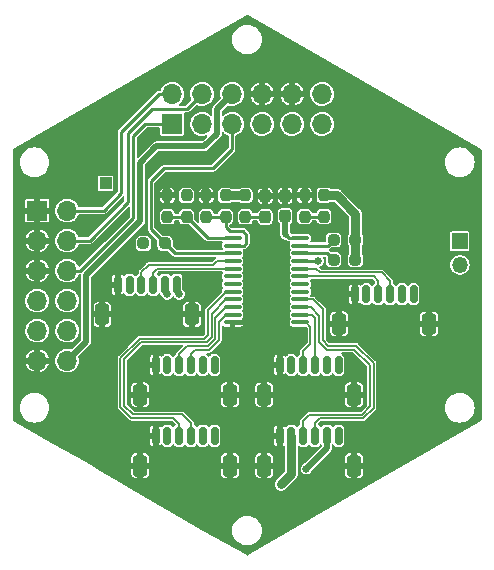
<source format=gbr>
%TF.GenerationSoftware,KiCad,Pcbnew,(6.0.4)*%
%TF.CreationDate,2023-05-25T13:52:57-04:00*%
%TF.ProjectId,CONN,434f4e4e-2e6b-4696-9361-645f70636258,rev?*%
%TF.SameCoordinates,Original*%
%TF.FileFunction,Copper,L1,Top*%
%TF.FilePolarity,Positive*%
%FSLAX46Y46*%
G04 Gerber Fmt 4.6, Leading zero omitted, Abs format (unit mm)*
G04 Created by KiCad (PCBNEW (6.0.4)) date 2023-05-25 13:52:57*
%MOMM*%
%LPD*%
G01*
G04 APERTURE LIST*
G04 Aperture macros list*
%AMRoundRect*
0 Rectangle with rounded corners*
0 $1 Rounding radius*
0 $2 $3 $4 $5 $6 $7 $8 $9 X,Y pos of 4 corners*
0 Add a 4 corners polygon primitive as box body*
4,1,4,$2,$3,$4,$5,$6,$7,$8,$9,$2,$3,0*
0 Add four circle primitives for the rounded corners*
1,1,$1+$1,$2,$3*
1,1,$1+$1,$4,$5*
1,1,$1+$1,$6,$7*
1,1,$1+$1,$8,$9*
0 Add four rect primitives between the rounded corners*
20,1,$1+$1,$2,$3,$4,$5,0*
20,1,$1+$1,$4,$5,$6,$7,0*
20,1,$1+$1,$6,$7,$8,$9,0*
20,1,$1+$1,$8,$9,$2,$3,0*%
G04 Aperture macros list end*
%TA.AperFunction,ComponentPad*%
%ADD10R,1.700000X1.700000*%
%TD*%
%TA.AperFunction,ComponentPad*%
%ADD11O,1.700000X1.700000*%
%TD*%
%TA.AperFunction,ComponentPad*%
%ADD12R,1.350000X1.350000*%
%TD*%
%TA.AperFunction,ComponentPad*%
%ADD13O,1.350000X1.350000*%
%TD*%
%TA.AperFunction,SMDPad,CuDef*%
%ADD14RoundRect,0.237500X0.237500X-0.250000X0.237500X0.250000X-0.237500X0.250000X-0.237500X-0.250000X0*%
%TD*%
%TA.AperFunction,SMDPad,CuDef*%
%ADD15RoundRect,0.150000X0.150000X0.625000X-0.150000X0.625000X-0.150000X-0.625000X0.150000X-0.625000X0*%
%TD*%
%TA.AperFunction,SMDPad,CuDef*%
%ADD16RoundRect,0.250000X0.350000X0.650000X-0.350000X0.650000X-0.350000X-0.650000X0.350000X-0.650000X0*%
%TD*%
%TA.AperFunction,SMDPad,CuDef*%
%ADD17RoundRect,0.237500X0.250000X0.237500X-0.250000X0.237500X-0.250000X-0.237500X0.250000X-0.237500X0*%
%TD*%
%TA.AperFunction,SMDPad,CuDef*%
%ADD18RoundRect,0.237500X-0.237500X0.250000X-0.237500X-0.250000X0.237500X-0.250000X0.237500X0.250000X0*%
%TD*%
%TA.AperFunction,SMDPad,CuDef*%
%ADD19RoundRect,0.237500X-0.237500X0.287500X-0.237500X-0.287500X0.237500X-0.287500X0.237500X0.287500X0*%
%TD*%
%TA.AperFunction,SMDPad,CuDef*%
%ADD20RoundRect,0.237500X-0.250000X-0.237500X0.250000X-0.237500X0.250000X0.237500X-0.250000X0.237500X0*%
%TD*%
%TA.AperFunction,SMDPad,CuDef*%
%ADD21R,1.000000X1.000000*%
%TD*%
%TA.AperFunction,SMDPad,CuDef*%
%ADD22RoundRect,0.237500X0.237500X-0.300000X0.237500X0.300000X-0.237500X0.300000X-0.237500X-0.300000X0*%
%TD*%
%TA.AperFunction,SMDPad,CuDef*%
%ADD23RoundRect,0.100000X-0.637500X-0.100000X0.637500X-0.100000X0.637500X0.100000X-0.637500X0.100000X0*%
%TD*%
%TA.AperFunction,ViaPad*%
%ADD24C,0.660400*%
%TD*%
%TA.AperFunction,Conductor*%
%ADD25C,0.254000*%
%TD*%
%TA.AperFunction,Conductor*%
%ADD26C,0.762000*%
%TD*%
%TA.AperFunction,Conductor*%
%ADD27C,0.508000*%
%TD*%
%TA.AperFunction,Conductor*%
%ADD28C,0.152400*%
%TD*%
G04 APERTURE END LIST*
D10*
%TO.P,J3,1,Pin_1*%
%TO.N,/VBAT*%
X147150000Y-39963022D03*
D11*
%TO.P,J3,2,Pin_2*%
%TO.N,/~{EN}*%
X147150000Y-37423022D03*
%TO.P,J3,3,Pin_3*%
%TO.N,+3V3*%
X149690000Y-39963022D03*
%TO.P,J3,4,Pin_4*%
%TO.N,/VBAT_OK*%
X149690000Y-37423022D03*
%TO.P,J3,5,Pin_5*%
%TO.N,/~{RESET}*%
X152230000Y-39963022D03*
%TO.P,J3,6,Pin_6*%
%TO.N,+5V*%
X152230000Y-37423022D03*
%TO.P,J3,7,Pin_7*%
%TO.N,unconnected-(J3-Pad7)*%
X154770000Y-39963022D03*
%TO.P,J3,8,Pin_8*%
%TO.N,GND*%
X154770000Y-37423022D03*
%TO.P,J3,9,Pin_9*%
%TO.N,unconnected-(J3-Pad9)*%
X157310000Y-39963022D03*
%TO.P,J3,10,Pin_10*%
%TO.N,GND*%
X157310000Y-37423022D03*
%TO.P,J3,11,Pin_11*%
%TO.N,/SDA*%
X159850000Y-39963022D03*
%TO.P,J3,12,Pin_12*%
%TO.N,/SCL*%
X159850000Y-37423022D03*
%TD*%
D12*
%TO.P,J2,1,Pin_1*%
%TO.N,/SC*%
X171500000Y-49888022D03*
D13*
%TO.P,J2,2,Pin_2*%
X171500000Y-51888022D03*
%TD*%
D14*
%TO.P,R7,1*%
%TO.N,Net-(R10-Pad2)*%
X148385000Y-47825000D03*
%TO.P,R7,2*%
%TO.N,+3V3*%
X148385000Y-46000000D03*
%TD*%
D15*
%TO.P,J9,1,1*%
%TO.N,+3V3*%
X161250000Y-66363022D03*
%TO.P,J9,2,2*%
%TO.N,+1V8*%
X160250000Y-66363022D03*
%TO.P,J9,3,3*%
%TO.N,/SCL5*%
X159250000Y-66363022D03*
%TO.P,J9,4,4*%
%TO.N,/SDA5*%
X158250000Y-66363022D03*
%TO.P,J9,5,5*%
%TO.N,/SC*%
X157250000Y-66363022D03*
%TO.P,J9,6,6*%
%TO.N,GND*%
X156250000Y-66363022D03*
D16*
%TO.P,J9,MP,MP*%
X162550000Y-68888022D03*
X154950000Y-68888022D03*
%TD*%
D17*
%TO.P,R4,1*%
%TO.N,/~{RESET}*%
X146552500Y-50058022D03*
%TO.P,R4,2*%
%TO.N,+3V3*%
X144727500Y-50058022D03*
%TD*%
D18*
%TO.P,R9,1*%
%TO.N,GND*%
X150035000Y-46000000D03*
%TO.P,R9,2*%
%TO.N,Net-(R6-Pad1)*%
X150035000Y-47825000D03*
%TD*%
D19*
%TO.P,D1,1,K*%
%TO.N,GND*%
X155025000Y-46060000D03*
%TO.P,D1,2,A*%
%TO.N,Net-(D1-Pad2)*%
X155025000Y-47810000D03*
%TD*%
D20*
%TO.P,R3,1*%
%TO.N,/SCL*%
X160837500Y-51450000D03*
%TO.P,R3,2*%
%TO.N,+3V3*%
X162662500Y-51450000D03*
%TD*%
D15*
%TO.P,J7,1,1*%
%TO.N,+3V3*%
X150750000Y-60363022D03*
%TO.P,J7,2,2*%
%TO.N,+1V8*%
X149750000Y-60363022D03*
%TO.P,J7,3,3*%
%TO.N,/SCL3*%
X148750000Y-60363022D03*
%TO.P,J7,4,4*%
%TO.N,/SDA3*%
X147750000Y-60363022D03*
%TO.P,J7,5,5*%
%TO.N,/SC*%
X146750000Y-60363022D03*
%TO.P,J7,6,6*%
%TO.N,GND*%
X145750000Y-60363022D03*
D16*
%TO.P,J7,MP,MP*%
X152050000Y-62888022D03*
X144450000Y-62888022D03*
%TD*%
D15*
%TO.P,J6,1,1*%
%TO.N,+3V3*%
X147550000Y-53563022D03*
%TO.P,J6,2,2*%
%TO.N,+1V8*%
X146550000Y-53563022D03*
%TO.P,J6,3,3*%
%TO.N,/SCL0*%
X145550000Y-53563022D03*
%TO.P,J6,4,4*%
%TO.N,/SDA0*%
X144550000Y-53563022D03*
%TO.P,J6,5,5*%
%TO.N,/SC*%
X143550000Y-53563022D03*
%TO.P,J6,6,6*%
%TO.N,GND*%
X142550000Y-53563022D03*
D16*
%TO.P,J6,MP,MP*%
X148850000Y-56088022D03*
X141250000Y-56088022D03*
%TD*%
D21*
%TO.P,TP1,1,1*%
%TO.N,+3V3*%
X141520000Y-44988022D03*
%TD*%
D14*
%TO.P,R1,1*%
%TO.N,Net-(D1-Pad2)*%
X153335000Y-47825000D03*
%TO.P,R1,2*%
%TO.N,+3V3*%
X153335000Y-46000000D03*
%TD*%
D10*
%TO.P,J1,1,Pin_1*%
%TO.N,GND*%
X135725000Y-47288022D03*
D11*
%TO.P,J1,2,Pin_2*%
%TO.N,/~{EN}*%
X138265000Y-47288022D03*
%TO.P,J1,3,Pin_3*%
%TO.N,GND*%
X135725000Y-49828022D03*
%TO.P,J1,4,Pin_4*%
%TO.N,/VBAT_OK*%
X138265000Y-49828022D03*
%TO.P,J1,5,Pin_5*%
%TO.N,GND*%
X135725000Y-52368022D03*
%TO.P,J1,6,Pin_6*%
%TO.N,/VBAT*%
X138265000Y-52368022D03*
%TO.P,J1,7,Pin_7*%
%TO.N,+3V3*%
X135725000Y-54908022D03*
%TO.P,J1,8,Pin_8*%
X138265000Y-54908022D03*
%TO.P,J1,9,Pin_9*%
%TO.N,+1V8*%
X135725000Y-57448022D03*
%TO.P,J1,10,Pin_10*%
X138265000Y-57448022D03*
%TO.P,J1,11,Pin_11*%
%TO.N,GND*%
X135725000Y-59988022D03*
%TO.P,J1,12,Pin_12*%
%TO.N,+5V*%
X138265000Y-59988022D03*
%TD*%
D15*
%TO.P,J8,1,1*%
%TO.N,+3V3*%
X167600000Y-54363022D03*
%TO.P,J8,2,2*%
%TO.N,+1V8*%
X166600000Y-54363022D03*
%TO.P,J8,3,3*%
%TO.N,/SCL7*%
X165600000Y-54363022D03*
%TO.P,J8,4,4*%
%TO.N,/SDA7*%
X164600000Y-54363022D03*
%TO.P,J8,5,5*%
%TO.N,/SC*%
X163600000Y-54363022D03*
%TO.P,J8,6,6*%
%TO.N,GND*%
X162600000Y-54363022D03*
D16*
%TO.P,J8,MP,MP*%
X161300000Y-56888022D03*
X168900000Y-56888022D03*
%TD*%
D15*
%TO.P,J4,1,1*%
%TO.N,+3V3*%
X150750000Y-66363022D03*
%TO.P,J4,2,2*%
%TO.N,+1V8*%
X149750000Y-66363022D03*
%TO.P,J4,3,3*%
%TO.N,/SCL2*%
X148750000Y-66363022D03*
%TO.P,J4,4,4*%
%TO.N,/SDA2*%
X147750000Y-66363022D03*
%TO.P,J4,5,5*%
%TO.N,/SC*%
X146750000Y-66363022D03*
%TO.P,J4,6,6*%
%TO.N,GND*%
X145750000Y-66363022D03*
D16*
%TO.P,J4,MP,MP*%
X144450000Y-68888022D03*
X152050000Y-68888022D03*
%TD*%
D18*
%TO.P,R10,1*%
%TO.N,GND*%
X146735000Y-46000000D03*
%TO.P,R10,2*%
%TO.N,Net-(R10-Pad2)*%
X146735000Y-47825000D03*
%TD*%
%TO.P,R8,1*%
%TO.N,GND*%
X158365000Y-45990000D03*
%TO.P,R8,2*%
%TO.N,Net-(R5-Pad1)*%
X158365000Y-47815000D03*
%TD*%
D22*
%TO.P,C1,1*%
%TO.N,+3V3*%
X156715000Y-47765000D03*
%TO.P,C1,2*%
%TO.N,GND*%
X156715000Y-46040000D03*
%TD*%
D20*
%TO.P,R2,1*%
%TO.N,/SDA*%
X160837500Y-49780000D03*
%TO.P,R2,2*%
%TO.N,+3V3*%
X162662500Y-49780000D03*
%TD*%
D14*
%TO.P,R5,1*%
%TO.N,Net-(R5-Pad1)*%
X160015000Y-47815000D03*
%TO.P,R5,2*%
%TO.N,+3V3*%
X160015000Y-45990000D03*
%TD*%
D23*
%TO.P,U1,1,A0*%
%TO.N,Net-(R10-Pad2)*%
X152287500Y-49613022D03*
%TO.P,U1,2,A1*%
%TO.N,Net-(R6-Pad1)*%
X152287500Y-50263022D03*
%TO.P,U1,3,~{RESET}*%
%TO.N,/~{RESET}*%
X152287500Y-50913022D03*
%TO.P,U1,4,SD0*%
%TO.N,/SDA0*%
X152287500Y-51563022D03*
%TO.P,U1,5,SC0*%
%TO.N,/SCL0*%
X152287500Y-52213022D03*
%TO.P,U1,6,SD1*%
%TO.N,/SDA1*%
X152287500Y-52863022D03*
%TO.P,U1,7,SC1*%
%TO.N,/SCL1*%
X152287500Y-53513022D03*
%TO.P,U1,8,SD2*%
%TO.N,/SDA2*%
X152287500Y-54163022D03*
%TO.P,U1,9,SC2*%
%TO.N,/SCL2*%
X152287500Y-54813022D03*
%TO.P,U1,10,SD3*%
%TO.N,/SDA3*%
X152287500Y-55463022D03*
%TO.P,U1,11,SC3*%
%TO.N,/SCL3*%
X152287500Y-56113022D03*
%TO.P,U1,12,GND*%
%TO.N,GND*%
X152287500Y-56763022D03*
%TO.P,U1,13,SD4*%
%TO.N,/SDA4*%
X158012500Y-56763022D03*
%TO.P,U1,14,SC4*%
%TO.N,/SCL4*%
X158012500Y-56113022D03*
%TO.P,U1,15,SD5*%
%TO.N,/SDA5*%
X158012500Y-55463022D03*
%TO.P,U1,16,SC5*%
%TO.N,/SCL5*%
X158012500Y-54813022D03*
%TO.P,U1,17,SD6*%
%TO.N,/SDA6*%
X158012500Y-54163022D03*
%TO.P,U1,18,SC6*%
%TO.N,/SCL6*%
X158012500Y-53513022D03*
%TO.P,U1,19,SD7*%
%TO.N,/SDA7*%
X158012500Y-52863022D03*
%TO.P,U1,20,SC7*%
%TO.N,/SCL7*%
X158012500Y-52213022D03*
%TO.P,U1,21,A2*%
%TO.N,Net-(R5-Pad1)*%
X158012500Y-51563022D03*
%TO.P,U1,22,SCL*%
%TO.N,/SCL*%
X158012500Y-50913022D03*
%TO.P,U1,23,SDA*%
%TO.N,/SDA*%
X158012500Y-50263022D03*
%TO.P,U1,24,VCC*%
%TO.N,+3V3*%
X158012500Y-49613022D03*
%TD*%
D14*
%TO.P,R6,1*%
%TO.N,Net-(R6-Pad1)*%
X151685000Y-47825000D03*
%TO.P,R6,2*%
%TO.N,+3V3*%
X151685000Y-46000000D03*
%TD*%
D15*
%TO.P,J5,1,1*%
%TO.N,+3V3*%
X161250000Y-60363022D03*
%TO.P,J5,2,2*%
%TO.N,+1V8*%
X160250000Y-60363022D03*
%TO.P,J5,3,3*%
%TO.N,/SCL4*%
X159250000Y-60363022D03*
%TO.P,J5,4,4*%
%TO.N,/SDA4*%
X158250000Y-60363022D03*
%TO.P,J5,5,5*%
%TO.N,/SC*%
X157250000Y-60363022D03*
%TO.P,J5,6,6*%
%TO.N,GND*%
X156250000Y-60363022D03*
D16*
%TO.P,J5,MP,MP*%
X154950000Y-62888022D03*
X162550000Y-62888022D03*
%TD*%
D24*
%TO.N,+3V3*%
X161250000Y-66363022D03*
X156715000Y-47765000D03*
X150750000Y-66363022D03*
X161250000Y-60363022D03*
X151685000Y-46000000D03*
X148385000Y-46000000D03*
X141525532Y-44942490D03*
X167600000Y-54363022D03*
X147750000Y-54363022D03*
X144720000Y-50068022D03*
X160015000Y-45990000D03*
X150750000Y-60363022D03*
%TO.N,GND*%
X140500000Y-42688022D03*
X141500000Y-59688022D03*
X167500000Y-48688022D03*
X167500000Y-40688022D03*
X138500000Y-42688022D03*
X169493758Y-48688021D03*
X151500000Y-71688022D03*
X171500000Y-46688022D03*
X153500000Y-34688022D03*
X165500000Y-40688022D03*
X165500000Y-64688022D03*
X169500000Y-46688022D03*
X165500000Y-48688022D03*
X155000000Y-54188022D03*
X155000000Y-58188022D03*
X139500000Y-61688022D03*
X171500000Y-58688022D03*
X155500000Y-71688022D03*
X165500000Y-42688022D03*
X152500000Y-58188022D03*
X141500000Y-63688022D03*
X155250000Y-64688022D03*
X171500000Y-54688022D03*
X171500000Y-56688022D03*
X167500000Y-62688022D03*
X141500000Y-61688022D03*
X167500000Y-42688022D03*
X155000000Y-52188022D03*
X139500000Y-63688022D03*
X165500000Y-38688022D03*
X157500000Y-42688022D03*
X158750000Y-62688022D03*
X151500000Y-34688022D03*
X167493028Y-50681780D03*
X167500000Y-60688022D03*
X148250000Y-62688022D03*
X153500000Y-42688022D03*
X169500000Y-44688022D03*
X169500000Y-60688022D03*
X167500000Y-64688022D03*
X163500000Y-38688022D03*
X163500000Y-40688022D03*
X167500000Y-66688022D03*
X171500000Y-60688022D03*
X155500000Y-42688022D03*
X149500000Y-34688022D03*
X155000000Y-56188022D03*
X138500000Y-44688022D03*
X141500000Y-67688022D03*
X165500000Y-60688022D03*
X140500000Y-40688022D03*
X138500000Y-40688022D03*
X163500000Y-42688022D03*
X165500000Y-62688022D03*
X165500000Y-46688022D03*
X153500000Y-60438022D03*
X155500000Y-34688022D03*
X157500000Y-71688022D03*
X163500000Y-44688022D03*
X167500000Y-46688022D03*
X147500000Y-71688022D03*
X141500000Y-65688022D03*
X152500000Y-64688022D03*
X155000000Y-50188022D03*
X159500000Y-42688022D03*
X153500000Y-71688022D03*
X165500000Y-44688022D03*
X139500000Y-65688022D03*
X165500000Y-66688022D03*
X157500000Y-34688022D03*
X167500000Y-44688022D03*
X149500000Y-71688022D03*
X169500000Y-62688022D03*
X169493758Y-50681780D03*
%TO.N,+1V8*%
X149750000Y-60363022D03*
X166600000Y-54363022D03*
X158530000Y-69148022D03*
X160250000Y-66363022D03*
X149750000Y-66363022D03*
X146750000Y-54363022D03*
X160250000Y-60363022D03*
%TO.N,/SC*%
X143550000Y-53563022D03*
X157250000Y-60363022D03*
X146750000Y-60363022D03*
X156390000Y-70468022D03*
X163600000Y-54363022D03*
X157250000Y-66363022D03*
X146750000Y-66363022D03*
%TO.N,/SDA*%
X160837500Y-49780000D03*
%TO.N,/SCL*%
X160837500Y-51450000D03*
%TO.N,Net-(R5-Pad1)*%
X159510000Y-51568022D03*
X160015000Y-47815000D03*
%TD*%
D25*
%TO.N,+3V3*%
X157075000Y-49613022D02*
X156815000Y-49353022D01*
D26*
X161101978Y-45990000D02*
X162662500Y-47550522D01*
X162662500Y-47550522D02*
X162662500Y-49780000D01*
D27*
X156715000Y-49253022D02*
X156815000Y-49353022D01*
X156715000Y-47765000D02*
X156715000Y-49253022D01*
D26*
X162662500Y-49780000D02*
X162662500Y-51450000D01*
D25*
X158012500Y-49613022D02*
X157075000Y-49613022D01*
D26*
X160015000Y-45990000D02*
X161101978Y-45990000D01*
X153335000Y-46000000D02*
X151685000Y-46000000D01*
D25*
%TO.N,/~{EN}*%
X142830000Y-40638022D02*
X142830000Y-45828022D01*
X147150000Y-37423022D02*
X146045000Y-37423022D01*
X141370000Y-47288022D02*
X142830000Y-45828022D01*
X146045000Y-37423022D02*
X142830000Y-40638022D01*
X138265000Y-47288022D02*
X141370000Y-47288022D01*
%TO.N,/VBAT_OK*%
X140170000Y-49828022D02*
X138265000Y-49828022D01*
X143400000Y-40708022D02*
X143400000Y-46598022D01*
X148425000Y-38688022D02*
X145420000Y-38688022D01*
X145420000Y-38688022D02*
X143400000Y-40708022D01*
X143400000Y-46598022D02*
X140170000Y-49828022D01*
X149690000Y-37423022D02*
X148425000Y-38688022D01*
%TO.N,/VBAT*%
X147150000Y-39963022D02*
X144855000Y-39963022D01*
X144855000Y-39963022D02*
X143860000Y-40958022D01*
X139380000Y-52368022D02*
X138265000Y-52368022D01*
X143860000Y-40958022D02*
X143860000Y-47888022D01*
X143860000Y-47888022D02*
X139380000Y-52368022D01*
D27*
%TO.N,+1V8*%
X160250000Y-67428022D02*
X160250000Y-66363022D01*
X158530000Y-69148022D02*
X160250000Y-67428022D01*
%TO.N,+5V*%
X139870000Y-58383022D02*
X139870000Y-52778022D01*
X144450000Y-43228022D02*
X145830000Y-41848022D01*
X138265000Y-59988022D02*
X139870000Y-58383022D01*
X145830000Y-41848022D02*
X149890000Y-41848022D01*
X150960000Y-38693022D02*
X152230000Y-37423022D01*
X144450000Y-48198022D02*
X144450000Y-43228022D01*
X150960000Y-40778022D02*
X150960000Y-38693022D01*
X139870000Y-52778022D02*
X144450000Y-48198022D01*
X149890000Y-41848022D02*
X150960000Y-40778022D01*
D26*
%TO.N,/SC*%
X157250000Y-69608022D02*
X157250000Y-66363022D01*
X157250000Y-69608022D02*
X156390000Y-70468022D01*
D25*
%TO.N,Net-(D1-Pad2)*%
X153350000Y-47810000D02*
X153335000Y-47825000D01*
X155025000Y-47810000D02*
X153350000Y-47810000D01*
%TO.N,/SDA*%
X160354478Y-50263022D02*
X160837500Y-49780000D01*
X158012500Y-50263022D02*
X160354478Y-50263022D01*
%TO.N,/SCL*%
X158012500Y-50913022D02*
X160300522Y-50913022D01*
X160300522Y-50913022D02*
X160837500Y-51450000D01*
%TO.N,/~{RESET}*%
X152230000Y-42108022D02*
X152230000Y-39963022D01*
X145370000Y-44818022D02*
X146460000Y-43728022D01*
X145370000Y-48875522D02*
X145370000Y-44818022D01*
X146552500Y-50058022D02*
X145370000Y-48875522D01*
X146460000Y-43728022D02*
X150610000Y-43728022D01*
X150610000Y-43728022D02*
X152230000Y-42108022D01*
X147407500Y-50913022D02*
X146552500Y-50058022D01*
X152287500Y-50913022D02*
X147407500Y-50913022D01*
%TO.N,Net-(R5-Pad1)*%
X159505000Y-51563022D02*
X159510000Y-51568022D01*
X160015000Y-47815000D02*
X158365000Y-47815000D01*
X158012500Y-51563022D02*
X159505000Y-51563022D01*
%TO.N,Net-(R6-Pad1)*%
X152040000Y-49038022D02*
X153130000Y-49038022D01*
X153450000Y-50038022D02*
X153225000Y-50263022D01*
X153225000Y-50263022D02*
X152287500Y-50263022D01*
X151685000Y-47825000D02*
X150035000Y-47825000D01*
X153130000Y-49038022D02*
X153450000Y-49358022D01*
X153450000Y-49358022D02*
X153450000Y-50038022D01*
X151685000Y-48683022D02*
X152040000Y-49038022D01*
X151685000Y-47825000D02*
X151685000Y-48683022D01*
%TO.N,Net-(R10-Pad2)*%
X150173022Y-49613022D02*
X152287500Y-49613022D01*
X148385000Y-47825000D02*
X150173022Y-49613022D01*
X146735000Y-47825000D02*
X148385000Y-47825000D01*
D28*
%TO.N,/SDA0*%
X144550000Y-52518022D02*
X144550000Y-53563022D01*
X145159320Y-51908702D02*
X144550000Y-52518022D01*
X152287500Y-51563022D02*
X150965000Y-51563022D01*
X150965000Y-51563022D02*
X150619320Y-51908702D01*
X150619320Y-51908702D02*
X145159320Y-51908702D01*
%TO.N,/SCL0*%
X145550000Y-52538022D02*
X145550000Y-53563022D01*
X145875000Y-52213022D02*
X145550000Y-52538022D01*
X152287500Y-52213022D02*
X145875000Y-52213022D01*
%TO.N,/SDA2*%
X147260000Y-64838022D02*
X147750000Y-65328022D01*
X142770000Y-63918396D02*
X143689626Y-64838022D01*
X149864320Y-58133702D02*
X144404320Y-58133702D01*
X143689626Y-64838022D02*
X147260000Y-64838022D01*
X151735969Y-54163022D02*
X150150000Y-55748991D01*
X150150000Y-57848022D02*
X149864320Y-58133702D01*
X147750000Y-65328022D02*
X147750000Y-66363022D01*
X152287500Y-54163022D02*
X151735969Y-54163022D01*
X144404320Y-58133702D02*
X142770000Y-59768022D01*
X142770000Y-59768022D02*
X142770000Y-63918396D01*
X150150000Y-55748991D02*
X150150000Y-57848022D01*
%TO.N,/SCL2*%
X147995680Y-64533702D02*
X148750000Y-65288022D01*
X148750000Y-65288022D02*
X148750000Y-66363022D01*
X152287500Y-54813022D02*
X151735969Y-54813022D01*
X143090000Y-63808022D02*
X143815680Y-64533702D01*
X143815680Y-64533702D02*
X147995680Y-64533702D01*
X144550000Y-58438022D02*
X143090000Y-59898022D01*
X150500000Y-58007274D02*
X150069252Y-58438022D01*
X151735969Y-54813022D02*
X150500000Y-56048991D01*
X143090000Y-59898022D02*
X143090000Y-63808022D01*
X150500000Y-56048991D02*
X150500000Y-58007274D01*
X150069252Y-58438022D02*
X144550000Y-58438022D01*
%TO.N,/SDA3*%
X151735969Y-55463022D02*
X150810000Y-56388991D01*
X152287500Y-55463022D02*
X151735969Y-55463022D01*
X150810000Y-56388991D02*
X150810000Y-58127648D01*
X147750000Y-59438022D02*
X147750000Y-60363022D01*
X150810000Y-58127648D02*
X150159626Y-58778022D01*
X150159626Y-58778022D02*
X148410000Y-58778022D01*
X148410000Y-58778022D02*
X147750000Y-59438022D01*
%TO.N,/SCL3*%
X151150000Y-56698991D02*
X151735969Y-56113022D01*
X151735969Y-56113022D02*
X152287500Y-56113022D01*
X151150000Y-58218022D02*
X151150000Y-56698991D01*
X149050000Y-59118022D02*
X150250000Y-59118022D01*
X148750000Y-60363022D02*
X148750000Y-59418022D01*
X148750000Y-59418022D02*
X149050000Y-59118022D01*
X150250000Y-59118022D02*
X151150000Y-58218022D01*
%TO.N,/SDA4*%
X158505000Y-56763022D02*
X158850000Y-57108022D01*
X158012500Y-56763022D02*
X158505000Y-56763022D01*
X158850000Y-58558022D02*
X158250000Y-59158022D01*
X158250000Y-59158022D02*
X158250000Y-60363022D01*
X158850000Y-57108022D02*
X158850000Y-58558022D01*
%TO.N,/SCL4*%
X158975000Y-56113022D02*
X158012500Y-56113022D01*
X159250000Y-56388022D02*
X158975000Y-56113022D01*
X159250000Y-60363022D02*
X159250000Y-56388022D01*
%TO.N,/SDA5*%
X158895000Y-55463022D02*
X158012500Y-55463022D01*
X163200000Y-64578022D02*
X163900000Y-63878022D01*
X160270000Y-59068022D02*
X159620000Y-58418022D01*
X159620000Y-58418022D02*
X159620000Y-56188022D01*
X158250000Y-66363022D02*
X158250000Y-65098022D01*
X158250000Y-65098022D02*
X158770000Y-64578022D01*
X163900000Y-60378022D02*
X162590000Y-59068022D01*
X162590000Y-59068022D02*
X160270000Y-59068022D01*
X159620000Y-56188022D02*
X158895000Y-55463022D01*
X158770000Y-64578022D02*
X163200000Y-64578022D01*
X163900000Y-63878022D02*
X163900000Y-60378022D01*
%TO.N,/SCL5*%
X159924320Y-58282342D02*
X159924320Y-55652342D01*
X163330000Y-64888022D02*
X164220000Y-63998022D01*
X159250000Y-66363022D02*
X159250000Y-65278022D01*
X164220000Y-63998022D02*
X164220000Y-60218022D01*
X159250000Y-65278022D02*
X159640000Y-64888022D01*
X159640000Y-64888022D02*
X163330000Y-64888022D01*
X164220000Y-60218022D02*
X162740000Y-58738022D01*
X160380000Y-58738022D02*
X159924320Y-58282342D01*
X159924320Y-55652342D02*
X159085000Y-54813022D01*
X162740000Y-58738022D02*
X160380000Y-58738022D01*
X159085000Y-54813022D02*
X158012500Y-54813022D01*
%TO.N,/SDA7*%
X158012500Y-52863022D02*
X164235000Y-52863022D01*
X164235000Y-52863022D02*
X164600000Y-53228022D01*
X164600000Y-53228022D02*
X164600000Y-54363022D01*
%TO.N,/SCL7*%
X164890000Y-52528022D02*
X165600000Y-53238022D01*
X159355000Y-52213022D02*
X159670000Y-52528022D01*
X159670000Y-52528022D02*
X164890000Y-52528022D01*
X158012500Y-52213022D02*
X159355000Y-52213022D01*
X165600000Y-53238022D02*
X165600000Y-54363022D01*
%TD*%
%TA.AperFunction,Conductor*%
%TO.N,GND*%
G36*
X153543950Y-30701929D02*
G01*
X159372575Y-34067087D01*
X173303151Y-42109909D01*
X173341799Y-42155968D01*
X173347100Y-42186032D01*
X173347100Y-65001990D01*
X173326535Y-65058491D01*
X173303152Y-65078113D01*
X164572436Y-70118794D01*
X153543950Y-76486093D01*
X153484736Y-76496534D01*
X153456050Y-76486093D01*
X149805801Y-74378621D01*
X152242314Y-74378621D01*
X152261421Y-74597016D01*
X152318162Y-74808775D01*
X152410812Y-75007464D01*
X152536557Y-75187046D01*
X152691575Y-75342064D01*
X152871157Y-75467809D01*
X153069846Y-75560459D01*
X153189955Y-75592642D01*
X153277902Y-75616208D01*
X153277904Y-75616208D01*
X153281605Y-75617200D01*
X153285421Y-75617534D01*
X153285422Y-75617534D01*
X153496182Y-75635973D01*
X153500000Y-75636307D01*
X153503818Y-75635973D01*
X153714578Y-75617534D01*
X153714579Y-75617534D01*
X153718395Y-75617200D01*
X153722096Y-75616208D01*
X153722098Y-75616208D01*
X153810045Y-75592642D01*
X153930154Y-75560459D01*
X154128843Y-75467809D01*
X154308425Y-75342064D01*
X154463443Y-75187046D01*
X154589188Y-75007464D01*
X154681838Y-74808775D01*
X154738579Y-74597016D01*
X154757686Y-74378621D01*
X154738579Y-74160226D01*
X154681838Y-73948467D01*
X154589188Y-73749778D01*
X154463443Y-73570196D01*
X154308425Y-73415178D01*
X154128843Y-73289433D01*
X153930154Y-73196783D01*
X153810045Y-73164600D01*
X153722098Y-73141034D01*
X153722096Y-73141034D01*
X153718395Y-73140042D01*
X153714579Y-73139708D01*
X153714578Y-73139708D01*
X153503818Y-73121269D01*
X153500000Y-73120935D01*
X153496182Y-73121269D01*
X153285422Y-73139708D01*
X153285421Y-73139708D01*
X153281605Y-73140042D01*
X153277904Y-73141034D01*
X153277902Y-73141034D01*
X153189955Y-73164600D01*
X153069846Y-73196783D01*
X152871157Y-73289433D01*
X152691575Y-73415178D01*
X152536557Y-73570196D01*
X152410812Y-73749778D01*
X152318162Y-73948467D01*
X152261421Y-74160226D01*
X152243471Y-74365397D01*
X152242314Y-74378621D01*
X149805801Y-74378621D01*
X143061765Y-70484950D01*
X155851346Y-70484950D01*
X155875741Y-70629182D01*
X155938024Y-70761538D01*
X156033605Y-70872272D01*
X156155446Y-70953222D01*
X156201728Y-70968260D01*
X156288867Y-70996574D01*
X156288870Y-70996575D01*
X156294565Y-70998425D01*
X156300552Y-70998676D01*
X156348707Y-71000694D01*
X156440717Y-71004551D01*
X156583131Y-70971148D01*
X156588383Y-70968261D01*
X156588385Y-70968260D01*
X156707280Y-70902897D01*
X156707281Y-70902897D01*
X156711318Y-70900677D01*
X156719184Y-70893887D01*
X157617754Y-69995317D01*
X157620412Y-69992769D01*
X157660832Y-69955601D01*
X157665245Y-69951543D01*
X157674820Y-69936100D01*
X157688333Y-69914307D01*
X157693022Y-69907484D01*
X157715894Y-69877351D01*
X157715895Y-69877349D01*
X157719515Y-69872580D01*
X157726011Y-69856174D01*
X157733028Y-69842220D01*
X157742328Y-69827221D01*
X157754555Y-69785138D01*
X157757231Y-69777321D01*
X157773364Y-69736572D01*
X157773990Y-69730616D01*
X157773991Y-69730612D01*
X157775208Y-69719027D01*
X157778217Y-69703690D01*
X157781854Y-69691171D01*
X157783139Y-69686749D01*
X157783900Y-69676386D01*
X157783900Y-69640928D01*
X157784382Y-69631740D01*
X157788027Y-69597059D01*
X157788654Y-69591094D01*
X157785131Y-69570265D01*
X157783900Y-69555606D01*
X157783900Y-67309961D01*
X157804465Y-67253460D01*
X157856536Y-67223396D01*
X157915750Y-67233837D01*
X157920358Y-67236739D01*
X157925907Y-67242278D01*
X158029111Y-67287904D01*
X158035668Y-67288669D01*
X158035670Y-67288669D01*
X158052472Y-67290628D01*
X158052477Y-67290628D01*
X158054996Y-67290922D01*
X158445004Y-67290922D01*
X158458571Y-67289308D01*
X158464858Y-67288560D01*
X158464859Y-67288560D01*
X158471412Y-67287780D01*
X158477439Y-67285103D01*
X158477442Y-67285102D01*
X158567122Y-67245267D01*
X158574536Y-67241974D01*
X158654256Y-67162115D01*
X158669623Y-67127356D01*
X158711277Y-67083994D01*
X158771058Y-67077553D01*
X158820994Y-67111044D01*
X158830348Y-67127213D01*
X158846048Y-67162558D01*
X158925907Y-67242278D01*
X159029111Y-67287904D01*
X159035668Y-67288669D01*
X159035670Y-67288669D01*
X159052472Y-67290628D01*
X159052477Y-67290628D01*
X159054996Y-67290922D01*
X159445004Y-67290922D01*
X159458571Y-67289308D01*
X159464858Y-67288560D01*
X159464859Y-67288560D01*
X159471412Y-67287780D01*
X159477439Y-67285103D01*
X159477442Y-67285102D01*
X159567122Y-67245267D01*
X159574536Y-67241974D01*
X159654256Y-67162115D01*
X159669623Y-67127356D01*
X159711277Y-67083994D01*
X159771058Y-67077553D01*
X159820994Y-67111044D01*
X159830348Y-67127213D01*
X159835531Y-67138881D01*
X159843100Y-67174565D01*
X159843100Y-67223068D01*
X159822535Y-67279569D01*
X159817355Y-67285223D01*
X158443946Y-68658633D01*
X158405946Y-68680994D01*
X158330707Y-68702497D01*
X158213673Y-68776340D01*
X158209529Y-68781033D01*
X158209527Y-68781034D01*
X158126214Y-68875368D01*
X158126212Y-68875371D01*
X158122069Y-68880062D01*
X158063258Y-69005325D01*
X158041968Y-69142059D01*
X158059911Y-69279273D01*
X158062433Y-69285004D01*
X158062433Y-69285005D01*
X158087778Y-69342605D01*
X158115644Y-69405936D01*
X158204687Y-69511865D01*
X158319881Y-69588545D01*
X158451967Y-69629812D01*
X158458229Y-69629927D01*
X158458231Y-69629927D01*
X158516535Y-69630995D01*
X158590326Y-69632347D01*
X158723835Y-69595949D01*
X158729170Y-69592673D01*
X158729173Y-69592672D01*
X158772221Y-69566240D01*
X161797600Y-69566240D01*
X161798140Y-69573101D01*
X161811442Y-69657089D01*
X161815664Y-69670083D01*
X161867252Y-69771328D01*
X161875286Y-69782387D01*
X161955635Y-69862736D01*
X161966694Y-69870770D01*
X162067939Y-69922358D01*
X162080933Y-69926580D01*
X162164921Y-69939882D01*
X162171782Y-69940422D01*
X162280500Y-69940422D01*
X162292374Y-69936100D01*
X162296000Y-69929821D01*
X162296000Y-69924922D01*
X162804000Y-69924922D01*
X162808322Y-69936796D01*
X162814601Y-69940422D01*
X162928218Y-69940422D01*
X162935079Y-69939882D01*
X163019067Y-69926580D01*
X163032061Y-69922358D01*
X163133306Y-69870770D01*
X163144365Y-69862736D01*
X163224714Y-69782387D01*
X163232748Y-69771328D01*
X163284336Y-69670083D01*
X163288558Y-69657089D01*
X163301860Y-69573101D01*
X163302400Y-69566240D01*
X163302400Y-69157522D01*
X163298078Y-69145648D01*
X163291799Y-69142022D01*
X162819500Y-69142022D01*
X162807626Y-69146344D01*
X162804000Y-69152623D01*
X162804000Y-69924922D01*
X162296000Y-69924922D01*
X162296000Y-69157522D01*
X162291678Y-69145648D01*
X162285399Y-69142022D01*
X161813100Y-69142022D01*
X161801226Y-69146344D01*
X161797600Y-69152623D01*
X161797600Y-69566240D01*
X158772221Y-69566240D01*
X158836425Y-69526818D01*
X158841762Y-69523541D01*
X158856668Y-69507073D01*
X158930425Y-69425589D01*
X158930427Y-69425586D01*
X158934627Y-69420946D01*
X158994964Y-69296411D01*
X158997971Y-69278538D01*
X159022498Y-69230967D01*
X159634943Y-68618522D01*
X161797600Y-68618522D01*
X161801922Y-68630396D01*
X161808201Y-68634022D01*
X162280500Y-68634022D01*
X162292374Y-68629700D01*
X162296000Y-68623421D01*
X162296000Y-68618522D01*
X162804000Y-68618522D01*
X162808322Y-68630396D01*
X162814601Y-68634022D01*
X163286900Y-68634022D01*
X163298774Y-68629700D01*
X163302400Y-68623421D01*
X163302400Y-68209804D01*
X163301860Y-68202943D01*
X163288558Y-68118955D01*
X163284336Y-68105961D01*
X163232748Y-68004716D01*
X163224714Y-67993657D01*
X163144365Y-67913308D01*
X163133306Y-67905274D01*
X163032061Y-67853686D01*
X163019067Y-67849464D01*
X162935079Y-67836162D01*
X162928218Y-67835622D01*
X162819500Y-67835622D01*
X162807626Y-67839944D01*
X162804000Y-67846223D01*
X162804000Y-68618522D01*
X162296000Y-68618522D01*
X162296000Y-67851122D01*
X162291678Y-67839248D01*
X162285399Y-67835622D01*
X162171782Y-67835622D01*
X162164921Y-67836162D01*
X162080933Y-67849464D01*
X162067939Y-67853686D01*
X161966694Y-67905274D01*
X161955635Y-67913308D01*
X161875286Y-67993657D01*
X161867252Y-68004716D01*
X161815664Y-68105961D01*
X161811442Y-68118955D01*
X161798140Y-68202943D01*
X161797600Y-68209804D01*
X161797600Y-68618522D01*
X159634943Y-68618522D01*
X160560366Y-67693100D01*
X160560369Y-67693096D01*
X160583292Y-67670173D01*
X160594870Y-67647451D01*
X160602076Y-67635693D01*
X160613001Y-67620655D01*
X160613002Y-67620653D01*
X160617070Y-67615054D01*
X160624952Y-67590795D01*
X160630230Y-67578053D01*
X160638668Y-67561493D01*
X160638669Y-67561491D01*
X160641809Y-67555328D01*
X160645801Y-67530125D01*
X160649017Y-67516729D01*
X160656899Y-67492469D01*
X160656899Y-67460052D01*
X160656900Y-67460046D01*
X160656900Y-67174698D01*
X160664406Y-67139157D01*
X160669623Y-67127356D01*
X160711277Y-67083995D01*
X160771058Y-67077552D01*
X160820993Y-67111044D01*
X160830348Y-67127213D01*
X160846048Y-67162558D01*
X160925907Y-67242278D01*
X161029111Y-67287904D01*
X161035668Y-67288669D01*
X161035670Y-67288669D01*
X161052472Y-67290628D01*
X161052477Y-67290628D01*
X161054996Y-67290922D01*
X161445004Y-67290922D01*
X161458571Y-67289308D01*
X161464858Y-67288560D01*
X161464859Y-67288560D01*
X161471412Y-67287780D01*
X161477439Y-67285103D01*
X161477442Y-67285102D01*
X161567122Y-67245267D01*
X161574536Y-67241974D01*
X161654256Y-67162115D01*
X161699882Y-67058911D01*
X161702900Y-67033026D01*
X161702900Y-66556484D01*
X161710564Y-66523089D01*
X161710330Y-66523014D01*
X161711225Y-66520210D01*
X161711696Y-66518157D01*
X161712235Y-66517044D01*
X161712235Y-66517043D01*
X161714964Y-66511411D01*
X161737922Y-66374947D01*
X161738068Y-66363022D01*
X161718450Y-66226038D01*
X161715859Y-66220338D01*
X161715857Y-66220333D01*
X161710783Y-66209174D01*
X161702900Y-66172792D01*
X161702900Y-65693018D01*
X161699758Y-65666610D01*
X161653952Y-65563486D01*
X161574093Y-65483766D01*
X161470889Y-65438140D01*
X161464332Y-65437375D01*
X161464330Y-65437375D01*
X161447528Y-65435416D01*
X161447523Y-65435416D01*
X161445004Y-65435122D01*
X161054996Y-65435122D01*
X161041429Y-65436736D01*
X161035142Y-65437484D01*
X161035141Y-65437484D01*
X161028588Y-65438264D01*
X161022561Y-65440941D01*
X161022558Y-65440942D01*
X160965238Y-65466403D01*
X160925464Y-65484070D01*
X160845744Y-65563929D01*
X160838187Y-65581022D01*
X160830377Y-65598688D01*
X160788723Y-65642050D01*
X160728942Y-65648491D01*
X160679006Y-65615000D01*
X160669651Y-65598829D01*
X160657446Y-65571353D01*
X160653952Y-65563486D01*
X160574093Y-65483766D01*
X160470889Y-65438140D01*
X160464332Y-65437375D01*
X160464330Y-65437375D01*
X160447528Y-65435416D01*
X160447523Y-65435416D01*
X160445004Y-65435122D01*
X160054996Y-65435122D01*
X160041429Y-65436736D01*
X160035142Y-65437484D01*
X160035141Y-65437484D01*
X160028588Y-65438264D01*
X160022561Y-65440941D01*
X160022558Y-65440942D01*
X159965238Y-65466403D01*
X159925464Y-65484070D01*
X159845744Y-65563929D01*
X159838187Y-65581022D01*
X159830377Y-65598688D01*
X159788723Y-65642050D01*
X159728942Y-65648491D01*
X159679006Y-65615000D01*
X159669651Y-65598829D01*
X159657446Y-65571353D01*
X159653952Y-65563486D01*
X159574093Y-65483766D01*
X159548658Y-65472521D01*
X159505298Y-65430869D01*
X159498855Y-65371088D01*
X159522045Y-65329973D01*
X159709151Y-65142867D01*
X159763645Y-65117456D01*
X159771306Y-65117122D01*
X163321701Y-65117122D01*
X163326301Y-65117242D01*
X163357415Y-65118873D01*
X163357417Y-65118873D01*
X163366639Y-65119356D01*
X163375262Y-65116046D01*
X163375264Y-65116046D01*
X163388812Y-65110846D01*
X163402031Y-65106930D01*
X163403342Y-65106651D01*
X163425265Y-65101991D01*
X163432739Y-65096560D01*
X163436192Y-65095023D01*
X163445759Y-65089829D01*
X163448936Y-65087766D01*
X163457564Y-65084454D01*
X163474360Y-65067658D01*
X163484848Y-65058701D01*
X163496584Y-65050174D01*
X163504058Y-65044744D01*
X163508676Y-65036745D01*
X163511212Y-65033929D01*
X163521508Y-65020510D01*
X164376145Y-64165874D01*
X164379483Y-64162707D01*
X164402620Y-64141874D01*
X164409486Y-64135692D01*
X164419146Y-64113996D01*
X164425726Y-64101877D01*
X164433629Y-64089707D01*
X164438661Y-64081958D01*
X164440106Y-64072834D01*
X164441466Y-64069291D01*
X164444555Y-64058863D01*
X164445343Y-64055158D01*
X164449100Y-64046719D01*
X164449100Y-64022970D01*
X164450182Y-64009219D01*
X164452452Y-63994890D01*
X164452452Y-63994888D01*
X164453810Y-63986316D01*
X170242314Y-63986316D01*
X170242648Y-63990134D01*
X170253485Y-64113996D01*
X170261421Y-64204711D01*
X170318162Y-64416470D01*
X170410812Y-64615159D01*
X170536557Y-64794741D01*
X170691575Y-64949759D01*
X170694716Y-64951959D01*
X170694718Y-64951960D01*
X170702169Y-64957177D01*
X170871157Y-65075504D01*
X170945735Y-65110280D01*
X171056752Y-65162048D01*
X171069846Y-65168154D01*
X171166625Y-65194086D01*
X171277902Y-65223903D01*
X171277904Y-65223903D01*
X171281605Y-65224895D01*
X171285421Y-65225229D01*
X171285422Y-65225229D01*
X171496182Y-65243668D01*
X171500000Y-65244002D01*
X171503818Y-65243668D01*
X171714578Y-65225229D01*
X171714579Y-65225229D01*
X171718395Y-65224895D01*
X171722096Y-65223903D01*
X171722098Y-65223903D01*
X171833375Y-65194086D01*
X171930154Y-65168154D01*
X171943249Y-65162048D01*
X172054265Y-65110280D01*
X172128843Y-65075504D01*
X172297831Y-64957177D01*
X172305282Y-64951960D01*
X172305284Y-64951959D01*
X172308425Y-64949759D01*
X172463443Y-64794741D01*
X172589188Y-64615159D01*
X172681838Y-64416470D01*
X172738579Y-64204711D01*
X172746516Y-64113996D01*
X172757352Y-63990134D01*
X172757686Y-63986316D01*
X172738579Y-63767921D01*
X172681838Y-63556162D01*
X172589188Y-63357473D01*
X172463443Y-63177891D01*
X172308425Y-63022873D01*
X172128843Y-62897128D01*
X171930154Y-62804478D01*
X171810045Y-62772295D01*
X171722098Y-62748729D01*
X171722096Y-62748729D01*
X171718395Y-62747737D01*
X171714579Y-62747403D01*
X171714578Y-62747403D01*
X171503818Y-62728964D01*
X171500000Y-62728630D01*
X171496182Y-62728964D01*
X171285422Y-62747403D01*
X171285421Y-62747403D01*
X171281605Y-62747737D01*
X171277904Y-62748729D01*
X171277902Y-62748729D01*
X171189955Y-62772295D01*
X171069846Y-62804478D01*
X170871157Y-62897128D01*
X170691575Y-63022873D01*
X170536557Y-63177891D01*
X170410812Y-63357473D01*
X170318162Y-63556162D01*
X170261421Y-63767921D01*
X170243471Y-63973092D01*
X170242314Y-63986316D01*
X164453810Y-63986316D01*
X164453897Y-63985764D01*
X164451505Y-63976838D01*
X164451307Y-63973056D01*
X164449100Y-63956289D01*
X164449100Y-60226321D01*
X164449220Y-60221721D01*
X164450851Y-60190607D01*
X164450851Y-60190605D01*
X164451334Y-60181383D01*
X164448024Y-60172760D01*
X164448024Y-60172758D01*
X164442824Y-60159210D01*
X164438908Y-60145991D01*
X164438629Y-60144680D01*
X164433969Y-60122757D01*
X164428538Y-60115283D01*
X164427001Y-60111830D01*
X164421807Y-60102263D01*
X164419744Y-60099086D01*
X164416432Y-60090458D01*
X164399636Y-60073662D01*
X164390679Y-60063174D01*
X164382152Y-60051438D01*
X164376722Y-60043964D01*
X164368723Y-60039346D01*
X164365907Y-60036810D01*
X164352488Y-60026514D01*
X162907852Y-58581877D01*
X162904685Y-58578539D01*
X162904332Y-58578147D01*
X162877670Y-58548536D01*
X162855974Y-58538876D01*
X162843855Y-58532296D01*
X162831685Y-58524393D01*
X162823936Y-58519361D01*
X162814812Y-58517916D01*
X162811269Y-58516556D01*
X162800841Y-58513467D01*
X162797136Y-58512679D01*
X162788697Y-58508922D01*
X162764948Y-58508922D01*
X162751197Y-58507840D01*
X162736868Y-58505570D01*
X162736866Y-58505570D01*
X162727742Y-58504125D01*
X162718816Y-58506517D01*
X162715034Y-58506715D01*
X162698267Y-58508922D01*
X160511306Y-58508922D01*
X160454805Y-58488357D01*
X160449151Y-58483177D01*
X160179165Y-58213190D01*
X160153754Y-58158696D01*
X160153420Y-58151035D01*
X160153420Y-57566240D01*
X160547600Y-57566240D01*
X160548140Y-57573101D01*
X160561442Y-57657089D01*
X160565664Y-57670083D01*
X160617252Y-57771328D01*
X160625286Y-57782387D01*
X160705635Y-57862736D01*
X160716694Y-57870770D01*
X160817939Y-57922358D01*
X160830933Y-57926580D01*
X160914921Y-57939882D01*
X160921782Y-57940422D01*
X161030500Y-57940422D01*
X161042374Y-57936100D01*
X161046000Y-57929821D01*
X161046000Y-57924922D01*
X161554000Y-57924922D01*
X161558322Y-57936796D01*
X161564601Y-57940422D01*
X161678218Y-57940422D01*
X161685079Y-57939882D01*
X161769067Y-57926580D01*
X161782061Y-57922358D01*
X161883306Y-57870770D01*
X161894365Y-57862736D01*
X161974714Y-57782387D01*
X161982748Y-57771328D01*
X162034336Y-57670083D01*
X162038558Y-57657089D01*
X162051860Y-57573101D01*
X162052400Y-57566240D01*
X168147600Y-57566240D01*
X168148140Y-57573101D01*
X168161442Y-57657089D01*
X168165664Y-57670083D01*
X168217252Y-57771328D01*
X168225286Y-57782387D01*
X168305635Y-57862736D01*
X168316694Y-57870770D01*
X168417939Y-57922358D01*
X168430933Y-57926580D01*
X168514921Y-57939882D01*
X168521782Y-57940422D01*
X168630500Y-57940422D01*
X168642374Y-57936100D01*
X168646000Y-57929821D01*
X168646000Y-57924922D01*
X169154000Y-57924922D01*
X169158322Y-57936796D01*
X169164601Y-57940422D01*
X169278218Y-57940422D01*
X169285079Y-57939882D01*
X169369067Y-57926580D01*
X169382061Y-57922358D01*
X169483306Y-57870770D01*
X169494365Y-57862736D01*
X169574714Y-57782387D01*
X169582748Y-57771328D01*
X169634336Y-57670083D01*
X169638558Y-57657089D01*
X169651860Y-57573101D01*
X169652400Y-57566240D01*
X169652400Y-57157522D01*
X169648078Y-57145648D01*
X169641799Y-57142022D01*
X169169500Y-57142022D01*
X169157626Y-57146344D01*
X169154000Y-57152623D01*
X169154000Y-57924922D01*
X168646000Y-57924922D01*
X168646000Y-57157522D01*
X168641678Y-57145648D01*
X168635399Y-57142022D01*
X168163100Y-57142022D01*
X168151226Y-57146344D01*
X168147600Y-57152623D01*
X168147600Y-57566240D01*
X162052400Y-57566240D01*
X162052400Y-57157522D01*
X162048078Y-57145648D01*
X162041799Y-57142022D01*
X161569500Y-57142022D01*
X161557626Y-57146344D01*
X161554000Y-57152623D01*
X161554000Y-57924922D01*
X161046000Y-57924922D01*
X161046000Y-57157522D01*
X161041678Y-57145648D01*
X161035399Y-57142022D01*
X160563100Y-57142022D01*
X160551226Y-57146344D01*
X160547600Y-57152623D01*
X160547600Y-57566240D01*
X160153420Y-57566240D01*
X160153420Y-56618522D01*
X160547600Y-56618522D01*
X160551922Y-56630396D01*
X160558201Y-56634022D01*
X161030500Y-56634022D01*
X161042374Y-56629700D01*
X161046000Y-56623421D01*
X161046000Y-56618522D01*
X161554000Y-56618522D01*
X161558322Y-56630396D01*
X161564601Y-56634022D01*
X162036900Y-56634022D01*
X162048774Y-56629700D01*
X162052400Y-56623421D01*
X162052400Y-56618522D01*
X168147600Y-56618522D01*
X168151922Y-56630396D01*
X168158201Y-56634022D01*
X168630500Y-56634022D01*
X168642374Y-56629700D01*
X168646000Y-56623421D01*
X168646000Y-56618522D01*
X169154000Y-56618522D01*
X169158322Y-56630396D01*
X169164601Y-56634022D01*
X169636900Y-56634022D01*
X169648774Y-56629700D01*
X169652400Y-56623421D01*
X169652400Y-56209804D01*
X169651860Y-56202943D01*
X169638558Y-56118955D01*
X169634336Y-56105961D01*
X169582748Y-56004716D01*
X169574714Y-55993657D01*
X169494365Y-55913308D01*
X169483306Y-55905274D01*
X169382061Y-55853686D01*
X169369067Y-55849464D01*
X169285079Y-55836162D01*
X169278218Y-55835622D01*
X169169500Y-55835622D01*
X169157626Y-55839944D01*
X169154000Y-55846223D01*
X169154000Y-56618522D01*
X168646000Y-56618522D01*
X168646000Y-55851122D01*
X168641678Y-55839248D01*
X168635399Y-55835622D01*
X168521782Y-55835622D01*
X168514921Y-55836162D01*
X168430933Y-55849464D01*
X168417939Y-55853686D01*
X168316694Y-55905274D01*
X168305635Y-55913308D01*
X168225286Y-55993657D01*
X168217252Y-56004716D01*
X168165664Y-56105961D01*
X168161442Y-56118955D01*
X168148140Y-56202943D01*
X168147600Y-56209804D01*
X168147600Y-56618522D01*
X162052400Y-56618522D01*
X162052400Y-56209804D01*
X162051860Y-56202943D01*
X162038558Y-56118955D01*
X162034336Y-56105961D01*
X161982748Y-56004716D01*
X161974714Y-55993657D01*
X161894365Y-55913308D01*
X161883306Y-55905274D01*
X161782061Y-55853686D01*
X161769067Y-55849464D01*
X161685079Y-55836162D01*
X161678218Y-55835622D01*
X161569500Y-55835622D01*
X161557626Y-55839944D01*
X161554000Y-55846223D01*
X161554000Y-56618522D01*
X161046000Y-56618522D01*
X161046000Y-55851122D01*
X161041678Y-55839248D01*
X161035399Y-55835622D01*
X160921782Y-55835622D01*
X160914921Y-55836162D01*
X160830933Y-55849464D01*
X160817939Y-55853686D01*
X160716694Y-55905274D01*
X160705635Y-55913308D01*
X160625286Y-55993657D01*
X160617252Y-56004716D01*
X160565664Y-56105961D01*
X160561442Y-56118955D01*
X160548140Y-56202943D01*
X160547600Y-56209804D01*
X160547600Y-56618522D01*
X160153420Y-56618522D01*
X160153420Y-55660649D01*
X160153540Y-55656050D01*
X160155171Y-55624927D01*
X160155171Y-55624926D01*
X160155654Y-55615703D01*
X160152344Y-55607080D01*
X160152344Y-55607078D01*
X160147144Y-55593530D01*
X160143228Y-55580311D01*
X160142949Y-55579000D01*
X160138289Y-55557077D01*
X160132858Y-55549603D01*
X160131321Y-55546150D01*
X160126127Y-55536583D01*
X160124064Y-55533406D01*
X160120752Y-55524778D01*
X160103956Y-55507982D01*
X160094999Y-55497494D01*
X160081042Y-55478284D01*
X160073043Y-55473666D01*
X160070227Y-55471130D01*
X160056808Y-55460834D01*
X159655409Y-55059434D01*
X159626316Y-55030341D01*
X162147600Y-55030341D01*
X162147909Y-55035544D01*
X162149957Y-55052762D01*
X162153416Y-55065346D01*
X162193173Y-55154854D01*
X162202211Y-55168004D01*
X162270452Y-55236125D01*
X162283617Y-55245139D01*
X162331824Y-55266452D01*
X162343685Y-55267250D01*
X162346000Y-55259641D01*
X162346000Y-54632522D01*
X162341678Y-54620648D01*
X162335399Y-54617022D01*
X162163100Y-54617022D01*
X162151226Y-54621344D01*
X162147600Y-54627623D01*
X162147600Y-55030341D01*
X159626316Y-55030341D01*
X159252852Y-54656877D01*
X159249685Y-54653539D01*
X159228852Y-54630402D01*
X159228853Y-54630402D01*
X159222670Y-54623536D01*
X159200974Y-54613876D01*
X159188855Y-54607296D01*
X159184091Y-54604202D01*
X159168936Y-54594361D01*
X159159812Y-54592916D01*
X159156269Y-54591556D01*
X159145841Y-54588467D01*
X159142136Y-54587679D01*
X159133697Y-54583922D01*
X159109948Y-54583922D01*
X159096197Y-54582840D01*
X159081868Y-54580570D01*
X159081866Y-54580570D01*
X159072742Y-54579125D01*
X159063816Y-54581517D01*
X159060034Y-54581715D01*
X159043267Y-54583922D01*
X158914882Y-54583922D01*
X158858381Y-54563357D01*
X158841794Y-54544854D01*
X158836449Y-54536854D01*
X158822160Y-54478449D01*
X158836451Y-54439187D01*
X158838707Y-54435811D01*
X158888227Y-54361699D01*
X158890487Y-54350340D01*
X158902057Y-54292172D01*
X158902057Y-54292170D01*
X158902900Y-54287933D01*
X158902899Y-54093522D01*
X162147600Y-54093522D01*
X162151922Y-54105396D01*
X162158201Y-54109022D01*
X162330500Y-54109022D01*
X162342374Y-54104700D01*
X162346000Y-54098421D01*
X162346000Y-53468786D01*
X162341943Y-53457640D01*
X162334014Y-53458610D01*
X162283168Y-53481195D01*
X162270018Y-53490233D01*
X162201897Y-53558474D01*
X162192883Y-53571639D01*
X162153286Y-53661204D01*
X162149848Y-53673815D01*
X162147894Y-53690568D01*
X162147600Y-53695640D01*
X162147600Y-54093522D01*
X158902899Y-54093522D01*
X158902899Y-54038112D01*
X158891144Y-53979012D01*
X158889917Y-53972841D01*
X158889917Y-53972840D01*
X158888227Y-53964345D01*
X158836451Y-53886857D01*
X158822159Y-53828453D01*
X158836451Y-53789187D01*
X158883418Y-53718896D01*
X158888227Y-53711699D01*
X158891422Y-53695640D01*
X158902057Y-53642172D01*
X158902057Y-53642170D01*
X158902900Y-53637933D01*
X158902899Y-53388112D01*
X158891088Y-53328730D01*
X158889917Y-53322841D01*
X158889917Y-53322840D01*
X158888227Y-53314345D01*
X158836451Y-53236857D01*
X158822159Y-53178453D01*
X158836449Y-53139190D01*
X158840747Y-53132757D01*
X158841795Y-53131189D01*
X158890282Y-53095635D01*
X158914882Y-53092122D01*
X164103694Y-53092122D01*
X164160195Y-53112687D01*
X164165849Y-53117867D01*
X164345155Y-53297174D01*
X164370566Y-53351668D01*
X164370900Y-53359329D01*
X164370900Y-53384541D01*
X164350335Y-53441042D01*
X164318682Y-53464873D01*
X164315238Y-53466403D01*
X164275464Y-53484070D01*
X164195744Y-53563929D01*
X164190873Y-53574947D01*
X164180377Y-53598688D01*
X164138723Y-53642050D01*
X164078942Y-53648491D01*
X164029006Y-53615000D01*
X164019651Y-53598829D01*
X164007446Y-53571353D01*
X164003952Y-53563486D01*
X163924093Y-53483766D01*
X163820889Y-53438140D01*
X163814332Y-53437375D01*
X163814330Y-53437375D01*
X163797528Y-53435416D01*
X163797523Y-53435416D01*
X163795004Y-53435122D01*
X163404996Y-53435122D01*
X163391429Y-53436736D01*
X163385142Y-53437484D01*
X163385141Y-53437484D01*
X163378588Y-53438264D01*
X163372561Y-53440941D01*
X163372558Y-53440942D01*
X163315238Y-53466403D01*
X163275464Y-53484070D01*
X163195744Y-53563929D01*
X163190873Y-53574947D01*
X163180104Y-53599306D01*
X163138450Y-53642667D01*
X163078668Y-53649108D01*
X163028733Y-53615616D01*
X163019378Y-53599446D01*
X163006827Y-53571190D01*
X162997789Y-53558040D01*
X162929548Y-53489919D01*
X162916383Y-53480905D01*
X162868176Y-53459592D01*
X162856315Y-53458794D01*
X162854000Y-53466403D01*
X162854000Y-55257258D01*
X162858057Y-55268404D01*
X162865986Y-55267434D01*
X162916832Y-55244849D01*
X162929982Y-55235811D01*
X162998103Y-55167570D01*
X163007117Y-55154405D01*
X163019349Y-55126738D01*
X163061004Y-55083377D01*
X163120785Y-55076936D01*
X163170720Y-55110428D01*
X163180075Y-55126598D01*
X163185960Y-55139846D01*
X163196048Y-55162558D01*
X163275907Y-55242278D01*
X163379111Y-55287904D01*
X163385668Y-55288669D01*
X163385670Y-55288669D01*
X163402472Y-55290628D01*
X163402477Y-55290628D01*
X163404996Y-55290922D01*
X163795004Y-55290922D01*
X163808571Y-55289308D01*
X163814858Y-55288560D01*
X163814859Y-55288560D01*
X163821412Y-55287780D01*
X163827439Y-55285103D01*
X163827442Y-55285102D01*
X163917122Y-55245267D01*
X163924536Y-55241974D01*
X164004256Y-55162115D01*
X164016083Y-55135363D01*
X164019623Y-55127356D01*
X164061277Y-55083994D01*
X164121058Y-55077553D01*
X164170994Y-55111044D01*
X164180349Y-55127215D01*
X164187143Y-55142510D01*
X164196048Y-55162558D01*
X164275907Y-55242278D01*
X164379111Y-55287904D01*
X164385668Y-55288669D01*
X164385670Y-55288669D01*
X164402472Y-55290628D01*
X164402477Y-55290628D01*
X164404996Y-55290922D01*
X164795004Y-55290922D01*
X164808571Y-55289308D01*
X164814858Y-55288560D01*
X164814859Y-55288560D01*
X164821412Y-55287780D01*
X164827439Y-55285103D01*
X164827442Y-55285102D01*
X164917122Y-55245267D01*
X164924536Y-55241974D01*
X165004256Y-55162115D01*
X165016083Y-55135363D01*
X165019623Y-55127356D01*
X165061277Y-55083994D01*
X165121058Y-55077553D01*
X165170994Y-55111044D01*
X165180349Y-55127215D01*
X165187143Y-55142510D01*
X165196048Y-55162558D01*
X165275907Y-55242278D01*
X165379111Y-55287904D01*
X165385668Y-55288669D01*
X165385670Y-55288669D01*
X165402472Y-55290628D01*
X165402477Y-55290628D01*
X165404996Y-55290922D01*
X165795004Y-55290922D01*
X165808571Y-55289308D01*
X165814858Y-55288560D01*
X165814859Y-55288560D01*
X165821412Y-55287780D01*
X165827439Y-55285103D01*
X165827442Y-55285102D01*
X165917122Y-55245267D01*
X165924536Y-55241974D01*
X166004256Y-55162115D01*
X166016083Y-55135363D01*
X166019623Y-55127356D01*
X166061277Y-55083994D01*
X166121058Y-55077553D01*
X166170994Y-55111044D01*
X166180349Y-55127215D01*
X166187143Y-55142510D01*
X166196048Y-55162558D01*
X166275907Y-55242278D01*
X166379111Y-55287904D01*
X166385668Y-55288669D01*
X166385670Y-55288669D01*
X166402472Y-55290628D01*
X166402477Y-55290628D01*
X166404996Y-55290922D01*
X166795004Y-55290922D01*
X166808571Y-55289308D01*
X166814858Y-55288560D01*
X166814859Y-55288560D01*
X166821412Y-55287780D01*
X166827439Y-55285103D01*
X166827442Y-55285102D01*
X166917122Y-55245267D01*
X166924536Y-55241974D01*
X167004256Y-55162115D01*
X167016083Y-55135363D01*
X167019623Y-55127356D01*
X167061277Y-55083994D01*
X167121058Y-55077553D01*
X167170994Y-55111044D01*
X167180349Y-55127215D01*
X167187143Y-55142510D01*
X167196048Y-55162558D01*
X167275907Y-55242278D01*
X167379111Y-55287904D01*
X167385668Y-55288669D01*
X167385670Y-55288669D01*
X167402472Y-55290628D01*
X167402477Y-55290628D01*
X167404996Y-55290922D01*
X167795004Y-55290922D01*
X167808571Y-55289308D01*
X167814858Y-55288560D01*
X167814859Y-55288560D01*
X167821412Y-55287780D01*
X167827439Y-55285103D01*
X167827442Y-55285102D01*
X167917122Y-55245267D01*
X167924536Y-55241974D01*
X168004256Y-55162115D01*
X168049882Y-55058911D01*
X168050790Y-55051122D01*
X168052606Y-55035550D01*
X168052606Y-55035544D01*
X168052900Y-55033026D01*
X168052900Y-54556484D01*
X168060564Y-54523089D01*
X168060330Y-54523014D01*
X168061225Y-54520210D01*
X168061696Y-54518157D01*
X168062235Y-54517044D01*
X168062236Y-54517042D01*
X168064964Y-54511411D01*
X168087922Y-54374947D01*
X168088068Y-54363022D01*
X168086899Y-54354854D01*
X168069451Y-54233026D01*
X168068450Y-54226038D01*
X168065859Y-54220338D01*
X168065857Y-54220333D01*
X168060783Y-54209174D01*
X168052900Y-54172792D01*
X168052900Y-53693018D01*
X168049758Y-53666610D01*
X168038904Y-53642173D01*
X168007446Y-53571353D01*
X168003952Y-53563486D01*
X167924093Y-53483766D01*
X167820889Y-53438140D01*
X167814332Y-53437375D01*
X167814330Y-53437375D01*
X167797528Y-53435416D01*
X167797523Y-53435416D01*
X167795004Y-53435122D01*
X167404996Y-53435122D01*
X167391429Y-53436736D01*
X167385142Y-53437484D01*
X167385141Y-53437484D01*
X167378588Y-53438264D01*
X167372561Y-53440941D01*
X167372558Y-53440942D01*
X167315238Y-53466403D01*
X167275464Y-53484070D01*
X167195744Y-53563929D01*
X167190873Y-53574947D01*
X167180377Y-53598688D01*
X167138723Y-53642050D01*
X167078942Y-53648491D01*
X167029006Y-53615000D01*
X167019651Y-53598829D01*
X167007446Y-53571353D01*
X167003952Y-53563486D01*
X166924093Y-53483766D01*
X166820889Y-53438140D01*
X166814332Y-53437375D01*
X166814330Y-53437375D01*
X166797528Y-53435416D01*
X166797523Y-53435416D01*
X166795004Y-53435122D01*
X166404996Y-53435122D01*
X166391429Y-53436736D01*
X166385142Y-53437484D01*
X166385141Y-53437484D01*
X166378588Y-53438264D01*
X166372561Y-53440941D01*
X166372558Y-53440942D01*
X166315238Y-53466403D01*
X166275464Y-53484070D01*
X166195744Y-53563929D01*
X166190873Y-53574947D01*
X166180377Y-53598688D01*
X166138723Y-53642050D01*
X166078942Y-53648491D01*
X166029006Y-53615000D01*
X166019651Y-53598829D01*
X166007446Y-53571353D01*
X166003952Y-53563486D01*
X165924093Y-53483766D01*
X165884819Y-53466403D01*
X165881458Y-53464917D01*
X165838097Y-53423262D01*
X165829100Y-53384523D01*
X165829100Y-53246329D01*
X165829220Y-53241730D01*
X165830851Y-53210607D01*
X165830851Y-53210606D01*
X165831334Y-53201383D01*
X165828024Y-53192760D01*
X165828024Y-53192758D01*
X165822824Y-53179210D01*
X165818908Y-53165991D01*
X165816782Y-53155991D01*
X165813969Y-53142757D01*
X165808538Y-53135283D01*
X165807001Y-53131830D01*
X165801807Y-53122263D01*
X165799744Y-53119086D01*
X165796432Y-53110458D01*
X165779636Y-53093662D01*
X165770679Y-53083174D01*
X165767481Y-53078773D01*
X165756722Y-53063964D01*
X165748723Y-53059346D01*
X165745907Y-53056810D01*
X165732488Y-53046514D01*
X165057852Y-52371877D01*
X165054685Y-52368539D01*
X165033852Y-52345402D01*
X165033853Y-52345402D01*
X165027670Y-52338536D01*
X165005974Y-52328876D01*
X164993855Y-52322296D01*
X164981685Y-52314393D01*
X164973936Y-52309361D01*
X164964812Y-52307916D01*
X164961269Y-52306556D01*
X164950841Y-52303467D01*
X164947136Y-52302679D01*
X164938697Y-52298922D01*
X164914948Y-52298922D01*
X164901197Y-52297840D01*
X164886868Y-52295570D01*
X164886866Y-52295570D01*
X164877742Y-52294125D01*
X164868816Y-52296517D01*
X164865034Y-52296715D01*
X164848267Y-52298922D01*
X159801306Y-52298922D01*
X159744805Y-52278357D01*
X159739151Y-52273176D01*
X159636578Y-52170602D01*
X159611167Y-52116109D01*
X159626730Y-52058030D01*
X159675613Y-52023643D01*
X159678577Y-52022835D01*
X159703835Y-52015949D01*
X159709170Y-52012673D01*
X159709173Y-52012672D01*
X159816425Y-51946818D01*
X159821762Y-51943541D01*
X159832331Y-51931865D01*
X159910425Y-51845589D01*
X159910427Y-51845586D01*
X159914627Y-51840946D01*
X159953022Y-51761699D01*
X159972236Y-51722042D01*
X159972236Y-51722041D01*
X159974964Y-51716411D01*
X159997922Y-51579947D01*
X159998068Y-51568022D01*
X159996033Y-51553811D01*
X159979339Y-51437243D01*
X159979338Y-51437241D01*
X159978450Y-51431038D01*
X159926692Y-51317201D01*
X159922028Y-51257257D01*
X159956986Y-51208338D01*
X160006710Y-51192922D01*
X160109200Y-51192922D01*
X160165701Y-51213487D01*
X160195765Y-51265558D01*
X160197100Y-51280822D01*
X160197100Y-51718222D01*
X160211580Y-51809644D01*
X160267723Y-51919832D01*
X160355168Y-52007277D01*
X160465356Y-52063420D01*
X160556778Y-52077900D01*
X161118222Y-52077900D01*
X161209644Y-52063420D01*
X161319832Y-52007277D01*
X161407277Y-51919832D01*
X161463420Y-51809644D01*
X161477900Y-51718222D01*
X161477900Y-51181778D01*
X161463420Y-51090356D01*
X161407277Y-50980168D01*
X161319832Y-50892723D01*
X161209644Y-50836580D01*
X161118222Y-50822100D01*
X160641848Y-50822100D01*
X160585347Y-50801535D01*
X160579693Y-50796355D01*
X160533814Y-50750476D01*
X160531144Y-50747382D01*
X160529123Y-50743248D01*
X160495281Y-50711855D01*
X160492905Y-50709567D01*
X160480034Y-50696696D01*
X160476693Y-50694404D01*
X160476378Y-50694142D01*
X160472787Y-50690988D01*
X160452678Y-50672335D01*
X160452677Y-50672334D01*
X160453242Y-50671725D01*
X160420591Y-50629481D01*
X160423002Y-50569402D01*
X160458204Y-50527928D01*
X160458324Y-50527854D01*
X160478377Y-50515494D01*
X160489797Y-50509561D01*
X160507179Y-50502093D01*
X160512882Y-50499643D01*
X160517435Y-50495903D01*
X160521855Y-50491483D01*
X160537882Y-50478814D01*
X160545749Y-50473965D01*
X160562381Y-50452093D01*
X160570194Y-50443144D01*
X160579693Y-50433645D01*
X160634187Y-50408234D01*
X160641848Y-50407900D01*
X161118222Y-50407900D01*
X161209644Y-50393420D01*
X161319832Y-50337277D01*
X161407277Y-50249832D01*
X161463420Y-50139644D01*
X161477900Y-50048222D01*
X161477900Y-49511778D01*
X161463420Y-49420356D01*
X161407277Y-49310168D01*
X161319832Y-49222723D01*
X161209644Y-49166580D01*
X161118222Y-49152100D01*
X160556778Y-49152100D01*
X160465356Y-49166580D01*
X160355168Y-49222723D01*
X160267723Y-49310168D01*
X160211580Y-49420356D01*
X160197100Y-49511778D01*
X160197100Y-49895222D01*
X160176535Y-49951723D01*
X160124464Y-49981787D01*
X160109200Y-49983122D01*
X158938135Y-49983122D01*
X158881634Y-49962557D01*
X158851570Y-49910486D01*
X158865049Y-49846387D01*
X158878347Y-49826486D01*
X158888227Y-49811699D01*
X158893861Y-49783378D01*
X158902057Y-49742172D01*
X158902057Y-49742170D01*
X158902900Y-49737933D01*
X158902899Y-49488112D01*
X158890797Y-49427264D01*
X158889917Y-49422841D01*
X158889917Y-49422840D01*
X158888227Y-49414345D01*
X158832331Y-49330691D01*
X158812542Y-49317468D01*
X158764146Y-49285131D01*
X158748677Y-49274795D01*
X158740188Y-49273106D01*
X158740187Y-49273106D01*
X158679150Y-49260965D01*
X158679148Y-49260965D01*
X158674911Y-49260122D01*
X158012654Y-49260122D01*
X157350090Y-49260123D01*
X157304803Y-49269130D01*
X157298722Y-49270340D01*
X157297605Y-49270562D01*
X157238178Y-49261415D01*
X157196860Y-49211513D01*
X157192459Y-49197966D01*
X157182069Y-49165990D01*
X157171978Y-49152100D01*
X157138687Y-49106279D01*
X157121900Y-49054613D01*
X157121900Y-48470708D01*
X157142465Y-48414207D01*
X157169893Y-48392389D01*
X157178671Y-48387916D01*
X157178670Y-48387916D01*
X157184832Y-48384777D01*
X157272277Y-48297332D01*
X157328420Y-48187144D01*
X157342900Y-48095722D01*
X157737100Y-48095722D01*
X157751580Y-48187144D01*
X157807723Y-48297332D01*
X157895168Y-48384777D01*
X158005356Y-48440920D01*
X158096778Y-48455400D01*
X158633222Y-48455400D01*
X158724644Y-48440920D01*
X158834832Y-48384777D01*
X158922277Y-48297332D01*
X158978420Y-48187144D01*
X158981286Y-48169049D01*
X159010437Y-48116461D01*
X159068104Y-48094900D01*
X159311896Y-48094900D01*
X159368397Y-48115465D01*
X159398714Y-48169049D01*
X159401580Y-48187144D01*
X159457723Y-48297332D01*
X159545168Y-48384777D01*
X159655356Y-48440920D01*
X159746778Y-48455400D01*
X160283222Y-48455400D01*
X160374644Y-48440920D01*
X160484832Y-48384777D01*
X160572277Y-48297332D01*
X160628420Y-48187144D01*
X160642900Y-48095722D01*
X160642900Y-47534278D01*
X160628420Y-47442856D01*
X160572277Y-47332668D01*
X160484832Y-47245223D01*
X160374644Y-47189080D01*
X160283222Y-47174600D01*
X159746778Y-47174600D01*
X159655356Y-47189080D01*
X159545168Y-47245223D01*
X159457723Y-47332668D01*
X159401580Y-47442856D01*
X159400498Y-47449688D01*
X159398714Y-47460951D01*
X159369563Y-47513539D01*
X159311896Y-47535100D01*
X159068104Y-47535100D01*
X159011603Y-47514535D01*
X158981286Y-47460951D01*
X158979502Y-47449688D01*
X158978420Y-47442856D01*
X158922277Y-47332668D01*
X158834832Y-47245223D01*
X158724644Y-47189080D01*
X158633222Y-47174600D01*
X158096778Y-47174600D01*
X158005356Y-47189080D01*
X157895168Y-47245223D01*
X157807723Y-47332668D01*
X157751580Y-47442856D01*
X157737100Y-47534278D01*
X157737100Y-48095722D01*
X157342900Y-48095722D01*
X157342900Y-47434278D01*
X157328420Y-47342856D01*
X157272277Y-47232668D01*
X157184832Y-47145223D01*
X157074644Y-47089080D01*
X156983222Y-47074600D01*
X156446778Y-47074600D01*
X156355356Y-47089080D01*
X156245168Y-47145223D01*
X156157723Y-47232668D01*
X156101580Y-47342856D01*
X156087100Y-47434278D01*
X156087100Y-48095722D01*
X156101580Y-48187144D01*
X156157723Y-48297332D01*
X156245168Y-48384777D01*
X156251330Y-48387916D01*
X156251329Y-48387916D01*
X156260107Y-48392389D01*
X156301113Y-48436364D01*
X156308100Y-48470708D01*
X156308100Y-49317468D01*
X156310238Y-49324047D01*
X156310238Y-49324049D01*
X156315981Y-49341725D01*
X156319201Y-49355136D01*
X156323191Y-49380328D01*
X156326331Y-49386490D01*
X156326331Y-49386491D01*
X156334769Y-49403052D01*
X156340046Y-49415793D01*
X156345790Y-49433471D01*
X156345793Y-49433477D01*
X156347930Y-49440054D01*
X156351996Y-49445651D01*
X156351997Y-49445652D01*
X156362922Y-49460688D01*
X156370131Y-49472451D01*
X156376845Y-49485628D01*
X156381708Y-49495173D01*
X156404634Y-49518099D01*
X156549922Y-49663388D01*
X156552710Y-49665414D01*
X156552714Y-49665417D01*
X156622371Y-49716025D01*
X156622373Y-49716026D01*
X156627968Y-49720091D01*
X156750553Y-49759921D01*
X156787247Y-49759921D01*
X156847026Y-49783378D01*
X156880241Y-49814189D01*
X156882617Y-49816477D01*
X156895488Y-49829348D01*
X156898829Y-49831640D01*
X156899144Y-49831902D01*
X156902735Y-49835056D01*
X156922844Y-49853709D01*
X156933252Y-49857861D01*
X156950405Y-49867020D01*
X156959637Y-49873354D01*
X156967532Y-49875228D01*
X156967535Y-49875229D01*
X156984079Y-49879155D01*
X156996352Y-49883036D01*
X157019692Y-49892347D01*
X157025556Y-49892922D01*
X157031802Y-49892922D01*
X157052097Y-49895297D01*
X157052854Y-49895476D01*
X157053197Y-49895558D01*
X157053198Y-49895558D01*
X157061090Y-49897431D01*
X157073683Y-49895717D01*
X157132440Y-49908477D01*
X157169249Y-49956020D01*
X157166887Y-50016101D01*
X157158619Y-50031649D01*
X157141583Y-50057145D01*
X157141582Y-50057148D01*
X157136773Y-50064345D01*
X157135084Y-50072834D01*
X157135084Y-50072835D01*
X157123154Y-50132812D01*
X157122100Y-50138111D01*
X157122101Y-50387932D01*
X157125965Y-50407360D01*
X157134863Y-50452094D01*
X157136773Y-50461699D01*
X157170455Y-50512108D01*
X157188549Y-50539187D01*
X157202841Y-50597591D01*
X157188549Y-50636857D01*
X157136773Y-50714345D01*
X157135084Y-50722834D01*
X157135084Y-50722835D01*
X157122943Y-50783871D01*
X157122100Y-50788111D01*
X157122101Y-51037932D01*
X157136773Y-51111699D01*
X157175596Y-51169801D01*
X157188549Y-51189187D01*
X157202841Y-51247591D01*
X157188549Y-51286857D01*
X157136773Y-51364345D01*
X157135084Y-51372834D01*
X157135084Y-51372835D01*
X157128137Y-51407759D01*
X157122100Y-51438111D01*
X157122101Y-51687932D01*
X157136773Y-51761699D01*
X157183206Y-51831190D01*
X157188549Y-51839187D01*
X157202841Y-51897591D01*
X157188549Y-51936857D01*
X157136773Y-52014345D01*
X157135084Y-52022834D01*
X157135084Y-52022835D01*
X157124131Y-52077900D01*
X157122100Y-52088111D01*
X157122101Y-52337932D01*
X157128189Y-52368539D01*
X157133287Y-52394170D01*
X157136773Y-52411699D01*
X157175278Y-52469325D01*
X157188549Y-52489187D01*
X157202841Y-52547591D01*
X157188549Y-52586857D01*
X157136773Y-52664345D01*
X157135084Y-52672834D01*
X157135084Y-52672835D01*
X157126141Y-52717795D01*
X157122100Y-52738111D01*
X157122101Y-52987932D01*
X157136773Y-53061699D01*
X157176951Y-53121830D01*
X157188549Y-53139187D01*
X157202841Y-53197591D01*
X157188549Y-53236857D01*
X157136773Y-53314345D01*
X157135084Y-53322834D01*
X157135084Y-53322835D01*
X157127360Y-53361667D01*
X157122100Y-53388111D01*
X157122101Y-53637932D01*
X157136773Y-53711699D01*
X157188549Y-53789187D01*
X157202841Y-53847591D01*
X157188549Y-53886857D01*
X157136773Y-53964345D01*
X157135084Y-53972834D01*
X157135084Y-53972835D01*
X157133449Y-53981057D01*
X157122100Y-54038111D01*
X157122101Y-54287932D01*
X157136773Y-54361699D01*
X157186293Y-54435811D01*
X157188549Y-54439187D01*
X157202841Y-54497591D01*
X157188549Y-54536857D01*
X157136773Y-54614345D01*
X157135084Y-54622834D01*
X157135084Y-54622835D01*
X157134132Y-54627623D01*
X157122100Y-54688111D01*
X157122101Y-54937932D01*
X157136773Y-55011699D01*
X157180363Y-55076936D01*
X157188549Y-55089187D01*
X157202841Y-55147591D01*
X157188550Y-55186855D01*
X157136773Y-55264345D01*
X157135084Y-55272834D01*
X157135084Y-55272835D01*
X157131548Y-55290613D01*
X157122100Y-55338111D01*
X157122101Y-55587932D01*
X157136773Y-55661699D01*
X157168735Y-55709533D01*
X157188549Y-55739187D01*
X157202841Y-55797591D01*
X157188549Y-55836857D01*
X157136773Y-55914345D01*
X157122100Y-55988111D01*
X157122101Y-56237932D01*
X157136773Y-56311699D01*
X157157101Y-56342122D01*
X157188549Y-56389187D01*
X157202841Y-56447591D01*
X157188549Y-56486857D01*
X157136773Y-56564345D01*
X157135084Y-56572834D01*
X157135084Y-56572835D01*
X157122943Y-56633872D01*
X157122100Y-56638111D01*
X157122101Y-56887932D01*
X157136773Y-56961699D01*
X157192669Y-57045353D01*
X157199869Y-57050164D01*
X157218684Y-57062736D01*
X157276323Y-57101249D01*
X157284812Y-57102938D01*
X157284813Y-57102938D01*
X157345850Y-57115079D01*
X157345852Y-57115079D01*
X157350089Y-57115922D01*
X157475679Y-57115922D01*
X158497494Y-57115921D01*
X158553995Y-57136486D01*
X158559635Y-57141653D01*
X158595157Y-57177175D01*
X158620566Y-57231668D01*
X158620900Y-57239328D01*
X158620900Y-58426716D01*
X158600335Y-58483217D01*
X158595156Y-58488870D01*
X158344267Y-58739758D01*
X158093855Y-58990170D01*
X158090517Y-58993337D01*
X158060514Y-59020352D01*
X158056756Y-59028793D01*
X158050854Y-59042048D01*
X158044274Y-59054167D01*
X158031339Y-59074086D01*
X158029894Y-59083210D01*
X158028534Y-59086753D01*
X158025445Y-59097181D01*
X158024657Y-59100886D01*
X158020900Y-59109325D01*
X158020900Y-59133074D01*
X158019818Y-59146825D01*
X158016103Y-59170280D01*
X158018495Y-59179206D01*
X158018693Y-59182988D01*
X158020900Y-59199755D01*
X158020900Y-59384541D01*
X158000335Y-59441042D01*
X157968682Y-59464873D01*
X157967460Y-59465416D01*
X157925464Y-59484070D01*
X157845744Y-59563929D01*
X157838187Y-59581022D01*
X157830377Y-59598688D01*
X157788723Y-59642050D01*
X157728942Y-59648491D01*
X157679006Y-59615000D01*
X157669651Y-59598829D01*
X157657446Y-59571353D01*
X157653952Y-59563486D01*
X157574093Y-59483766D01*
X157470889Y-59438140D01*
X157464332Y-59437375D01*
X157464330Y-59437375D01*
X157447528Y-59435416D01*
X157447523Y-59435416D01*
X157445004Y-59435122D01*
X157054996Y-59435122D01*
X157041429Y-59436736D01*
X157035142Y-59437484D01*
X157035141Y-59437484D01*
X157028588Y-59438264D01*
X157022561Y-59440941D01*
X157022558Y-59440942D01*
X156967600Y-59465354D01*
X156925464Y-59484070D01*
X156845744Y-59563929D01*
X156835428Y-59587264D01*
X156830104Y-59599306D01*
X156788450Y-59642667D01*
X156728668Y-59649108D01*
X156678733Y-59615616D01*
X156669378Y-59599446D01*
X156656827Y-59571190D01*
X156647789Y-59558040D01*
X156579548Y-59489919D01*
X156566383Y-59480905D01*
X156518176Y-59459592D01*
X156506315Y-59458794D01*
X156504000Y-59466403D01*
X156504000Y-61257258D01*
X156508057Y-61268404D01*
X156515986Y-61267434D01*
X156566832Y-61244849D01*
X156579982Y-61235811D01*
X156648103Y-61167570D01*
X156657117Y-61154405D01*
X156669349Y-61126738D01*
X156711004Y-61083377D01*
X156770785Y-61076936D01*
X156820720Y-61110428D01*
X156830075Y-61126598D01*
X156846048Y-61162558D01*
X156925907Y-61242278D01*
X157029111Y-61287904D01*
X157035668Y-61288669D01*
X157035670Y-61288669D01*
X157052472Y-61290628D01*
X157052477Y-61290628D01*
X157054996Y-61290922D01*
X157445004Y-61290922D01*
X157458571Y-61289308D01*
X157464858Y-61288560D01*
X157464859Y-61288560D01*
X157471412Y-61287780D01*
X157477439Y-61285103D01*
X157477442Y-61285102D01*
X157567122Y-61245267D01*
X157574536Y-61241974D01*
X157654256Y-61162115D01*
X157669623Y-61127356D01*
X157711277Y-61083994D01*
X157771058Y-61077553D01*
X157820994Y-61111044D01*
X157830349Y-61127215D01*
X157846048Y-61162558D01*
X157925907Y-61242278D01*
X158029111Y-61287904D01*
X158035668Y-61288669D01*
X158035670Y-61288669D01*
X158052472Y-61290628D01*
X158052477Y-61290628D01*
X158054996Y-61290922D01*
X158445004Y-61290922D01*
X158458571Y-61289308D01*
X158464858Y-61288560D01*
X158464859Y-61288560D01*
X158471412Y-61287780D01*
X158477439Y-61285103D01*
X158477442Y-61285102D01*
X158567122Y-61245267D01*
X158574536Y-61241974D01*
X158654256Y-61162115D01*
X158669623Y-61127356D01*
X158711277Y-61083994D01*
X158771058Y-61077553D01*
X158820994Y-61111044D01*
X158830349Y-61127215D01*
X158846048Y-61162558D01*
X158925907Y-61242278D01*
X159029111Y-61287904D01*
X159035668Y-61288669D01*
X159035670Y-61288669D01*
X159052472Y-61290628D01*
X159052477Y-61290628D01*
X159054996Y-61290922D01*
X159445004Y-61290922D01*
X159458571Y-61289308D01*
X159464858Y-61288560D01*
X159464859Y-61288560D01*
X159471412Y-61287780D01*
X159477439Y-61285103D01*
X159477442Y-61285102D01*
X159567122Y-61245267D01*
X159574536Y-61241974D01*
X159654256Y-61162115D01*
X159669623Y-61127356D01*
X159711277Y-61083994D01*
X159771058Y-61077553D01*
X159820994Y-61111044D01*
X159830349Y-61127215D01*
X159846048Y-61162558D01*
X159925907Y-61242278D01*
X160029111Y-61287904D01*
X160035668Y-61288669D01*
X160035670Y-61288669D01*
X160052472Y-61290628D01*
X160052477Y-61290628D01*
X160054996Y-61290922D01*
X160445004Y-61290922D01*
X160458571Y-61289308D01*
X160464858Y-61288560D01*
X160464859Y-61288560D01*
X160471412Y-61287780D01*
X160477439Y-61285103D01*
X160477442Y-61285102D01*
X160567122Y-61245267D01*
X160574536Y-61241974D01*
X160654256Y-61162115D01*
X160669623Y-61127356D01*
X160711277Y-61083994D01*
X160771058Y-61077553D01*
X160820994Y-61111044D01*
X160830349Y-61127215D01*
X160846048Y-61162558D01*
X160925907Y-61242278D01*
X161029111Y-61287904D01*
X161035668Y-61288669D01*
X161035670Y-61288669D01*
X161052472Y-61290628D01*
X161052477Y-61290628D01*
X161054996Y-61290922D01*
X161445004Y-61290922D01*
X161458571Y-61289308D01*
X161464858Y-61288560D01*
X161464859Y-61288560D01*
X161471412Y-61287780D01*
X161477439Y-61285103D01*
X161477442Y-61285102D01*
X161567122Y-61245267D01*
X161574536Y-61241974D01*
X161654256Y-61162115D01*
X161699882Y-61058911D01*
X161702900Y-61033026D01*
X161702900Y-60556484D01*
X161710564Y-60523089D01*
X161710330Y-60523014D01*
X161711225Y-60520210D01*
X161711696Y-60518157D01*
X161712235Y-60517044D01*
X161712235Y-60517043D01*
X161714964Y-60511411D01*
X161737922Y-60374947D01*
X161738068Y-60363022D01*
X161718450Y-60226038D01*
X161715859Y-60220338D01*
X161715857Y-60220333D01*
X161710783Y-60209174D01*
X161702900Y-60172792D01*
X161702900Y-59693018D01*
X161699758Y-59666610D01*
X161696097Y-59658366D01*
X161657446Y-59571353D01*
X161653952Y-59563486D01*
X161574093Y-59483766D01*
X161532586Y-59465416D01*
X161489225Y-59423762D01*
X161482784Y-59363981D01*
X161516276Y-59314045D01*
X161568128Y-59297122D01*
X162458694Y-59297122D01*
X162515195Y-59317687D01*
X162520849Y-59322867D01*
X163645155Y-60447174D01*
X163670566Y-60501668D01*
X163670900Y-60509329D01*
X163670900Y-63746715D01*
X163650335Y-63803216D01*
X163645155Y-63808870D01*
X163130848Y-64323177D01*
X163076354Y-64348588D01*
X163068693Y-64348922D01*
X158778299Y-64348922D01*
X158773699Y-64348802D01*
X158742585Y-64347171D01*
X158742583Y-64347171D01*
X158733361Y-64346688D01*
X158724738Y-64349998D01*
X158724736Y-64349998D01*
X158711188Y-64355198D01*
X158697968Y-64359114D01*
X158674735Y-64364053D01*
X158667261Y-64369484D01*
X158663808Y-64371021D01*
X158654241Y-64376215D01*
X158651064Y-64378278D01*
X158642436Y-64381590D01*
X158625640Y-64398386D01*
X158615152Y-64407343D01*
X158595942Y-64421300D01*
X158591324Y-64429299D01*
X158588788Y-64432115D01*
X158578492Y-64445534D01*
X158093856Y-64930169D01*
X158090518Y-64933336D01*
X158060514Y-64960352D01*
X158056756Y-64968793D01*
X158050854Y-64982048D01*
X158044274Y-64994167D01*
X158031339Y-65014086D01*
X158029894Y-65023210D01*
X158028534Y-65026753D01*
X158025445Y-65037181D01*
X158024657Y-65040886D01*
X158020900Y-65049325D01*
X158020900Y-65073074D01*
X158019818Y-65086825D01*
X158018520Y-65095023D01*
X158016103Y-65110280D01*
X158018495Y-65119206D01*
X158018693Y-65122988D01*
X158020900Y-65139755D01*
X158020900Y-65384541D01*
X158000335Y-65441042D01*
X157968682Y-65464873D01*
X157965238Y-65466403D01*
X157925464Y-65484070D01*
X157845744Y-65563929D01*
X157838187Y-65581022D01*
X157830377Y-65598688D01*
X157788723Y-65642050D01*
X157728942Y-65648491D01*
X157679006Y-65615000D01*
X157669651Y-65598829D01*
X157657446Y-65571353D01*
X157653952Y-65563486D01*
X157574093Y-65483766D01*
X157470889Y-65438140D01*
X157464332Y-65437375D01*
X157464330Y-65437375D01*
X157447528Y-65435416D01*
X157447523Y-65435416D01*
X157445004Y-65435122D01*
X157054996Y-65435122D01*
X157041429Y-65436736D01*
X157035142Y-65437484D01*
X157035141Y-65437484D01*
X157028588Y-65438264D01*
X157022561Y-65440941D01*
X157022558Y-65440942D01*
X156965238Y-65466403D01*
X156925464Y-65484070D01*
X156845744Y-65563929D01*
X156830377Y-65598688D01*
X156830104Y-65599306D01*
X156788450Y-65642667D01*
X156728668Y-65649108D01*
X156678733Y-65615616D01*
X156669378Y-65599446D01*
X156656827Y-65571190D01*
X156647789Y-65558040D01*
X156579548Y-65489919D01*
X156566383Y-65480905D01*
X156518176Y-65459592D01*
X156506315Y-65458794D01*
X156504000Y-65466403D01*
X156504000Y-67257258D01*
X156508057Y-67268404D01*
X156515986Y-67267434D01*
X156566832Y-67244849D01*
X156578412Y-67236890D01*
X156636624Y-67221835D01*
X156690894Y-67247719D01*
X156715829Y-67302432D01*
X156716100Y-67309330D01*
X156716100Y-69350464D01*
X156695535Y-69406965D01*
X156690355Y-69412619D01*
X155986562Y-70116412D01*
X155920485Y-70203464D01*
X155893561Y-70271467D01*
X155868842Y-70333898D01*
X155868841Y-70333901D01*
X155866636Y-70339471D01*
X155851346Y-70484950D01*
X143061765Y-70484950D01*
X142427564Y-70118794D01*
X141470513Y-69566240D01*
X143697600Y-69566240D01*
X143698140Y-69573101D01*
X143711442Y-69657089D01*
X143715664Y-69670083D01*
X143767252Y-69771328D01*
X143775286Y-69782387D01*
X143855635Y-69862736D01*
X143866694Y-69870770D01*
X143967939Y-69922358D01*
X143980933Y-69926580D01*
X144064921Y-69939882D01*
X144071782Y-69940422D01*
X144180500Y-69940422D01*
X144192374Y-69936100D01*
X144196000Y-69929821D01*
X144196000Y-69924922D01*
X144704000Y-69924922D01*
X144708322Y-69936796D01*
X144714601Y-69940422D01*
X144828218Y-69940422D01*
X144835079Y-69939882D01*
X144919067Y-69926580D01*
X144932061Y-69922358D01*
X145033306Y-69870770D01*
X145044365Y-69862736D01*
X145124714Y-69782387D01*
X145132748Y-69771328D01*
X145184336Y-69670083D01*
X145188558Y-69657089D01*
X145201860Y-69573101D01*
X145202400Y-69566240D01*
X151297600Y-69566240D01*
X151298140Y-69573101D01*
X151311442Y-69657089D01*
X151315664Y-69670083D01*
X151367252Y-69771328D01*
X151375286Y-69782387D01*
X151455635Y-69862736D01*
X151466694Y-69870770D01*
X151567939Y-69922358D01*
X151580933Y-69926580D01*
X151664921Y-69939882D01*
X151671782Y-69940422D01*
X151780500Y-69940422D01*
X151792374Y-69936100D01*
X151796000Y-69929821D01*
X151796000Y-69924922D01*
X152304000Y-69924922D01*
X152308322Y-69936796D01*
X152314601Y-69940422D01*
X152428218Y-69940422D01*
X152435079Y-69939882D01*
X152519067Y-69926580D01*
X152532061Y-69922358D01*
X152633306Y-69870770D01*
X152644365Y-69862736D01*
X152724714Y-69782387D01*
X152732748Y-69771328D01*
X152784336Y-69670083D01*
X152788558Y-69657089D01*
X152801860Y-69573101D01*
X152802400Y-69566240D01*
X154197600Y-69566240D01*
X154198140Y-69573101D01*
X154211442Y-69657089D01*
X154215664Y-69670083D01*
X154267252Y-69771328D01*
X154275286Y-69782387D01*
X154355635Y-69862736D01*
X154366694Y-69870770D01*
X154467939Y-69922358D01*
X154480933Y-69926580D01*
X154564921Y-69939882D01*
X154571782Y-69940422D01*
X154680500Y-69940422D01*
X154692374Y-69936100D01*
X154696000Y-69929821D01*
X154696000Y-69924922D01*
X155204000Y-69924922D01*
X155208322Y-69936796D01*
X155214601Y-69940422D01*
X155328218Y-69940422D01*
X155335079Y-69939882D01*
X155419067Y-69926580D01*
X155432061Y-69922358D01*
X155533306Y-69870770D01*
X155544365Y-69862736D01*
X155624714Y-69782387D01*
X155632748Y-69771328D01*
X155684336Y-69670083D01*
X155688558Y-69657089D01*
X155701860Y-69573101D01*
X155702400Y-69566240D01*
X155702400Y-69157522D01*
X155698078Y-69145648D01*
X155691799Y-69142022D01*
X155219500Y-69142022D01*
X155207626Y-69146344D01*
X155204000Y-69152623D01*
X155204000Y-69924922D01*
X154696000Y-69924922D01*
X154696000Y-69157522D01*
X154691678Y-69145648D01*
X154685399Y-69142022D01*
X154213100Y-69142022D01*
X154201226Y-69146344D01*
X154197600Y-69152623D01*
X154197600Y-69566240D01*
X152802400Y-69566240D01*
X152802400Y-69157522D01*
X152798078Y-69145648D01*
X152791799Y-69142022D01*
X152319500Y-69142022D01*
X152307626Y-69146344D01*
X152304000Y-69152623D01*
X152304000Y-69924922D01*
X151796000Y-69924922D01*
X151796000Y-69157522D01*
X151791678Y-69145648D01*
X151785399Y-69142022D01*
X151313100Y-69142022D01*
X151301226Y-69146344D01*
X151297600Y-69152623D01*
X151297600Y-69566240D01*
X145202400Y-69566240D01*
X145202400Y-69157522D01*
X145198078Y-69145648D01*
X145191799Y-69142022D01*
X144719500Y-69142022D01*
X144707626Y-69146344D01*
X144704000Y-69152623D01*
X144704000Y-69924922D01*
X144196000Y-69924922D01*
X144196000Y-69157522D01*
X144191678Y-69145648D01*
X144185399Y-69142022D01*
X143713100Y-69142022D01*
X143701226Y-69146344D01*
X143697600Y-69152623D01*
X143697600Y-69566240D01*
X141470513Y-69566240D01*
X139829017Y-68618522D01*
X143697600Y-68618522D01*
X143701922Y-68630396D01*
X143708201Y-68634022D01*
X144180500Y-68634022D01*
X144192374Y-68629700D01*
X144196000Y-68623421D01*
X144196000Y-68618522D01*
X144704000Y-68618522D01*
X144708322Y-68630396D01*
X144714601Y-68634022D01*
X145186900Y-68634022D01*
X145198774Y-68629700D01*
X145202400Y-68623421D01*
X145202400Y-68618522D01*
X151297600Y-68618522D01*
X151301922Y-68630396D01*
X151308201Y-68634022D01*
X151780500Y-68634022D01*
X151792374Y-68629700D01*
X151796000Y-68623421D01*
X151796000Y-68618522D01*
X152304000Y-68618522D01*
X152308322Y-68630396D01*
X152314601Y-68634022D01*
X152786900Y-68634022D01*
X152798774Y-68629700D01*
X152802400Y-68623421D01*
X152802400Y-68618522D01*
X154197600Y-68618522D01*
X154201922Y-68630396D01*
X154208201Y-68634022D01*
X154680500Y-68634022D01*
X154692374Y-68629700D01*
X154696000Y-68623421D01*
X154696000Y-68618522D01*
X155204000Y-68618522D01*
X155208322Y-68630396D01*
X155214601Y-68634022D01*
X155686900Y-68634022D01*
X155698774Y-68629700D01*
X155702400Y-68623421D01*
X155702400Y-68209804D01*
X155701860Y-68202943D01*
X155688558Y-68118955D01*
X155684336Y-68105961D01*
X155632748Y-68004716D01*
X155624714Y-67993657D01*
X155544365Y-67913308D01*
X155533306Y-67905274D01*
X155432061Y-67853686D01*
X155419067Y-67849464D01*
X155335079Y-67836162D01*
X155328218Y-67835622D01*
X155219500Y-67835622D01*
X155207626Y-67839944D01*
X155204000Y-67846223D01*
X155204000Y-68618522D01*
X154696000Y-68618522D01*
X154696000Y-67851122D01*
X154691678Y-67839248D01*
X154685399Y-67835622D01*
X154571782Y-67835622D01*
X154564921Y-67836162D01*
X154480933Y-67849464D01*
X154467939Y-67853686D01*
X154366694Y-67905274D01*
X154355635Y-67913308D01*
X154275286Y-67993657D01*
X154267252Y-68004716D01*
X154215664Y-68105961D01*
X154211442Y-68118955D01*
X154198140Y-68202943D01*
X154197600Y-68209804D01*
X154197600Y-68618522D01*
X152802400Y-68618522D01*
X152802400Y-68209804D01*
X152801860Y-68202943D01*
X152788558Y-68118955D01*
X152784336Y-68105961D01*
X152732748Y-68004716D01*
X152724714Y-67993657D01*
X152644365Y-67913308D01*
X152633306Y-67905274D01*
X152532061Y-67853686D01*
X152519067Y-67849464D01*
X152435079Y-67836162D01*
X152428218Y-67835622D01*
X152319500Y-67835622D01*
X152307626Y-67839944D01*
X152304000Y-67846223D01*
X152304000Y-68618522D01*
X151796000Y-68618522D01*
X151796000Y-67851122D01*
X151791678Y-67839248D01*
X151785399Y-67835622D01*
X151671782Y-67835622D01*
X151664921Y-67836162D01*
X151580933Y-67849464D01*
X151567939Y-67853686D01*
X151466694Y-67905274D01*
X151455635Y-67913308D01*
X151375286Y-67993657D01*
X151367252Y-68004716D01*
X151315664Y-68105961D01*
X151311442Y-68118955D01*
X151298140Y-68202943D01*
X151297600Y-68209804D01*
X151297600Y-68618522D01*
X145202400Y-68618522D01*
X145202400Y-68209804D01*
X145201860Y-68202943D01*
X145188558Y-68118955D01*
X145184336Y-68105961D01*
X145132748Y-68004716D01*
X145124714Y-67993657D01*
X145044365Y-67913308D01*
X145033306Y-67905274D01*
X144932061Y-67853686D01*
X144919067Y-67849464D01*
X144835079Y-67836162D01*
X144828218Y-67835622D01*
X144719500Y-67835622D01*
X144707626Y-67839944D01*
X144704000Y-67846223D01*
X144704000Y-68618522D01*
X144196000Y-68618522D01*
X144196000Y-67851122D01*
X144191678Y-67839248D01*
X144185399Y-67835622D01*
X144071782Y-67835622D01*
X144064921Y-67836162D01*
X143980933Y-67849464D01*
X143967939Y-67853686D01*
X143866694Y-67905274D01*
X143855635Y-67913308D01*
X143775286Y-67993657D01*
X143767252Y-68004716D01*
X143715664Y-68105961D01*
X143711442Y-68118955D01*
X143698140Y-68202943D01*
X143697600Y-68209804D01*
X143697600Y-68618522D01*
X139829017Y-68618522D01*
X137078207Y-67030341D01*
X145297600Y-67030341D01*
X145297909Y-67035544D01*
X145299957Y-67052762D01*
X145303416Y-67065346D01*
X145343173Y-67154854D01*
X145352211Y-67168004D01*
X145420452Y-67236125D01*
X145433617Y-67245139D01*
X145481824Y-67266452D01*
X145493685Y-67267250D01*
X145496000Y-67259641D01*
X145496000Y-66632522D01*
X145491678Y-66620648D01*
X145485399Y-66617022D01*
X145313100Y-66617022D01*
X145301226Y-66621344D01*
X145297600Y-66627623D01*
X145297600Y-67030341D01*
X137078207Y-67030341D01*
X135455589Y-66093522D01*
X145297600Y-66093522D01*
X145301922Y-66105396D01*
X145308201Y-66109022D01*
X145480500Y-66109022D01*
X145492374Y-66104700D01*
X145496000Y-66098421D01*
X145496000Y-65468786D01*
X145491943Y-65457640D01*
X145484014Y-65458610D01*
X145433168Y-65481195D01*
X145420018Y-65490233D01*
X145351897Y-65558474D01*
X145342883Y-65571639D01*
X145303286Y-65661204D01*
X145299848Y-65673815D01*
X145297894Y-65690568D01*
X145297600Y-65695640D01*
X145297600Y-66093522D01*
X135455589Y-66093522D01*
X133696849Y-65078113D01*
X133658201Y-65032054D01*
X133652900Y-65001990D01*
X133652900Y-63986316D01*
X134242314Y-63986316D01*
X134242648Y-63990134D01*
X134253485Y-64113996D01*
X134261421Y-64204711D01*
X134318162Y-64416470D01*
X134410812Y-64615159D01*
X134536557Y-64794741D01*
X134691575Y-64949759D01*
X134694716Y-64951959D01*
X134694718Y-64951960D01*
X134702169Y-64957177D01*
X134871157Y-65075504D01*
X134945735Y-65110280D01*
X135056752Y-65162048D01*
X135069846Y-65168154D01*
X135166625Y-65194086D01*
X135277902Y-65223903D01*
X135277904Y-65223903D01*
X135281605Y-65224895D01*
X135285421Y-65225229D01*
X135285422Y-65225229D01*
X135496182Y-65243668D01*
X135500000Y-65244002D01*
X135503818Y-65243668D01*
X135714578Y-65225229D01*
X135714579Y-65225229D01*
X135718395Y-65224895D01*
X135722096Y-65223903D01*
X135722098Y-65223903D01*
X135833375Y-65194086D01*
X135930154Y-65168154D01*
X135943249Y-65162048D01*
X136054265Y-65110280D01*
X136128843Y-65075504D01*
X136297831Y-64957177D01*
X136305282Y-64951960D01*
X136305284Y-64951959D01*
X136308425Y-64949759D01*
X136463443Y-64794741D01*
X136589188Y-64615159D01*
X136681838Y-64416470D01*
X136738579Y-64204711D01*
X136746516Y-64113996D01*
X136757352Y-63990134D01*
X136757686Y-63986316D01*
X136738579Y-63767921D01*
X136681838Y-63556162D01*
X136589188Y-63357473D01*
X136463443Y-63177891D01*
X136308425Y-63022873D01*
X136128843Y-62897128D01*
X135930154Y-62804478D01*
X135810045Y-62772295D01*
X135722098Y-62748729D01*
X135722096Y-62748729D01*
X135718395Y-62747737D01*
X135714579Y-62747403D01*
X135714578Y-62747403D01*
X135503818Y-62728964D01*
X135500000Y-62728630D01*
X135496182Y-62728964D01*
X135285422Y-62747403D01*
X135285421Y-62747403D01*
X135281605Y-62747737D01*
X135277904Y-62748729D01*
X135277902Y-62748729D01*
X135189955Y-62772295D01*
X135069846Y-62804478D01*
X134871157Y-62897128D01*
X134691575Y-63022873D01*
X134536557Y-63177891D01*
X134410812Y-63357473D01*
X134318162Y-63556162D01*
X134261421Y-63767921D01*
X134243471Y-63973092D01*
X134242314Y-63986316D01*
X133652900Y-63986316D01*
X133652900Y-60248159D01*
X134757571Y-60248159D01*
X134757754Y-60251650D01*
X134787300Y-60354689D01*
X134790445Y-60362633D01*
X134876375Y-60529837D01*
X134881008Y-60537025D01*
X134997774Y-60684347D01*
X135003721Y-60690505D01*
X135146876Y-60812340D01*
X135153899Y-60817221D01*
X135317998Y-60908932D01*
X135325833Y-60912355D01*
X135456261Y-60954734D01*
X135468886Y-60954293D01*
X135469823Y-60953449D01*
X135471000Y-60948730D01*
X135471000Y-60942387D01*
X135979000Y-60942387D01*
X135983322Y-60954261D01*
X135985282Y-60955393D01*
X135988495Y-60955236D01*
X136085107Y-60928261D01*
X136093085Y-60925166D01*
X136260879Y-60840407D01*
X136268094Y-60835828D01*
X136416234Y-60720089D01*
X136422425Y-60714193D01*
X136545262Y-60571885D01*
X136550190Y-60564899D01*
X136643045Y-60401446D01*
X136646528Y-60393622D01*
X136692065Y-60256730D01*
X136691712Y-60244098D01*
X136690988Y-60243282D01*
X136686010Y-60242022D01*
X135994500Y-60242022D01*
X135982626Y-60246344D01*
X135979000Y-60252623D01*
X135979000Y-60942387D01*
X135471000Y-60942387D01*
X135471000Y-60257522D01*
X135466678Y-60245648D01*
X135460399Y-60242022D01*
X134770493Y-60242022D01*
X134758619Y-60246344D01*
X134757571Y-60248159D01*
X133652900Y-60248159D01*
X133652900Y-59973952D01*
X137257345Y-59973952D01*
X137257704Y-59978228D01*
X137257704Y-59978230D01*
X137268687Y-60109022D01*
X137273803Y-60169941D01*
X137328015Y-60359001D01*
X137329977Y-60362819D01*
X137329978Y-60362821D01*
X137412345Y-60523089D01*
X137417916Y-60533930D01*
X137540083Y-60688066D01*
X137543359Y-60690854D01*
X137686589Y-60812753D01*
X137686592Y-60812755D01*
X137689862Y-60815538D01*
X137693610Y-60817633D01*
X137693612Y-60817634D01*
X137775704Y-60863513D01*
X137861547Y-60911489D01*
X138048600Y-60972266D01*
X138243895Y-60995554D01*
X138439994Y-60980465D01*
X138576374Y-60942387D01*
X138625285Y-60928731D01*
X138625287Y-60928730D01*
X138629428Y-60927574D01*
X138665421Y-60909393D01*
X138801148Y-60840832D01*
X138804981Y-60838896D01*
X138959966Y-60717808D01*
X139088480Y-60568923D01*
X139185628Y-60397912D01*
X139247710Y-60211288D01*
X139266421Y-60063174D01*
X139272053Y-60018592D01*
X139272053Y-60018588D01*
X139272360Y-60016160D01*
X139272753Y-59988022D01*
X139253561Y-59792282D01*
X139250691Y-59782775D01*
X139218356Y-59675677D01*
X139221712Y-59615643D01*
X139240349Y-59588116D01*
X140203292Y-58625173D01*
X140214871Y-58602448D01*
X140222078Y-58590688D01*
X140233003Y-58575652D01*
X140233004Y-58575651D01*
X140237070Y-58570054D01*
X140239207Y-58563477D01*
X140239210Y-58563471D01*
X140244954Y-58545793D01*
X140250231Y-58533052D01*
X140258669Y-58516491D01*
X140258669Y-58516490D01*
X140261809Y-58510328D01*
X140265799Y-58485136D01*
X140269019Y-58471725D01*
X140274762Y-58454049D01*
X140274762Y-58454047D01*
X140276900Y-58447468D01*
X140276900Y-56766240D01*
X140497600Y-56766240D01*
X140498140Y-56773101D01*
X140511442Y-56857089D01*
X140515664Y-56870083D01*
X140567252Y-56971328D01*
X140575286Y-56982387D01*
X140655635Y-57062736D01*
X140666694Y-57070770D01*
X140767939Y-57122358D01*
X140780933Y-57126580D01*
X140864921Y-57139882D01*
X140871782Y-57140422D01*
X140980500Y-57140422D01*
X140992374Y-57136100D01*
X140996000Y-57129821D01*
X140996000Y-57124922D01*
X141504000Y-57124922D01*
X141508322Y-57136796D01*
X141514601Y-57140422D01*
X141628218Y-57140422D01*
X141635079Y-57139882D01*
X141719067Y-57126580D01*
X141732061Y-57122358D01*
X141833306Y-57070770D01*
X141844365Y-57062736D01*
X141924714Y-56982387D01*
X141932748Y-56971328D01*
X141984336Y-56870083D01*
X141988558Y-56857089D01*
X142001860Y-56773101D01*
X142002400Y-56766240D01*
X148097600Y-56766240D01*
X148098140Y-56773101D01*
X148111442Y-56857089D01*
X148115664Y-56870083D01*
X148167252Y-56971328D01*
X148175286Y-56982387D01*
X148255635Y-57062736D01*
X148266694Y-57070770D01*
X148367939Y-57122358D01*
X148380933Y-57126580D01*
X148464921Y-57139882D01*
X148471782Y-57140422D01*
X148580500Y-57140422D01*
X148592374Y-57136100D01*
X148596000Y-57129821D01*
X148596000Y-57124922D01*
X149104000Y-57124922D01*
X149108322Y-57136796D01*
X149114601Y-57140422D01*
X149228218Y-57140422D01*
X149235079Y-57139882D01*
X149319067Y-57126580D01*
X149332061Y-57122358D01*
X149433306Y-57070770D01*
X149444365Y-57062736D01*
X149524714Y-56982387D01*
X149532748Y-56971328D01*
X149584336Y-56870083D01*
X149588558Y-56857089D01*
X149601860Y-56773101D01*
X149602400Y-56766240D01*
X149602400Y-56357522D01*
X149598078Y-56345648D01*
X149591799Y-56342022D01*
X149119500Y-56342022D01*
X149107626Y-56346344D01*
X149104000Y-56352623D01*
X149104000Y-57124922D01*
X148596000Y-57124922D01*
X148596000Y-56357522D01*
X148591678Y-56345648D01*
X148585399Y-56342022D01*
X148113100Y-56342022D01*
X148101226Y-56346344D01*
X148097600Y-56352623D01*
X148097600Y-56766240D01*
X142002400Y-56766240D01*
X142002400Y-56357522D01*
X141998078Y-56345648D01*
X141991799Y-56342022D01*
X141519500Y-56342022D01*
X141507626Y-56346344D01*
X141504000Y-56352623D01*
X141504000Y-57124922D01*
X140996000Y-57124922D01*
X140996000Y-56357522D01*
X140991678Y-56345648D01*
X140985399Y-56342022D01*
X140513100Y-56342022D01*
X140501226Y-56346344D01*
X140497600Y-56352623D01*
X140497600Y-56766240D01*
X140276900Y-56766240D01*
X140276900Y-55818522D01*
X140497600Y-55818522D01*
X140501922Y-55830396D01*
X140508201Y-55834022D01*
X140980500Y-55834022D01*
X140992374Y-55829700D01*
X140996000Y-55823421D01*
X140996000Y-55818522D01*
X141504000Y-55818522D01*
X141508322Y-55830396D01*
X141514601Y-55834022D01*
X141986900Y-55834022D01*
X141998774Y-55829700D01*
X142002400Y-55823421D01*
X142002400Y-55818522D01*
X148097600Y-55818522D01*
X148101922Y-55830396D01*
X148108201Y-55834022D01*
X148580500Y-55834022D01*
X148592374Y-55829700D01*
X148596000Y-55823421D01*
X148596000Y-55818522D01*
X149104000Y-55818522D01*
X149108322Y-55830396D01*
X149114601Y-55834022D01*
X149586900Y-55834022D01*
X149598774Y-55829700D01*
X149602400Y-55823421D01*
X149602400Y-55409804D01*
X149601860Y-55402943D01*
X149588558Y-55318955D01*
X149584336Y-55305961D01*
X149532748Y-55204716D01*
X149524714Y-55193657D01*
X149444365Y-55113308D01*
X149433306Y-55105274D01*
X149332061Y-55053686D01*
X149319067Y-55049464D01*
X149235079Y-55036162D01*
X149228218Y-55035622D01*
X149119500Y-55035622D01*
X149107626Y-55039944D01*
X149104000Y-55046223D01*
X149104000Y-55818522D01*
X148596000Y-55818522D01*
X148596000Y-55051122D01*
X148591678Y-55039248D01*
X148585399Y-55035622D01*
X148471782Y-55035622D01*
X148464921Y-55036162D01*
X148380933Y-55049464D01*
X148367939Y-55053686D01*
X148266694Y-55105274D01*
X148255635Y-55113308D01*
X148175286Y-55193657D01*
X148167252Y-55204716D01*
X148115664Y-55305961D01*
X148111442Y-55318955D01*
X148098140Y-55402943D01*
X148097600Y-55409804D01*
X148097600Y-55818522D01*
X142002400Y-55818522D01*
X142002400Y-55409804D01*
X142001860Y-55402943D01*
X141988558Y-55318955D01*
X141984336Y-55305961D01*
X141932748Y-55204716D01*
X141924714Y-55193657D01*
X141844365Y-55113308D01*
X141833306Y-55105274D01*
X141732061Y-55053686D01*
X141719067Y-55049464D01*
X141635079Y-55036162D01*
X141628218Y-55035622D01*
X141519500Y-55035622D01*
X141507626Y-55039944D01*
X141504000Y-55046223D01*
X141504000Y-55818522D01*
X140996000Y-55818522D01*
X140996000Y-55051122D01*
X140991678Y-55039248D01*
X140985399Y-55035622D01*
X140871782Y-55035622D01*
X140864921Y-55036162D01*
X140780933Y-55049464D01*
X140767939Y-55053686D01*
X140666694Y-55105274D01*
X140655635Y-55113308D01*
X140575286Y-55193657D01*
X140567252Y-55204716D01*
X140515664Y-55305961D01*
X140511442Y-55318955D01*
X140498140Y-55402943D01*
X140497600Y-55409804D01*
X140497600Y-55818522D01*
X140276900Y-55818522D01*
X140276900Y-54230341D01*
X142097600Y-54230341D01*
X142097909Y-54235544D01*
X142099957Y-54252762D01*
X142103416Y-54265346D01*
X142143173Y-54354854D01*
X142152211Y-54368004D01*
X142220452Y-54436125D01*
X142233617Y-54445139D01*
X142281824Y-54466452D01*
X142293685Y-54467250D01*
X142296000Y-54459641D01*
X142296000Y-53832522D01*
X142291678Y-53820648D01*
X142285399Y-53817022D01*
X142113100Y-53817022D01*
X142101226Y-53821344D01*
X142097600Y-53827623D01*
X142097600Y-54230341D01*
X140276900Y-54230341D01*
X140276900Y-53293522D01*
X142097600Y-53293522D01*
X142101922Y-53305396D01*
X142108201Y-53309022D01*
X142280500Y-53309022D01*
X142292374Y-53304700D01*
X142296000Y-53298421D01*
X142296000Y-52668786D01*
X142291943Y-52657640D01*
X142284014Y-52658610D01*
X142233168Y-52681195D01*
X142220018Y-52690233D01*
X142151897Y-52758474D01*
X142142883Y-52771639D01*
X142103286Y-52861204D01*
X142099848Y-52873815D01*
X142097894Y-52890568D01*
X142097600Y-52895640D01*
X142097600Y-53293522D01*
X140276900Y-53293522D01*
X140276900Y-52982975D01*
X140297465Y-52926474D01*
X140302645Y-52920820D01*
X142897221Y-50326244D01*
X144087100Y-50326244D01*
X144101580Y-50417666D01*
X144157723Y-50527854D01*
X144245168Y-50615299D01*
X144355356Y-50671442D01*
X144446778Y-50685922D01*
X145008222Y-50685922D01*
X145099644Y-50671442D01*
X145209832Y-50615299D01*
X145297277Y-50527854D01*
X145353420Y-50417666D01*
X145367900Y-50326244D01*
X145367900Y-49789800D01*
X145353420Y-49698378D01*
X145297277Y-49588190D01*
X145209832Y-49500745D01*
X145099644Y-49444602D01*
X145008222Y-49430122D01*
X144446778Y-49430122D01*
X144355356Y-49444602D01*
X144245168Y-49500745D01*
X144157723Y-49588190D01*
X144101580Y-49698378D01*
X144087100Y-49789800D01*
X144087100Y-50326244D01*
X142897221Y-50326244D01*
X144783292Y-48440173D01*
X144794871Y-48417448D01*
X144802078Y-48405688D01*
X144807725Y-48397916D01*
X144817070Y-48385054D01*
X144824953Y-48360791D01*
X144830232Y-48348049D01*
X144838668Y-48331492D01*
X144841809Y-48325328D01*
X144845799Y-48300135D01*
X144849017Y-48286730D01*
X144856900Y-48262469D01*
X144856900Y-43432975D01*
X144877465Y-43376474D01*
X144882645Y-43370820D01*
X145972798Y-42280667D01*
X146027292Y-42255256D01*
X146034953Y-42254922D01*
X149954446Y-42254922D01*
X149961025Y-42252784D01*
X149961027Y-42252784D01*
X149978703Y-42247041D01*
X149992114Y-42243821D01*
X150010475Y-42240913D01*
X150010476Y-42240913D01*
X150017306Y-42239831D01*
X150023469Y-42236691D01*
X150040030Y-42228253D01*
X150052771Y-42222976D01*
X150070449Y-42217232D01*
X150070455Y-42217229D01*
X150077032Y-42215092D01*
X150097666Y-42200100D01*
X150109426Y-42192893D01*
X150121649Y-42186665D01*
X150125991Y-42184453D01*
X150125993Y-42184452D01*
X150132151Y-42181314D01*
X151293292Y-41020173D01*
X151304871Y-40997448D01*
X151312078Y-40985688D01*
X151323003Y-40970652D01*
X151323004Y-40970651D01*
X151327070Y-40965054D01*
X151329207Y-40958477D01*
X151329210Y-40958471D01*
X151334954Y-40940793D01*
X151340231Y-40928052D01*
X151348669Y-40911491D01*
X151348669Y-40911490D01*
X151351809Y-40905328D01*
X151354582Y-40887817D01*
X151355799Y-40880136D01*
X151359019Y-40866725D01*
X151364762Y-40849049D01*
X151364762Y-40849047D01*
X151366900Y-40842468D01*
X151366900Y-40735696D01*
X151387465Y-40679195D01*
X151439536Y-40649131D01*
X151498750Y-40659572D01*
X151511769Y-40668757D01*
X151531005Y-40685127D01*
X151651589Y-40787753D01*
X151651592Y-40787755D01*
X151654862Y-40790538D01*
X151658610Y-40792633D01*
X151658612Y-40792634D01*
X151722032Y-40828078D01*
X151826547Y-40886489D01*
X151863504Y-40898497D01*
X151889362Y-40906899D01*
X151936743Y-40943917D01*
X151950100Y-40990497D01*
X151950100Y-41955674D01*
X151929535Y-42012175D01*
X151924355Y-42017829D01*
X150519807Y-43422377D01*
X150465313Y-43447788D01*
X150457652Y-43448122D01*
X146510028Y-43448122D01*
X146505950Y-43447823D01*
X146501597Y-43446328D01*
X146456609Y-43448017D01*
X146455464Y-43448060D01*
X146452166Y-43448122D01*
X146433969Y-43448122D01*
X146429985Y-43448864D01*
X146429583Y-43448901D01*
X146424801Y-43449211D01*
X146405511Y-43449935D01*
X146405509Y-43449935D01*
X146397399Y-43450240D01*
X146387107Y-43454662D01*
X146368503Y-43460314D01*
X146365473Y-43460878D01*
X146365471Y-43460879D01*
X146357492Y-43462365D01*
X146350581Y-43466625D01*
X146336107Y-43475547D01*
X146324682Y-43481482D01*
X146301596Y-43491401D01*
X146297043Y-43495140D01*
X146292621Y-43499562D01*
X146276590Y-43512233D01*
X146275640Y-43512819D01*
X146268729Y-43517079D01*
X146263817Y-43523539D01*
X146252101Y-43538946D01*
X146244287Y-43547896D01*
X145207454Y-44584730D01*
X145204360Y-44587400D01*
X145200226Y-44589421D01*
X145194709Y-44595368D01*
X145194708Y-44595369D01*
X145168833Y-44623263D01*
X145166545Y-44625639D01*
X145153674Y-44638510D01*
X145151382Y-44641851D01*
X145151120Y-44642166D01*
X145147966Y-44645757D01*
X145129313Y-44665866D01*
X145125161Y-44676273D01*
X145116007Y-44693417D01*
X145109668Y-44702658D01*
X145103868Y-44727101D01*
X145099985Y-44739379D01*
X145092973Y-44756953D01*
X145092972Y-44756956D01*
X145090675Y-44762714D01*
X145090100Y-44768578D01*
X145090100Y-44774828D01*
X145087725Y-44795124D01*
X145085592Y-44804112D01*
X145086686Y-44812151D01*
X145086686Y-44812153D01*
X145089297Y-44831336D01*
X145090100Y-44843189D01*
X145090100Y-48825494D01*
X145089801Y-48829572D01*
X145088306Y-48833925D01*
X145089419Y-48863560D01*
X145090038Y-48880058D01*
X145090100Y-48883356D01*
X145090100Y-48901553D01*
X145090842Y-48905537D01*
X145090879Y-48905939D01*
X145091189Y-48910721D01*
X145092218Y-48938123D01*
X145095422Y-48945581D01*
X145096639Y-48948413D01*
X145102292Y-48967019D01*
X145104343Y-48978030D01*
X145108603Y-48984941D01*
X145117525Y-48999415D01*
X145123460Y-49010840D01*
X145133379Y-49033926D01*
X145137119Y-49038479D01*
X145141539Y-49042899D01*
X145154208Y-49058926D01*
X145159057Y-49066793D01*
X145165517Y-49071705D01*
X145180928Y-49083424D01*
X145189878Y-49091238D01*
X145886355Y-49787715D01*
X145911766Y-49842209D01*
X145912100Y-49849870D01*
X145912100Y-50326244D01*
X145926580Y-50417666D01*
X145982723Y-50527854D01*
X146070168Y-50615299D01*
X146180356Y-50671442D01*
X146271778Y-50685922D01*
X146748152Y-50685922D01*
X146804653Y-50706487D01*
X146810307Y-50711667D01*
X147174208Y-51075568D01*
X147176878Y-51078662D01*
X147178899Y-51082796D01*
X147184846Y-51088313D01*
X147184847Y-51088314D01*
X147212741Y-51114189D01*
X147215117Y-51116477D01*
X147227988Y-51129348D01*
X147231329Y-51131640D01*
X147231644Y-51131902D01*
X147235235Y-51135056D01*
X147255344Y-51153709D01*
X147265752Y-51157861D01*
X147282905Y-51167020D01*
X147292137Y-51173354D01*
X147300032Y-51175228D01*
X147300035Y-51175229D01*
X147316579Y-51179155D01*
X147328852Y-51183036D01*
X147352192Y-51192347D01*
X147358056Y-51192922D01*
X147364302Y-51192922D01*
X147384597Y-51195297D01*
X147385354Y-51195476D01*
X147385697Y-51195558D01*
X147385698Y-51195558D01*
X147393590Y-51197431D01*
X147401629Y-51196337D01*
X147401631Y-51196337D01*
X147420822Y-51193725D01*
X147432675Y-51192922D01*
X150814103Y-51192922D01*
X150870604Y-51213487D01*
X150900668Y-51265558D01*
X150890227Y-51324772D01*
X150865766Y-51351937D01*
X150864098Y-51353149D01*
X150849240Y-51361216D01*
X150846065Y-51363278D01*
X150837436Y-51366590D01*
X150820640Y-51383386D01*
X150810152Y-51392343D01*
X150790942Y-51406300D01*
X150786324Y-51414299D01*
X150783788Y-51417115D01*
X150773492Y-51430534D01*
X150550168Y-51653857D01*
X150495674Y-51679268D01*
X150488013Y-51679602D01*
X145167639Y-51679602D01*
X145163039Y-51679482D01*
X145131906Y-51677850D01*
X145131904Y-51677850D01*
X145122681Y-51677367D01*
X145106708Y-51683498D01*
X145100505Y-51685879D01*
X145087285Y-51689795D01*
X145064055Y-51694733D01*
X145056578Y-51700166D01*
X145053121Y-51701705D01*
X145043561Y-51706895D01*
X145040384Y-51708958D01*
X145031756Y-51712270D01*
X145014960Y-51729066D01*
X145004472Y-51738023D01*
X144985262Y-51751980D01*
X144980644Y-51759979D01*
X144978108Y-51762795D01*
X144967812Y-51776214D01*
X144680605Y-52063420D01*
X144393855Y-52350170D01*
X144390517Y-52353337D01*
X144360514Y-52380352D01*
X144356756Y-52388793D01*
X144350854Y-52402048D01*
X144344274Y-52414167D01*
X144331339Y-52434086D01*
X144329894Y-52443210D01*
X144328534Y-52446753D01*
X144325445Y-52457181D01*
X144324657Y-52460886D01*
X144320900Y-52469325D01*
X144320900Y-52493074D01*
X144319818Y-52506825D01*
X144316103Y-52530280D01*
X144318495Y-52539206D01*
X144318693Y-52542988D01*
X144320900Y-52559755D01*
X144320900Y-52584541D01*
X144300335Y-52641042D01*
X144268682Y-52664873D01*
X144250744Y-52672841D01*
X144225464Y-52684070D01*
X144145744Y-52763929D01*
X144141459Y-52773622D01*
X144130377Y-52798688D01*
X144088723Y-52842050D01*
X144028942Y-52848491D01*
X143979006Y-52815000D01*
X143969651Y-52798829D01*
X143960260Y-52777687D01*
X143953952Y-52763486D01*
X143874093Y-52683766D01*
X143770889Y-52638140D01*
X143764332Y-52637375D01*
X143764330Y-52637375D01*
X143747528Y-52635416D01*
X143747523Y-52635416D01*
X143745004Y-52635122D01*
X143354996Y-52635122D01*
X143341481Y-52636730D01*
X143335142Y-52637484D01*
X143335141Y-52637484D01*
X143328588Y-52638264D01*
X143322561Y-52640941D01*
X143322558Y-52640942D01*
X143265238Y-52666403D01*
X143225464Y-52684070D01*
X143145744Y-52763929D01*
X143137372Y-52782867D01*
X143130104Y-52799306D01*
X143088450Y-52842667D01*
X143028668Y-52849108D01*
X142978733Y-52815616D01*
X142969378Y-52799446D01*
X142956827Y-52771190D01*
X142947789Y-52758040D01*
X142879548Y-52689919D01*
X142866383Y-52680905D01*
X142818176Y-52659592D01*
X142806315Y-52658794D01*
X142804000Y-52666403D01*
X142804000Y-54457258D01*
X142808057Y-54468404D01*
X142815986Y-54467434D01*
X142866832Y-54444849D01*
X142879982Y-54435811D01*
X142948103Y-54367570D01*
X142957117Y-54354405D01*
X142969349Y-54326738D01*
X143011004Y-54283377D01*
X143070785Y-54276936D01*
X143120720Y-54310428D01*
X143130075Y-54326598D01*
X143146048Y-54362558D01*
X143225907Y-54442278D01*
X143329111Y-54487904D01*
X143335668Y-54488669D01*
X143335670Y-54488669D01*
X143352472Y-54490628D01*
X143352477Y-54490628D01*
X143354996Y-54490922D01*
X143745004Y-54490922D01*
X143758571Y-54489308D01*
X143764858Y-54488560D01*
X143764859Y-54488560D01*
X143771412Y-54487780D01*
X143777439Y-54485103D01*
X143777442Y-54485102D01*
X143856140Y-54450145D01*
X143874536Y-54441974D01*
X143954256Y-54362115D01*
X143969623Y-54327356D01*
X144011277Y-54283994D01*
X144071058Y-54277553D01*
X144120994Y-54311044D01*
X144130349Y-54327215D01*
X144146048Y-54362558D01*
X144225907Y-54442278D01*
X144329111Y-54487904D01*
X144335668Y-54488669D01*
X144335670Y-54488669D01*
X144352472Y-54490628D01*
X144352477Y-54490628D01*
X144354996Y-54490922D01*
X144745004Y-54490922D01*
X144758571Y-54489308D01*
X144764858Y-54488560D01*
X144764859Y-54488560D01*
X144771412Y-54487780D01*
X144777439Y-54485103D01*
X144777442Y-54485102D01*
X144856140Y-54450145D01*
X144874536Y-54441974D01*
X144954256Y-54362115D01*
X144969623Y-54327356D01*
X145011277Y-54283994D01*
X145071058Y-54277553D01*
X145120994Y-54311044D01*
X145130349Y-54327215D01*
X145146048Y-54362558D01*
X145225907Y-54442278D01*
X145329111Y-54487904D01*
X145335668Y-54488669D01*
X145335670Y-54488669D01*
X145352472Y-54490628D01*
X145352477Y-54490628D01*
X145354996Y-54490922D01*
X145745004Y-54490922D01*
X145758571Y-54489308D01*
X145764858Y-54488560D01*
X145764859Y-54488560D01*
X145771412Y-54487780D01*
X145777439Y-54485103D01*
X145777442Y-54485102D01*
X145856140Y-54450145D01*
X145874536Y-54441974D01*
X145954256Y-54362115D01*
X145969623Y-54327356D01*
X146011277Y-54283994D01*
X146071058Y-54277553D01*
X146120994Y-54311044D01*
X146130349Y-54327215D01*
X146146048Y-54362558D01*
X146225907Y-54442278D01*
X146233326Y-54445558D01*
X146233329Y-54445560D01*
X146234046Y-54445877D01*
X146234677Y-54446483D01*
X146240025Y-54450145D01*
X146239416Y-54451035D01*
X146277407Y-54487531D01*
X146279876Y-54494004D01*
X146279911Y-54494273D01*
X146335644Y-54620936D01*
X146424687Y-54726865D01*
X146539881Y-54803545D01*
X146671967Y-54844812D01*
X146678229Y-54844927D01*
X146678231Y-54844927D01*
X146736535Y-54845995D01*
X146810326Y-54847347D01*
X146943835Y-54810949D01*
X146949170Y-54807673D01*
X146949173Y-54807672D01*
X147056425Y-54741818D01*
X147061762Y-54738541D01*
X147085531Y-54712282D01*
X147150425Y-54640589D01*
X147150427Y-54640586D01*
X147154627Y-54635946D01*
X147157356Y-54630314D01*
X147157361Y-54630306D01*
X147170008Y-54604202D01*
X147213150Y-54562321D01*
X147273120Y-54557970D01*
X147321856Y-54593185D01*
X147329568Y-54607126D01*
X147335644Y-54620936D01*
X147424687Y-54726865D01*
X147539881Y-54803545D01*
X147671967Y-54844812D01*
X147678229Y-54844927D01*
X147678231Y-54844927D01*
X147736535Y-54845995D01*
X147810326Y-54847347D01*
X147943835Y-54810949D01*
X147949170Y-54807673D01*
X147949173Y-54807672D01*
X148056425Y-54741818D01*
X148061762Y-54738541D01*
X148085531Y-54712282D01*
X148150425Y-54640589D01*
X148150427Y-54640586D01*
X148154627Y-54635946D01*
X148198761Y-54544854D01*
X148212236Y-54517042D01*
X148212236Y-54517041D01*
X148214964Y-54511411D01*
X148237922Y-54374947D01*
X148238068Y-54363022D01*
X148236940Y-54355144D01*
X148219339Y-54232243D01*
X148219338Y-54232240D01*
X148218450Y-54226038D01*
X148161174Y-54100065D01*
X148070844Y-53995232D01*
X148042990Y-53977178D01*
X148006764Y-53929192D01*
X148002900Y-53903418D01*
X148002900Y-52893018D01*
X147999758Y-52866610D01*
X147953952Y-52763486D01*
X147874093Y-52683766D01*
X147770889Y-52638140D01*
X147764332Y-52637375D01*
X147764330Y-52637375D01*
X147747528Y-52635416D01*
X147747523Y-52635416D01*
X147745004Y-52635122D01*
X147354996Y-52635122D01*
X147341481Y-52636730D01*
X147335142Y-52637484D01*
X147335141Y-52637484D01*
X147328588Y-52638264D01*
X147322561Y-52640941D01*
X147322558Y-52640942D01*
X147265238Y-52666403D01*
X147225464Y-52684070D01*
X147145744Y-52763929D01*
X147141459Y-52773622D01*
X147130377Y-52798688D01*
X147088723Y-52842050D01*
X147028942Y-52848491D01*
X146979006Y-52815000D01*
X146969651Y-52798829D01*
X146960260Y-52777687D01*
X146953952Y-52763486D01*
X146874093Y-52683766D01*
X146770889Y-52638140D01*
X146764332Y-52637375D01*
X146764330Y-52637375D01*
X146747528Y-52635416D01*
X146747523Y-52635416D01*
X146745004Y-52635122D01*
X146354996Y-52635122D01*
X146341481Y-52636730D01*
X146335142Y-52637484D01*
X146335141Y-52637484D01*
X146328588Y-52638264D01*
X146322561Y-52640941D01*
X146322558Y-52640942D01*
X146265238Y-52666403D01*
X146225464Y-52684070D01*
X146145744Y-52763929D01*
X146141459Y-52773622D01*
X146130377Y-52798688D01*
X146088723Y-52842050D01*
X146028942Y-52848491D01*
X145979006Y-52815000D01*
X145969651Y-52798829D01*
X145960260Y-52777687D01*
X145953952Y-52763486D01*
X145874093Y-52683766D01*
X145872002Y-52682841D01*
X145838816Y-52636487D01*
X145843429Y-52576537D01*
X145861323Y-52550695D01*
X145944151Y-52467867D01*
X145998645Y-52442456D01*
X146006306Y-52442122D01*
X151385118Y-52442122D01*
X151441619Y-52462687D01*
X151458204Y-52481188D01*
X151463549Y-52489187D01*
X151463551Y-52489190D01*
X151477840Y-52547595D01*
X151463549Y-52586857D01*
X151411773Y-52664345D01*
X151410084Y-52672834D01*
X151410084Y-52672835D01*
X151401141Y-52717795D01*
X151397100Y-52738111D01*
X151397101Y-52987932D01*
X151411773Y-53061699D01*
X151451951Y-53121830D01*
X151463549Y-53139187D01*
X151477841Y-53197591D01*
X151463549Y-53236857D01*
X151411773Y-53314345D01*
X151410084Y-53322834D01*
X151410084Y-53322835D01*
X151402360Y-53361667D01*
X151397100Y-53388111D01*
X151397101Y-53637932D01*
X151411773Y-53711699D01*
X151463549Y-53789187D01*
X151477841Y-53847591D01*
X151463549Y-53886857D01*
X151411773Y-53964345D01*
X151410084Y-53972834D01*
X151410084Y-53972835D01*
X151408449Y-53981057D01*
X151397100Y-54038111D01*
X151397101Y-54105766D01*
X151397101Y-54141483D01*
X151376537Y-54197984D01*
X151371356Y-54203639D01*
X150681042Y-54893952D01*
X149993855Y-55581139D01*
X149990517Y-55584306D01*
X149960514Y-55611321D01*
X149956756Y-55619762D01*
X149950854Y-55633017D01*
X149944274Y-55645136D01*
X149931339Y-55665055D01*
X149929894Y-55674179D01*
X149928534Y-55677722D01*
X149925445Y-55688150D01*
X149924657Y-55691855D01*
X149920900Y-55700294D01*
X149920900Y-55724043D01*
X149919818Y-55737794D01*
X149916103Y-55761249D01*
X149918495Y-55770175D01*
X149918693Y-55773957D01*
X149920900Y-55790724D01*
X149920900Y-57716717D01*
X149900335Y-57773218D01*
X149895154Y-57778872D01*
X149795168Y-57878857D01*
X149740675Y-57904268D01*
X149733014Y-57904602D01*
X144412639Y-57904602D01*
X144408039Y-57904482D01*
X144376906Y-57902850D01*
X144376904Y-57902850D01*
X144367681Y-57902367D01*
X144351708Y-57908498D01*
X144345505Y-57910879D01*
X144332285Y-57914795D01*
X144309055Y-57919733D01*
X144301578Y-57925166D01*
X144298121Y-57926705D01*
X144288561Y-57931895D01*
X144285384Y-57933958D01*
X144276756Y-57937270D01*
X144259960Y-57954066D01*
X144249472Y-57963023D01*
X144230262Y-57976980D01*
X144225644Y-57984979D01*
X144223108Y-57987795D01*
X144212812Y-58001214D01*
X143400697Y-58813328D01*
X142613855Y-59600170D01*
X142610517Y-59603337D01*
X142580514Y-59630352D01*
X142576756Y-59638793D01*
X142570854Y-59652048D01*
X142564274Y-59664167D01*
X142558432Y-59673164D01*
X142551339Y-59684086D01*
X142549894Y-59693210D01*
X142548534Y-59696753D01*
X142545445Y-59707181D01*
X142544657Y-59710886D01*
X142540900Y-59719325D01*
X142540900Y-59743074D01*
X142539818Y-59756825D01*
X142536103Y-59780280D01*
X142538495Y-59789206D01*
X142538693Y-59792988D01*
X142540900Y-59809755D01*
X142540900Y-63910097D01*
X142540780Y-63914697D01*
X142539432Y-63940422D01*
X142538666Y-63955035D01*
X142541976Y-63963658D01*
X142541976Y-63963660D01*
X142547176Y-63977208D01*
X142551092Y-63990427D01*
X142556031Y-64013661D01*
X142561462Y-64021135D01*
X142562999Y-64024588D01*
X142568193Y-64034155D01*
X142570256Y-64037332D01*
X142573568Y-64045960D01*
X142590364Y-64062756D01*
X142599321Y-64073244D01*
X142613278Y-64092454D01*
X142621277Y-64097072D01*
X142624093Y-64099608D01*
X142637512Y-64109904D01*
X143521765Y-64994157D01*
X143524932Y-64997495D01*
X143551956Y-65027508D01*
X143573657Y-65037170D01*
X143585774Y-65043750D01*
X143605690Y-65056684D01*
X143614818Y-65058130D01*
X143618365Y-65059491D01*
X143628775Y-65062575D01*
X143632490Y-65063365D01*
X143640929Y-65067122D01*
X143664678Y-65067122D01*
X143678428Y-65068204D01*
X143692758Y-65070474D01*
X143692760Y-65070474D01*
X143701885Y-65071919D01*
X143710811Y-65069527D01*
X143714594Y-65069329D01*
X143731360Y-65067122D01*
X147128694Y-65067122D01*
X147185195Y-65087687D01*
X147190849Y-65092867D01*
X147444604Y-65346622D01*
X147470015Y-65401116D01*
X147454452Y-65459194D01*
X147432521Y-65480935D01*
X147425464Y-65484070D01*
X147345744Y-65563929D01*
X147338187Y-65581022D01*
X147330377Y-65598688D01*
X147288723Y-65642050D01*
X147228942Y-65648491D01*
X147179006Y-65615000D01*
X147169651Y-65598829D01*
X147157446Y-65571353D01*
X147153952Y-65563486D01*
X147074093Y-65483766D01*
X146970889Y-65438140D01*
X146964332Y-65437375D01*
X146964330Y-65437375D01*
X146947528Y-65435416D01*
X146947523Y-65435416D01*
X146945004Y-65435122D01*
X146554996Y-65435122D01*
X146541429Y-65436736D01*
X146535142Y-65437484D01*
X146535141Y-65437484D01*
X146528588Y-65438264D01*
X146522561Y-65440941D01*
X146522558Y-65440942D01*
X146465238Y-65466403D01*
X146425464Y-65484070D01*
X146345744Y-65563929D01*
X146330377Y-65598688D01*
X146330104Y-65599306D01*
X146288450Y-65642667D01*
X146228668Y-65649108D01*
X146178733Y-65615616D01*
X146169378Y-65599446D01*
X146156827Y-65571190D01*
X146147789Y-65558040D01*
X146079548Y-65489919D01*
X146066383Y-65480905D01*
X146018176Y-65459592D01*
X146006315Y-65458794D01*
X146004000Y-65466403D01*
X146004000Y-67257258D01*
X146008057Y-67268404D01*
X146015986Y-67267434D01*
X146066832Y-67244849D01*
X146079982Y-67235811D01*
X146148103Y-67167570D01*
X146157117Y-67154405D01*
X146169349Y-67126738D01*
X146211004Y-67083377D01*
X146270785Y-67076936D01*
X146320720Y-67110428D01*
X146330075Y-67126598D01*
X146346048Y-67162558D01*
X146425907Y-67242278D01*
X146529111Y-67287904D01*
X146535668Y-67288669D01*
X146535670Y-67288669D01*
X146552472Y-67290628D01*
X146552477Y-67290628D01*
X146554996Y-67290922D01*
X146945004Y-67290922D01*
X146958571Y-67289308D01*
X146964858Y-67288560D01*
X146964859Y-67288560D01*
X146971412Y-67287780D01*
X146977439Y-67285103D01*
X146977442Y-67285102D01*
X147067122Y-67245267D01*
X147074536Y-67241974D01*
X147154256Y-67162115D01*
X147169623Y-67127356D01*
X147211277Y-67083994D01*
X147271058Y-67077553D01*
X147320994Y-67111044D01*
X147330348Y-67127213D01*
X147346048Y-67162558D01*
X147425907Y-67242278D01*
X147529111Y-67287904D01*
X147535668Y-67288669D01*
X147535670Y-67288669D01*
X147552472Y-67290628D01*
X147552477Y-67290628D01*
X147554996Y-67290922D01*
X147945004Y-67290922D01*
X147958571Y-67289308D01*
X147964858Y-67288560D01*
X147964859Y-67288560D01*
X147971412Y-67287780D01*
X147977439Y-67285103D01*
X147977442Y-67285102D01*
X148067122Y-67245267D01*
X148074536Y-67241974D01*
X148154256Y-67162115D01*
X148169623Y-67127356D01*
X148211277Y-67083994D01*
X148271058Y-67077553D01*
X148320994Y-67111044D01*
X148330348Y-67127213D01*
X148346048Y-67162558D01*
X148425907Y-67242278D01*
X148529111Y-67287904D01*
X148535668Y-67288669D01*
X148535670Y-67288669D01*
X148552472Y-67290628D01*
X148552477Y-67290628D01*
X148554996Y-67290922D01*
X148945004Y-67290922D01*
X148958571Y-67289308D01*
X148964858Y-67288560D01*
X148964859Y-67288560D01*
X148971412Y-67287780D01*
X148977439Y-67285103D01*
X148977442Y-67285102D01*
X149067122Y-67245267D01*
X149074536Y-67241974D01*
X149154256Y-67162115D01*
X149169623Y-67127356D01*
X149211277Y-67083994D01*
X149271058Y-67077553D01*
X149320994Y-67111044D01*
X149330348Y-67127213D01*
X149346048Y-67162558D01*
X149425907Y-67242278D01*
X149529111Y-67287904D01*
X149535668Y-67288669D01*
X149535670Y-67288669D01*
X149552472Y-67290628D01*
X149552477Y-67290628D01*
X149554996Y-67290922D01*
X149945004Y-67290922D01*
X149958571Y-67289308D01*
X149964858Y-67288560D01*
X149964859Y-67288560D01*
X149971412Y-67287780D01*
X149977439Y-67285103D01*
X149977442Y-67285102D01*
X150067122Y-67245267D01*
X150074536Y-67241974D01*
X150154256Y-67162115D01*
X150169623Y-67127356D01*
X150211277Y-67083994D01*
X150271058Y-67077553D01*
X150320994Y-67111044D01*
X150330348Y-67127213D01*
X150346048Y-67162558D01*
X150425907Y-67242278D01*
X150529111Y-67287904D01*
X150535668Y-67288669D01*
X150535670Y-67288669D01*
X150552472Y-67290628D01*
X150552477Y-67290628D01*
X150554996Y-67290922D01*
X150945004Y-67290922D01*
X150958571Y-67289308D01*
X150964858Y-67288560D01*
X150964859Y-67288560D01*
X150971412Y-67287780D01*
X150977439Y-67285103D01*
X150977442Y-67285102D01*
X151067122Y-67245267D01*
X151074536Y-67241974D01*
X151154256Y-67162115D01*
X151199882Y-67058911D01*
X151202900Y-67033026D01*
X151202900Y-67030341D01*
X155797600Y-67030341D01*
X155797909Y-67035544D01*
X155799957Y-67052762D01*
X155803416Y-67065346D01*
X155843173Y-67154854D01*
X155852211Y-67168004D01*
X155920452Y-67236125D01*
X155933617Y-67245139D01*
X155981824Y-67266452D01*
X155993685Y-67267250D01*
X155996000Y-67259641D01*
X155996000Y-66632522D01*
X155991678Y-66620648D01*
X155985399Y-66617022D01*
X155813100Y-66617022D01*
X155801226Y-66621344D01*
X155797600Y-66627623D01*
X155797600Y-67030341D01*
X151202900Y-67030341D01*
X151202900Y-66556484D01*
X151210564Y-66523089D01*
X151210330Y-66523014D01*
X151211225Y-66520210D01*
X151211696Y-66518157D01*
X151212235Y-66517044D01*
X151212235Y-66517043D01*
X151214964Y-66511411D01*
X151237922Y-66374947D01*
X151238068Y-66363022D01*
X151218450Y-66226038D01*
X151215859Y-66220338D01*
X151215857Y-66220333D01*
X151210783Y-66209174D01*
X151202900Y-66172792D01*
X151202900Y-66093522D01*
X155797600Y-66093522D01*
X155801922Y-66105396D01*
X155808201Y-66109022D01*
X155980500Y-66109022D01*
X155992374Y-66104700D01*
X155996000Y-66098421D01*
X155996000Y-65468786D01*
X155991943Y-65457640D01*
X155984014Y-65458610D01*
X155933168Y-65481195D01*
X155920018Y-65490233D01*
X155851897Y-65558474D01*
X155842883Y-65571639D01*
X155803286Y-65661204D01*
X155799848Y-65673815D01*
X155797894Y-65690568D01*
X155797600Y-65695640D01*
X155797600Y-66093522D01*
X151202900Y-66093522D01*
X151202900Y-65693018D01*
X151199758Y-65666610D01*
X151153952Y-65563486D01*
X151074093Y-65483766D01*
X150970889Y-65438140D01*
X150964332Y-65437375D01*
X150964330Y-65437375D01*
X150947528Y-65435416D01*
X150947523Y-65435416D01*
X150945004Y-65435122D01*
X150554996Y-65435122D01*
X150541429Y-65436736D01*
X150535142Y-65437484D01*
X150535141Y-65437484D01*
X150528588Y-65438264D01*
X150522561Y-65440941D01*
X150522558Y-65440942D01*
X150465238Y-65466403D01*
X150425464Y-65484070D01*
X150345744Y-65563929D01*
X150338187Y-65581022D01*
X150330377Y-65598688D01*
X150288723Y-65642050D01*
X150228942Y-65648491D01*
X150179006Y-65615000D01*
X150169651Y-65598829D01*
X150157446Y-65571353D01*
X150153952Y-65563486D01*
X150074093Y-65483766D01*
X149970889Y-65438140D01*
X149964332Y-65437375D01*
X149964330Y-65437375D01*
X149947528Y-65435416D01*
X149947523Y-65435416D01*
X149945004Y-65435122D01*
X149554996Y-65435122D01*
X149541429Y-65436736D01*
X149535142Y-65437484D01*
X149535141Y-65437484D01*
X149528588Y-65438264D01*
X149522561Y-65440941D01*
X149522558Y-65440942D01*
X149465238Y-65466403D01*
X149425464Y-65484070D01*
X149345744Y-65563929D01*
X149338187Y-65581022D01*
X149330377Y-65598688D01*
X149288723Y-65642050D01*
X149228942Y-65648491D01*
X149179006Y-65615000D01*
X149169651Y-65598829D01*
X149157446Y-65571353D01*
X149153952Y-65563486D01*
X149074093Y-65483766D01*
X149034819Y-65466403D01*
X149031458Y-65464917D01*
X148988097Y-65423262D01*
X148979100Y-65384523D01*
X148979100Y-65296341D01*
X148979220Y-65291741D01*
X148980852Y-65260608D01*
X148980852Y-65260606D01*
X148981335Y-65251383D01*
X148975204Y-65235410D01*
X148972823Y-65229207D01*
X148968907Y-65215987D01*
X148965890Y-65201795D01*
X148963969Y-65192757D01*
X148958536Y-65185280D01*
X148956997Y-65181823D01*
X148951807Y-65172263D01*
X148949744Y-65169086D01*
X148946432Y-65160458D01*
X148929636Y-65143662D01*
X148920679Y-65133174D01*
X148912152Y-65121438D01*
X148906722Y-65113964D01*
X148898723Y-65109346D01*
X148895907Y-65106810D01*
X148882488Y-65096514D01*
X148163532Y-64377557D01*
X148160365Y-64374219D01*
X148146764Y-64359114D01*
X148133350Y-64344216D01*
X148111654Y-64334556D01*
X148099535Y-64327976D01*
X148087365Y-64320073D01*
X148079616Y-64315041D01*
X148070492Y-64313596D01*
X148066949Y-64312236D01*
X148056521Y-64309147D01*
X148052816Y-64308359D01*
X148044377Y-64304602D01*
X148020628Y-64304602D01*
X148006877Y-64303520D01*
X147992548Y-64301250D01*
X147992546Y-64301250D01*
X147983422Y-64299805D01*
X147974496Y-64302197D01*
X147970714Y-64302395D01*
X147953947Y-64304602D01*
X143946987Y-64304602D01*
X143890486Y-64284037D01*
X143884832Y-64278857D01*
X143344845Y-63738870D01*
X143319434Y-63684376D01*
X143319100Y-63676715D01*
X143319100Y-63566240D01*
X143697600Y-63566240D01*
X143698140Y-63573101D01*
X143711442Y-63657089D01*
X143715664Y-63670083D01*
X143767252Y-63771328D01*
X143775286Y-63782387D01*
X143855635Y-63862736D01*
X143866694Y-63870770D01*
X143967939Y-63922358D01*
X143980933Y-63926580D01*
X144064921Y-63939882D01*
X144071782Y-63940422D01*
X144180500Y-63940422D01*
X144192374Y-63936100D01*
X144196000Y-63929821D01*
X144196000Y-63924922D01*
X144704000Y-63924922D01*
X144708322Y-63936796D01*
X144714601Y-63940422D01*
X144828218Y-63940422D01*
X144835079Y-63939882D01*
X144919067Y-63926580D01*
X144932061Y-63922358D01*
X145033306Y-63870770D01*
X145044365Y-63862736D01*
X145124714Y-63782387D01*
X145132748Y-63771328D01*
X145184336Y-63670083D01*
X145188558Y-63657089D01*
X145201860Y-63573101D01*
X145202400Y-63566240D01*
X151297600Y-63566240D01*
X151298140Y-63573101D01*
X151311442Y-63657089D01*
X151315664Y-63670083D01*
X151367252Y-63771328D01*
X151375286Y-63782387D01*
X151455635Y-63862736D01*
X151466694Y-63870770D01*
X151567939Y-63922358D01*
X151580933Y-63926580D01*
X151664921Y-63939882D01*
X151671782Y-63940422D01*
X151780500Y-63940422D01*
X151792374Y-63936100D01*
X151796000Y-63929821D01*
X151796000Y-63924922D01*
X152304000Y-63924922D01*
X152308322Y-63936796D01*
X152314601Y-63940422D01*
X152428218Y-63940422D01*
X152435079Y-63939882D01*
X152519067Y-63926580D01*
X152532061Y-63922358D01*
X152633306Y-63870770D01*
X152644365Y-63862736D01*
X152724714Y-63782387D01*
X152732748Y-63771328D01*
X152784336Y-63670083D01*
X152788558Y-63657089D01*
X152801860Y-63573101D01*
X152802400Y-63566240D01*
X154197600Y-63566240D01*
X154198140Y-63573101D01*
X154211442Y-63657089D01*
X154215664Y-63670083D01*
X154267252Y-63771328D01*
X154275286Y-63782387D01*
X154355635Y-63862736D01*
X154366694Y-63870770D01*
X154467939Y-63922358D01*
X154480933Y-63926580D01*
X154564921Y-63939882D01*
X154571782Y-63940422D01*
X154680500Y-63940422D01*
X154692374Y-63936100D01*
X154696000Y-63929821D01*
X154696000Y-63924922D01*
X155204000Y-63924922D01*
X155208322Y-63936796D01*
X155214601Y-63940422D01*
X155328218Y-63940422D01*
X155335079Y-63939882D01*
X155419067Y-63926580D01*
X155432061Y-63922358D01*
X155533306Y-63870770D01*
X155544365Y-63862736D01*
X155624714Y-63782387D01*
X155632748Y-63771328D01*
X155684336Y-63670083D01*
X155688558Y-63657089D01*
X155701860Y-63573101D01*
X155702400Y-63566240D01*
X161797600Y-63566240D01*
X161798140Y-63573101D01*
X161811442Y-63657089D01*
X161815664Y-63670083D01*
X161867252Y-63771328D01*
X161875286Y-63782387D01*
X161955635Y-63862736D01*
X161966694Y-63870770D01*
X162067939Y-63922358D01*
X162080933Y-63926580D01*
X162164921Y-63939882D01*
X162171782Y-63940422D01*
X162280500Y-63940422D01*
X162292374Y-63936100D01*
X162296000Y-63929821D01*
X162296000Y-63924922D01*
X162804000Y-63924922D01*
X162808322Y-63936796D01*
X162814601Y-63940422D01*
X162928218Y-63940422D01*
X162935079Y-63939882D01*
X163019067Y-63926580D01*
X163032061Y-63922358D01*
X163133306Y-63870770D01*
X163144365Y-63862736D01*
X163224714Y-63782387D01*
X163232748Y-63771328D01*
X163284336Y-63670083D01*
X163288558Y-63657089D01*
X163301860Y-63573101D01*
X163302400Y-63566240D01*
X163302400Y-63157522D01*
X163298078Y-63145648D01*
X163291799Y-63142022D01*
X162819500Y-63142022D01*
X162807626Y-63146344D01*
X162804000Y-63152623D01*
X162804000Y-63924922D01*
X162296000Y-63924922D01*
X162296000Y-63157522D01*
X162291678Y-63145648D01*
X162285399Y-63142022D01*
X161813100Y-63142022D01*
X161801226Y-63146344D01*
X161797600Y-63152623D01*
X161797600Y-63566240D01*
X155702400Y-63566240D01*
X155702400Y-63157522D01*
X155698078Y-63145648D01*
X155691799Y-63142022D01*
X155219500Y-63142022D01*
X155207626Y-63146344D01*
X155204000Y-63152623D01*
X155204000Y-63924922D01*
X154696000Y-63924922D01*
X154696000Y-63157522D01*
X154691678Y-63145648D01*
X154685399Y-63142022D01*
X154213100Y-63142022D01*
X154201226Y-63146344D01*
X154197600Y-63152623D01*
X154197600Y-63566240D01*
X152802400Y-63566240D01*
X152802400Y-63157522D01*
X152798078Y-63145648D01*
X152791799Y-63142022D01*
X152319500Y-63142022D01*
X152307626Y-63146344D01*
X152304000Y-63152623D01*
X152304000Y-63924922D01*
X151796000Y-63924922D01*
X151796000Y-63157522D01*
X151791678Y-63145648D01*
X151785399Y-63142022D01*
X151313100Y-63142022D01*
X151301226Y-63146344D01*
X151297600Y-63152623D01*
X151297600Y-63566240D01*
X145202400Y-63566240D01*
X145202400Y-63157522D01*
X145198078Y-63145648D01*
X145191799Y-63142022D01*
X144719500Y-63142022D01*
X144707626Y-63146344D01*
X144704000Y-63152623D01*
X144704000Y-63924922D01*
X144196000Y-63924922D01*
X144196000Y-63157522D01*
X144191678Y-63145648D01*
X144185399Y-63142022D01*
X143713100Y-63142022D01*
X143701226Y-63146344D01*
X143697600Y-63152623D01*
X143697600Y-63566240D01*
X143319100Y-63566240D01*
X143319100Y-62618522D01*
X143697600Y-62618522D01*
X143701922Y-62630396D01*
X143708201Y-62634022D01*
X144180500Y-62634022D01*
X144192374Y-62629700D01*
X144196000Y-62623421D01*
X144196000Y-62618522D01*
X144704000Y-62618522D01*
X144708322Y-62630396D01*
X144714601Y-62634022D01*
X145186900Y-62634022D01*
X145198774Y-62629700D01*
X145202400Y-62623421D01*
X145202400Y-62618522D01*
X151297600Y-62618522D01*
X151301922Y-62630396D01*
X151308201Y-62634022D01*
X151780500Y-62634022D01*
X151792374Y-62629700D01*
X151796000Y-62623421D01*
X151796000Y-62618522D01*
X152304000Y-62618522D01*
X152308322Y-62630396D01*
X152314601Y-62634022D01*
X152786900Y-62634022D01*
X152798774Y-62629700D01*
X152802400Y-62623421D01*
X152802400Y-62618522D01*
X154197600Y-62618522D01*
X154201922Y-62630396D01*
X154208201Y-62634022D01*
X154680500Y-62634022D01*
X154692374Y-62629700D01*
X154696000Y-62623421D01*
X154696000Y-62618522D01*
X155204000Y-62618522D01*
X155208322Y-62630396D01*
X155214601Y-62634022D01*
X155686900Y-62634022D01*
X155698774Y-62629700D01*
X155702400Y-62623421D01*
X155702400Y-62618522D01*
X161797600Y-62618522D01*
X161801922Y-62630396D01*
X161808201Y-62634022D01*
X162280500Y-62634022D01*
X162292374Y-62629700D01*
X162296000Y-62623421D01*
X162296000Y-62618522D01*
X162804000Y-62618522D01*
X162808322Y-62630396D01*
X162814601Y-62634022D01*
X163286900Y-62634022D01*
X163298774Y-62629700D01*
X163302400Y-62623421D01*
X163302400Y-62209804D01*
X163301860Y-62202943D01*
X163288558Y-62118955D01*
X163284336Y-62105961D01*
X163232748Y-62004716D01*
X163224714Y-61993657D01*
X163144365Y-61913308D01*
X163133306Y-61905274D01*
X163032061Y-61853686D01*
X163019067Y-61849464D01*
X162935079Y-61836162D01*
X162928218Y-61835622D01*
X162819500Y-61835622D01*
X162807626Y-61839944D01*
X162804000Y-61846223D01*
X162804000Y-62618522D01*
X162296000Y-62618522D01*
X162296000Y-61851122D01*
X162291678Y-61839248D01*
X162285399Y-61835622D01*
X162171782Y-61835622D01*
X162164921Y-61836162D01*
X162080933Y-61849464D01*
X162067939Y-61853686D01*
X161966694Y-61905274D01*
X161955635Y-61913308D01*
X161875286Y-61993657D01*
X161867252Y-62004716D01*
X161815664Y-62105961D01*
X161811442Y-62118955D01*
X161798140Y-62202943D01*
X161797600Y-62209804D01*
X161797600Y-62618522D01*
X155702400Y-62618522D01*
X155702400Y-62209804D01*
X155701860Y-62202943D01*
X155688558Y-62118955D01*
X155684336Y-62105961D01*
X155632748Y-62004716D01*
X155624714Y-61993657D01*
X155544365Y-61913308D01*
X155533306Y-61905274D01*
X155432061Y-61853686D01*
X155419067Y-61849464D01*
X155335079Y-61836162D01*
X155328218Y-61835622D01*
X155219500Y-61835622D01*
X155207626Y-61839944D01*
X155204000Y-61846223D01*
X155204000Y-62618522D01*
X154696000Y-62618522D01*
X154696000Y-61851122D01*
X154691678Y-61839248D01*
X154685399Y-61835622D01*
X154571782Y-61835622D01*
X154564921Y-61836162D01*
X154480933Y-61849464D01*
X154467939Y-61853686D01*
X154366694Y-61905274D01*
X154355635Y-61913308D01*
X154275286Y-61993657D01*
X154267252Y-62004716D01*
X154215664Y-62105961D01*
X154211442Y-62118955D01*
X154198140Y-62202943D01*
X154197600Y-62209804D01*
X154197600Y-62618522D01*
X152802400Y-62618522D01*
X152802400Y-62209804D01*
X152801860Y-62202943D01*
X152788558Y-62118955D01*
X152784336Y-62105961D01*
X152732748Y-62004716D01*
X152724714Y-61993657D01*
X152644365Y-61913308D01*
X152633306Y-61905274D01*
X152532061Y-61853686D01*
X152519067Y-61849464D01*
X152435079Y-61836162D01*
X152428218Y-61835622D01*
X152319500Y-61835622D01*
X152307626Y-61839944D01*
X152304000Y-61846223D01*
X152304000Y-62618522D01*
X151796000Y-62618522D01*
X151796000Y-61851122D01*
X151791678Y-61839248D01*
X151785399Y-61835622D01*
X151671782Y-61835622D01*
X151664921Y-61836162D01*
X151580933Y-61849464D01*
X151567939Y-61853686D01*
X151466694Y-61905274D01*
X151455635Y-61913308D01*
X151375286Y-61993657D01*
X151367252Y-62004716D01*
X151315664Y-62105961D01*
X151311442Y-62118955D01*
X151298140Y-62202943D01*
X151297600Y-62209804D01*
X151297600Y-62618522D01*
X145202400Y-62618522D01*
X145202400Y-62209804D01*
X145201860Y-62202943D01*
X145188558Y-62118955D01*
X145184336Y-62105961D01*
X145132748Y-62004716D01*
X145124714Y-61993657D01*
X145044365Y-61913308D01*
X145033306Y-61905274D01*
X144932061Y-61853686D01*
X144919067Y-61849464D01*
X144835079Y-61836162D01*
X144828218Y-61835622D01*
X144719500Y-61835622D01*
X144707626Y-61839944D01*
X144704000Y-61846223D01*
X144704000Y-62618522D01*
X144196000Y-62618522D01*
X144196000Y-61851122D01*
X144191678Y-61839248D01*
X144185399Y-61835622D01*
X144071782Y-61835622D01*
X144064921Y-61836162D01*
X143980933Y-61849464D01*
X143967939Y-61853686D01*
X143866694Y-61905274D01*
X143855635Y-61913308D01*
X143775286Y-61993657D01*
X143767252Y-62004716D01*
X143715664Y-62105961D01*
X143711442Y-62118955D01*
X143698140Y-62202943D01*
X143697600Y-62209804D01*
X143697600Y-62618522D01*
X143319100Y-62618522D01*
X143319100Y-61030341D01*
X145297600Y-61030341D01*
X145297909Y-61035544D01*
X145299957Y-61052762D01*
X145303416Y-61065346D01*
X145343173Y-61154854D01*
X145352211Y-61168004D01*
X145420452Y-61236125D01*
X145433617Y-61245139D01*
X145481824Y-61266452D01*
X145493685Y-61267250D01*
X145496000Y-61259641D01*
X145496000Y-60632522D01*
X145491678Y-60620648D01*
X145485399Y-60617022D01*
X145313100Y-60617022D01*
X145301226Y-60621344D01*
X145297600Y-60627623D01*
X145297600Y-61030341D01*
X143319100Y-61030341D01*
X143319100Y-60093522D01*
X145297600Y-60093522D01*
X145301922Y-60105396D01*
X145308201Y-60109022D01*
X145480500Y-60109022D01*
X145492374Y-60104700D01*
X145496000Y-60098421D01*
X145496000Y-59468786D01*
X145491943Y-59457640D01*
X145484014Y-59458610D01*
X145433168Y-59481195D01*
X145420018Y-59490233D01*
X145351897Y-59558474D01*
X145342883Y-59571639D01*
X145303286Y-59661204D01*
X145299848Y-59673815D01*
X145297894Y-59690568D01*
X145297600Y-59695640D01*
X145297600Y-60093522D01*
X143319100Y-60093522D01*
X143319100Y-60029328D01*
X143339665Y-59972827D01*
X143344845Y-59967173D01*
X144619152Y-58692867D01*
X144673646Y-58667456D01*
X144681307Y-58667122D01*
X147984694Y-58667122D01*
X148041195Y-58687687D01*
X148071259Y-58739758D01*
X148060818Y-58798972D01*
X148046850Y-58817176D01*
X147815659Y-59048366D01*
X147593855Y-59270170D01*
X147590517Y-59273337D01*
X147560514Y-59300352D01*
X147556756Y-59308793D01*
X147550854Y-59322048D01*
X147544274Y-59334167D01*
X147531339Y-59354086D01*
X147529894Y-59363210D01*
X147528534Y-59366753D01*
X147525445Y-59377181D01*
X147524657Y-59380886D01*
X147520900Y-59389325D01*
X147520900Y-59398564D01*
X147520102Y-59402318D01*
X147488239Y-59453308D01*
X147469806Y-59464374D01*
X147425464Y-59484070D01*
X147345744Y-59563929D01*
X147338187Y-59581022D01*
X147330377Y-59598688D01*
X147288723Y-59642050D01*
X147228942Y-59648491D01*
X147179006Y-59615000D01*
X147169651Y-59598829D01*
X147157446Y-59571353D01*
X147153952Y-59563486D01*
X147074093Y-59483766D01*
X146970889Y-59438140D01*
X146964332Y-59437375D01*
X146964330Y-59437375D01*
X146947528Y-59435416D01*
X146947523Y-59435416D01*
X146945004Y-59435122D01*
X146554996Y-59435122D01*
X146541429Y-59436736D01*
X146535142Y-59437484D01*
X146535141Y-59437484D01*
X146528588Y-59438264D01*
X146522561Y-59440941D01*
X146522558Y-59440942D01*
X146467600Y-59465354D01*
X146425464Y-59484070D01*
X146345744Y-59563929D01*
X146335428Y-59587264D01*
X146330104Y-59599306D01*
X146288450Y-59642667D01*
X146228668Y-59649108D01*
X146178733Y-59615616D01*
X146169378Y-59599446D01*
X146156827Y-59571190D01*
X146147789Y-59558040D01*
X146079548Y-59489919D01*
X146066383Y-59480905D01*
X146018176Y-59459592D01*
X146006315Y-59458794D01*
X146004000Y-59466403D01*
X146004000Y-61257258D01*
X146008057Y-61268404D01*
X146015986Y-61267434D01*
X146066832Y-61244849D01*
X146079982Y-61235811D01*
X146148103Y-61167570D01*
X146157117Y-61154405D01*
X146169349Y-61126738D01*
X146211004Y-61083377D01*
X146270785Y-61076936D01*
X146320720Y-61110428D01*
X146330075Y-61126598D01*
X146346048Y-61162558D01*
X146425907Y-61242278D01*
X146529111Y-61287904D01*
X146535668Y-61288669D01*
X146535670Y-61288669D01*
X146552472Y-61290628D01*
X146552477Y-61290628D01*
X146554996Y-61290922D01*
X146945004Y-61290922D01*
X146958571Y-61289308D01*
X146964858Y-61288560D01*
X146964859Y-61288560D01*
X146971412Y-61287780D01*
X146977439Y-61285103D01*
X146977442Y-61285102D01*
X147067122Y-61245267D01*
X147074536Y-61241974D01*
X147154256Y-61162115D01*
X147169623Y-61127356D01*
X147211277Y-61083994D01*
X147271058Y-61077553D01*
X147320994Y-61111044D01*
X147330349Y-61127215D01*
X147346048Y-61162558D01*
X147425907Y-61242278D01*
X147529111Y-61287904D01*
X147535668Y-61288669D01*
X147535670Y-61288669D01*
X147552472Y-61290628D01*
X147552477Y-61290628D01*
X147554996Y-61290922D01*
X147945004Y-61290922D01*
X147958571Y-61289308D01*
X147964858Y-61288560D01*
X147964859Y-61288560D01*
X147971412Y-61287780D01*
X147977439Y-61285103D01*
X147977442Y-61285102D01*
X148067122Y-61245267D01*
X148074536Y-61241974D01*
X148154256Y-61162115D01*
X148169623Y-61127356D01*
X148211277Y-61083994D01*
X148271058Y-61077553D01*
X148320994Y-61111044D01*
X148330349Y-61127215D01*
X148346048Y-61162558D01*
X148425907Y-61242278D01*
X148529111Y-61287904D01*
X148535668Y-61288669D01*
X148535670Y-61288669D01*
X148552472Y-61290628D01*
X148552477Y-61290628D01*
X148554996Y-61290922D01*
X148945004Y-61290922D01*
X148958571Y-61289308D01*
X148964858Y-61288560D01*
X148964859Y-61288560D01*
X148971412Y-61287780D01*
X148977439Y-61285103D01*
X148977442Y-61285102D01*
X149067122Y-61245267D01*
X149074536Y-61241974D01*
X149154256Y-61162115D01*
X149169623Y-61127356D01*
X149211277Y-61083994D01*
X149271058Y-61077553D01*
X149320994Y-61111044D01*
X149330349Y-61127215D01*
X149346048Y-61162558D01*
X149425907Y-61242278D01*
X149529111Y-61287904D01*
X149535668Y-61288669D01*
X149535670Y-61288669D01*
X149552472Y-61290628D01*
X149552477Y-61290628D01*
X149554996Y-61290922D01*
X149945004Y-61290922D01*
X149958571Y-61289308D01*
X149964858Y-61288560D01*
X149964859Y-61288560D01*
X149971412Y-61287780D01*
X149977439Y-61285103D01*
X149977442Y-61285102D01*
X150067122Y-61245267D01*
X150074536Y-61241974D01*
X150154256Y-61162115D01*
X150169623Y-61127356D01*
X150211277Y-61083994D01*
X150271058Y-61077553D01*
X150320994Y-61111044D01*
X150330349Y-61127215D01*
X150346048Y-61162558D01*
X150425907Y-61242278D01*
X150529111Y-61287904D01*
X150535668Y-61288669D01*
X150535670Y-61288669D01*
X150552472Y-61290628D01*
X150552477Y-61290628D01*
X150554996Y-61290922D01*
X150945004Y-61290922D01*
X150958571Y-61289308D01*
X150964858Y-61288560D01*
X150964859Y-61288560D01*
X150971412Y-61287780D01*
X150977439Y-61285103D01*
X150977442Y-61285102D01*
X151067122Y-61245267D01*
X151074536Y-61241974D01*
X151154256Y-61162115D01*
X151199882Y-61058911D01*
X151202900Y-61033026D01*
X151202900Y-61030341D01*
X155797600Y-61030341D01*
X155797909Y-61035544D01*
X155799957Y-61052762D01*
X155803416Y-61065346D01*
X155843173Y-61154854D01*
X155852211Y-61168004D01*
X155920452Y-61236125D01*
X155933617Y-61245139D01*
X155981824Y-61266452D01*
X155993685Y-61267250D01*
X155996000Y-61259641D01*
X155996000Y-60632522D01*
X155991678Y-60620648D01*
X155985399Y-60617022D01*
X155813100Y-60617022D01*
X155801226Y-60621344D01*
X155797600Y-60627623D01*
X155797600Y-61030341D01*
X151202900Y-61030341D01*
X151202900Y-60556484D01*
X151210564Y-60523089D01*
X151210330Y-60523014D01*
X151211225Y-60520210D01*
X151211696Y-60518157D01*
X151212235Y-60517044D01*
X151212235Y-60517043D01*
X151214964Y-60511411D01*
X151237922Y-60374947D01*
X151238068Y-60363022D01*
X151218450Y-60226038D01*
X151215859Y-60220338D01*
X151215857Y-60220333D01*
X151210783Y-60209174D01*
X151202900Y-60172792D01*
X151202900Y-60093522D01*
X155797600Y-60093522D01*
X155801922Y-60105396D01*
X155808201Y-60109022D01*
X155980500Y-60109022D01*
X155992374Y-60104700D01*
X155996000Y-60098421D01*
X155996000Y-59468786D01*
X155991943Y-59457640D01*
X155984014Y-59458610D01*
X155933168Y-59481195D01*
X155920018Y-59490233D01*
X155851897Y-59558474D01*
X155842883Y-59571639D01*
X155803286Y-59661204D01*
X155799848Y-59673815D01*
X155797894Y-59690568D01*
X155797600Y-59695640D01*
X155797600Y-60093522D01*
X151202900Y-60093522D01*
X151202900Y-59693018D01*
X151199758Y-59666610D01*
X151196097Y-59658366D01*
X151157446Y-59571353D01*
X151153952Y-59563486D01*
X151074093Y-59483766D01*
X150970889Y-59438140D01*
X150964332Y-59437375D01*
X150964330Y-59437375D01*
X150947528Y-59435416D01*
X150947523Y-59435416D01*
X150945004Y-59435122D01*
X150554996Y-59435122D01*
X150541429Y-59436736D01*
X150535142Y-59437484D01*
X150535141Y-59437484D01*
X150528588Y-59438264D01*
X150522561Y-59440941D01*
X150522558Y-59440942D01*
X150451287Y-59472600D01*
X150440741Y-59473328D01*
X150440314Y-59474203D01*
X150431544Y-59481369D01*
X150425464Y-59484070D01*
X150345744Y-59563929D01*
X150338187Y-59581022D01*
X150330377Y-59598688D01*
X150288723Y-59642050D01*
X150228942Y-59648491D01*
X150179006Y-59615000D01*
X150169651Y-59598829D01*
X150157446Y-59571353D01*
X150153952Y-59563486D01*
X150148211Y-59557755D01*
X150148209Y-59557752D01*
X150087582Y-59497231D01*
X150062123Y-59442760D01*
X150077634Y-59384668D01*
X150126858Y-59350137D01*
X150149682Y-59347122D01*
X150241701Y-59347122D01*
X150246301Y-59347242D01*
X150277415Y-59348873D01*
X150277417Y-59348873D01*
X150286639Y-59349356D01*
X150295262Y-59346046D01*
X150295264Y-59346046D01*
X150308812Y-59340846D01*
X150322031Y-59336930D01*
X150331675Y-59334880D01*
X150345265Y-59331991D01*
X150347457Y-59330398D01*
X150354138Y-59329931D01*
X150354600Y-59328985D01*
X150367733Y-59318548D01*
X150368940Y-59317764D01*
X150377564Y-59314454D01*
X150394360Y-59297658D01*
X150404848Y-59288701D01*
X150416584Y-59280174D01*
X150424058Y-59274744D01*
X150428676Y-59266745D01*
X150431212Y-59263929D01*
X150441508Y-59250510D01*
X151306135Y-58385883D01*
X151309473Y-58382716D01*
X151321942Y-58371489D01*
X151339486Y-58355692D01*
X151343243Y-58347254D01*
X151343245Y-58347251D01*
X151349146Y-58333996D01*
X151355730Y-58321870D01*
X151363627Y-58309711D01*
X151363628Y-58309710D01*
X151368661Y-58301959D01*
X151370107Y-58292830D01*
X151371467Y-58289286D01*
X151374555Y-58278863D01*
X151375343Y-58275158D01*
X151379100Y-58266719D01*
X151379100Y-58242971D01*
X151380182Y-58229221D01*
X151382452Y-58214891D01*
X151382452Y-58214888D01*
X151383897Y-58205764D01*
X151381505Y-58196838D01*
X151381307Y-58193056D01*
X151379100Y-58176289D01*
X151379100Y-57150021D01*
X151399665Y-57093520D01*
X151451736Y-57063456D01*
X151515835Y-57076935D01*
X151544321Y-57095969D01*
X151560008Y-57102467D01*
X151620900Y-57114579D01*
X151629460Y-57115422D01*
X152072000Y-57115422D01*
X152083874Y-57111100D01*
X152087500Y-57104821D01*
X152087500Y-57099921D01*
X152487500Y-57099921D01*
X152491822Y-57111795D01*
X152498101Y-57115421D01*
X152945537Y-57115421D01*
X152954101Y-57114577D01*
X153014987Y-57102468D01*
X153030683Y-57095966D01*
X153099770Y-57049803D01*
X153111781Y-57037792D01*
X153153131Y-56975909D01*
X153155253Y-56967237D01*
X153144756Y-56963022D01*
X152503000Y-56963022D01*
X152491126Y-56967344D01*
X152487500Y-56973623D01*
X152487500Y-57099921D01*
X152087500Y-57099921D01*
X152087500Y-56650922D01*
X152108065Y-56594421D01*
X152160136Y-56564357D01*
X152175400Y-56563022D01*
X153146242Y-56563022D01*
X153154632Y-56559968D01*
X153152304Y-56548898D01*
X153111151Y-56487309D01*
X153096858Y-56428905D01*
X153111150Y-56389638D01*
X153158418Y-56318896D01*
X153163227Y-56311699D01*
X153177900Y-56237933D01*
X153177899Y-55988112D01*
X153163227Y-55914345D01*
X153111451Y-55836857D01*
X153097159Y-55778453D01*
X153111451Y-55739187D01*
X153145553Y-55688150D01*
X153163227Y-55661699D01*
X153167676Y-55639335D01*
X153177057Y-55592172D01*
X153177057Y-55592170D01*
X153177900Y-55587933D01*
X153177899Y-55338112D01*
X153167382Y-55285233D01*
X153164917Y-55272841D01*
X153164917Y-55272840D01*
X153163227Y-55264345D01*
X153111451Y-55186857D01*
X153097159Y-55128453D01*
X153111451Y-55089187D01*
X153158418Y-55018896D01*
X153163227Y-55011699D01*
X153177900Y-54937933D01*
X153177899Y-54688112D01*
X153163227Y-54614345D01*
X153111451Y-54536857D01*
X153097159Y-54478453D01*
X153111451Y-54439187D01*
X153113707Y-54435811D01*
X153163227Y-54361699D01*
X153165487Y-54350340D01*
X153177057Y-54292172D01*
X153177057Y-54292170D01*
X153177900Y-54287933D01*
X153177899Y-54038112D01*
X153166144Y-53979012D01*
X153164917Y-53972841D01*
X153164917Y-53972840D01*
X153163227Y-53964345D01*
X153111451Y-53886857D01*
X153097159Y-53828453D01*
X153111451Y-53789187D01*
X153158418Y-53718896D01*
X153163227Y-53711699D01*
X153166422Y-53695640D01*
X153177057Y-53642172D01*
X153177057Y-53642170D01*
X153177900Y-53637933D01*
X153177899Y-53388112D01*
X153166088Y-53328730D01*
X153164917Y-53322841D01*
X153164917Y-53322840D01*
X153163227Y-53314345D01*
X153111451Y-53236857D01*
X153097159Y-53178453D01*
X153111451Y-53139187D01*
X153137332Y-53100453D01*
X153163227Y-53061699D01*
X153166248Y-53046514D01*
X153177057Y-52992172D01*
X153177057Y-52992170D01*
X153177900Y-52987933D01*
X153177899Y-52738112D01*
X153163227Y-52664345D01*
X153111451Y-52586857D01*
X153097159Y-52528453D01*
X153111451Y-52489187D01*
X153139805Y-52446753D01*
X153163227Y-52411699D01*
X153167784Y-52388793D01*
X153177057Y-52342172D01*
X153177057Y-52342170D01*
X153177900Y-52337933D01*
X153177899Y-52088112D01*
X153167923Y-52037957D01*
X153164917Y-52022841D01*
X153164917Y-52022840D01*
X153163227Y-52014345D01*
X153111451Y-51936857D01*
X153097159Y-51878453D01*
X153111451Y-51839187D01*
X153158418Y-51768896D01*
X153163227Y-51761699D01*
X153166241Y-51746550D01*
X153177057Y-51692172D01*
X153177057Y-51692170D01*
X153177900Y-51687933D01*
X153177899Y-51438112D01*
X153163227Y-51364345D01*
X153111451Y-51286857D01*
X153097159Y-51228453D01*
X153111451Y-51189187D01*
X153132383Y-51157860D01*
X153163227Y-51111699D01*
X153165917Y-51098179D01*
X153177057Y-51042172D01*
X153177057Y-51042170D01*
X153177900Y-51037933D01*
X153177899Y-50788112D01*
X153163227Y-50714345D01*
X153157977Y-50706487D01*
X153140531Y-50680378D01*
X153126239Y-50621974D01*
X153152833Y-50568047D01*
X153210320Y-50543705D01*
X153225949Y-50543119D01*
X153229538Y-50542984D01*
X153232834Y-50542922D01*
X153251031Y-50542922D01*
X153255015Y-50542180D01*
X153255417Y-50542143D01*
X153260199Y-50541833D01*
X153279489Y-50541109D01*
X153279491Y-50541109D01*
X153287601Y-50540804D01*
X153297893Y-50536382D01*
X153316497Y-50530730D01*
X153319527Y-50530166D01*
X153319529Y-50530165D01*
X153327508Y-50528679D01*
X153348893Y-50515497D01*
X153360319Y-50509561D01*
X153377701Y-50502093D01*
X153383404Y-50499643D01*
X153387957Y-50495903D01*
X153392377Y-50491483D01*
X153408404Y-50478814D01*
X153416271Y-50473965D01*
X153432903Y-50452093D01*
X153440716Y-50443144D01*
X153612549Y-50271312D01*
X153615641Y-50268643D01*
X153619774Y-50266623D01*
X153625292Y-50260674D01*
X153625294Y-50260673D01*
X153651155Y-50232794D01*
X153653443Y-50230418D01*
X153666326Y-50217535D01*
X153668616Y-50214197D01*
X153668884Y-50213874D01*
X153672048Y-50210271D01*
X153685168Y-50196127D01*
X153690687Y-50190178D01*
X153694836Y-50179778D01*
X153703999Y-50162617D01*
X153710332Y-50153386D01*
X153716132Y-50128942D01*
X153720015Y-50116665D01*
X153727027Y-50099091D01*
X153727028Y-50099088D01*
X153729325Y-50093330D01*
X153729900Y-50087466D01*
X153729900Y-50081216D01*
X153732275Y-50060920D01*
X153732534Y-50059827D01*
X153734408Y-50051932D01*
X153732644Y-50038965D01*
X153730703Y-50024708D01*
X153729900Y-50012855D01*
X153729900Y-49408044D01*
X153730199Y-49403970D01*
X153731693Y-49399619D01*
X153731201Y-49386491D01*
X153729962Y-49353501D01*
X153729900Y-49350204D01*
X153729900Y-49331991D01*
X153729157Y-49328006D01*
X153729121Y-49327612D01*
X153728810Y-49322820D01*
X153728372Y-49311160D01*
X153727782Y-49295421D01*
X153723360Y-49285129D01*
X153717708Y-49266525D01*
X153717144Y-49263495D01*
X153717143Y-49263493D01*
X153715657Y-49255514D01*
X153702475Y-49234129D01*
X153696539Y-49222703D01*
X153695199Y-49219584D01*
X153686621Y-49199618D01*
X153682881Y-49195065D01*
X153678461Y-49190645D01*
X153665790Y-49174615D01*
X153665201Y-49173659D01*
X153660943Y-49166751D01*
X153639071Y-49150119D01*
X153630122Y-49142306D01*
X153363292Y-48875476D01*
X153360622Y-48872382D01*
X153358601Y-48868248D01*
X153351269Y-48861446D01*
X153324759Y-48836855D01*
X153322383Y-48834567D01*
X153309512Y-48821696D01*
X153306171Y-48819404D01*
X153305856Y-48819142D01*
X153302265Y-48815988D01*
X153282156Y-48797335D01*
X153271749Y-48793183D01*
X153254605Y-48784029D01*
X153245364Y-48777690D01*
X153220920Y-48771890D01*
X153208643Y-48768007D01*
X153191069Y-48760995D01*
X153191066Y-48760994D01*
X153185308Y-48758697D01*
X153179444Y-48758122D01*
X153173194Y-48758122D01*
X153152898Y-48755747D01*
X153143910Y-48753614D01*
X153135871Y-48754708D01*
X153135869Y-48754708D01*
X153116686Y-48757319D01*
X153104833Y-48758122D01*
X152192349Y-48758122D01*
X152135848Y-48737557D01*
X152130194Y-48732377D01*
X151997349Y-48599532D01*
X151971938Y-48545038D01*
X151987501Y-48486960D01*
X152032343Y-48453779D01*
X152037813Y-48452002D01*
X152044644Y-48450920D01*
X152064271Y-48440920D01*
X152110706Y-48417260D01*
X152154832Y-48394777D01*
X152242277Y-48307332D01*
X152298420Y-48197144D01*
X152312900Y-48105722D01*
X152707100Y-48105722D01*
X152721580Y-48197144D01*
X152777723Y-48307332D01*
X152865168Y-48394777D01*
X152975356Y-48450920D01*
X153066778Y-48465400D01*
X153603222Y-48465400D01*
X153694644Y-48450920D01*
X153804832Y-48394777D01*
X153892277Y-48307332D01*
X153948420Y-48197144D01*
X153953662Y-48164049D01*
X153982813Y-48111461D01*
X154040480Y-48089900D01*
X154315957Y-48089900D01*
X154372458Y-48110465D01*
X154402775Y-48164049D01*
X154411580Y-48219644D01*
X154467723Y-48329832D01*
X154555168Y-48417277D01*
X154665356Y-48473420D01*
X154756778Y-48487900D01*
X155293222Y-48487900D01*
X155384644Y-48473420D01*
X155494832Y-48417277D01*
X155582277Y-48329832D01*
X155638420Y-48219644D01*
X155652900Y-48128222D01*
X155652900Y-47491778D01*
X155638420Y-47400356D01*
X155582277Y-47290168D01*
X155494832Y-47202723D01*
X155384644Y-47146580D01*
X155293222Y-47132100D01*
X154756778Y-47132100D01*
X154665356Y-47146580D01*
X154555168Y-47202723D01*
X154467723Y-47290168D01*
X154411580Y-47400356D01*
X154403224Y-47453117D01*
X154402775Y-47455950D01*
X154373625Y-47508539D01*
X154315957Y-47530100D01*
X154035728Y-47530100D01*
X153979227Y-47509535D01*
X153954265Y-47465415D01*
X153951640Y-47466268D01*
X153949502Y-47459688D01*
X153948420Y-47452856D01*
X153940713Y-47437729D01*
X153895416Y-47348829D01*
X153892277Y-47342668D01*
X153804832Y-47255223D01*
X153694644Y-47199080D01*
X153603222Y-47184600D01*
X153066778Y-47184600D01*
X152975356Y-47199080D01*
X152865168Y-47255223D01*
X152777723Y-47342668D01*
X152721580Y-47452856D01*
X152707100Y-47544278D01*
X152707100Y-48105722D01*
X152312900Y-48105722D01*
X152312900Y-47544278D01*
X152298420Y-47452856D01*
X152242277Y-47342668D01*
X152154832Y-47255223D01*
X152044644Y-47199080D01*
X151953222Y-47184600D01*
X151416778Y-47184600D01*
X151325356Y-47199080D01*
X151215168Y-47255223D01*
X151127723Y-47342668D01*
X151071580Y-47452856D01*
X151070498Y-47459688D01*
X151068714Y-47470951D01*
X151039563Y-47523539D01*
X150981896Y-47545100D01*
X150738104Y-47545100D01*
X150681603Y-47524535D01*
X150651286Y-47470951D01*
X150649502Y-47459688D01*
X150648420Y-47452856D01*
X150592277Y-47342668D01*
X150504832Y-47255223D01*
X150394644Y-47199080D01*
X150303222Y-47184600D01*
X149766778Y-47184600D01*
X149675356Y-47199080D01*
X149565168Y-47255223D01*
X149477723Y-47342668D01*
X149421580Y-47452856D01*
X149407100Y-47544278D01*
X149407100Y-48105722D01*
X149421580Y-48197144D01*
X149448655Y-48250283D01*
X149455982Y-48309960D01*
X149423234Y-48360387D01*
X149365734Y-48377967D01*
X149308180Y-48352342D01*
X149038645Y-48082807D01*
X149013234Y-48028313D01*
X149012900Y-48020652D01*
X149012900Y-47544278D01*
X148998420Y-47452856D01*
X148942277Y-47342668D01*
X148854832Y-47255223D01*
X148744644Y-47199080D01*
X148653222Y-47184600D01*
X148116778Y-47184600D01*
X148025356Y-47199080D01*
X147915168Y-47255223D01*
X147827723Y-47342668D01*
X147771580Y-47452856D01*
X147770498Y-47459688D01*
X147768714Y-47470951D01*
X147739563Y-47523539D01*
X147681896Y-47545100D01*
X147438104Y-47545100D01*
X147381603Y-47524535D01*
X147351286Y-47470951D01*
X147349502Y-47459688D01*
X147348420Y-47452856D01*
X147292277Y-47342668D01*
X147204832Y-47255223D01*
X147094644Y-47199080D01*
X147003222Y-47184600D01*
X146466778Y-47184600D01*
X146375356Y-47199080D01*
X146265168Y-47255223D01*
X146177723Y-47342668D01*
X146121580Y-47452856D01*
X146107100Y-47544278D01*
X146107100Y-48105722D01*
X146121580Y-48197144D01*
X146177723Y-48307332D01*
X146265168Y-48394777D01*
X146375356Y-48450920D01*
X146466778Y-48465400D01*
X147003222Y-48465400D01*
X147094644Y-48450920D01*
X147204832Y-48394777D01*
X147292277Y-48307332D01*
X147348420Y-48197144D01*
X147351286Y-48179049D01*
X147380437Y-48126461D01*
X147438104Y-48104900D01*
X147681896Y-48104900D01*
X147738397Y-48125465D01*
X147768714Y-48179049D01*
X147771580Y-48197144D01*
X147827723Y-48307332D01*
X147915168Y-48394777D01*
X148025356Y-48450920D01*
X148116778Y-48465400D01*
X148593152Y-48465400D01*
X148649653Y-48485965D01*
X148655307Y-48491145D01*
X149939730Y-49775568D01*
X149942400Y-49778662D01*
X149944421Y-49782796D01*
X149950368Y-49788313D01*
X149950369Y-49788314D01*
X149978263Y-49814189D01*
X149980639Y-49816477D01*
X149993510Y-49829348D01*
X149996851Y-49831640D01*
X149997166Y-49831902D01*
X150000757Y-49835056D01*
X150020866Y-49853709D01*
X150031273Y-49857861D01*
X150048417Y-49867015D01*
X150057658Y-49873354D01*
X150082101Y-49879154D01*
X150094379Y-49883037D01*
X150111953Y-49890049D01*
X150111956Y-49890050D01*
X150117714Y-49892347D01*
X150123578Y-49892922D01*
X150129828Y-49892922D01*
X150150124Y-49895297D01*
X150159112Y-49897430D01*
X150167151Y-49896336D01*
X150167153Y-49896336D01*
X150186336Y-49893725D01*
X150198189Y-49892922D01*
X151361865Y-49892922D01*
X151418366Y-49913487D01*
X151448430Y-49965558D01*
X151434951Y-50029657D01*
X151411773Y-50064345D01*
X151410084Y-50072834D01*
X151410084Y-50072835D01*
X151398154Y-50132812D01*
X151397100Y-50138111D01*
X151397101Y-50387932D01*
X151400965Y-50407360D01*
X151409863Y-50452094D01*
X151411773Y-50461699D01*
X151434715Y-50496034D01*
X151434951Y-50496387D01*
X151449243Y-50554791D01*
X151422649Y-50608718D01*
X151361865Y-50633122D01*
X147559849Y-50633122D01*
X147503348Y-50612557D01*
X147497694Y-50607377D01*
X147218645Y-50328328D01*
X147193234Y-50273834D01*
X147192900Y-50266173D01*
X147192900Y-49789800D01*
X147178420Y-49698378D01*
X147122277Y-49588190D01*
X147034832Y-49500745D01*
X146924644Y-49444602D01*
X146833222Y-49430122D01*
X146356849Y-49430122D01*
X146300348Y-49409557D01*
X146294694Y-49404377D01*
X145675645Y-48785329D01*
X145650234Y-48730835D01*
X145649900Y-48723174D01*
X145649900Y-46277232D01*
X146107601Y-46277232D01*
X146108141Y-46284093D01*
X146120979Y-46365159D01*
X146125199Y-46378147D01*
X146174993Y-46475874D01*
X146183021Y-46486923D01*
X146260577Y-46564479D01*
X146271626Y-46572507D01*
X146369351Y-46622300D01*
X146382342Y-46626521D01*
X146463408Y-46639360D01*
X146466347Y-46639592D01*
X146477374Y-46635578D01*
X146481000Y-46629299D01*
X146481000Y-46624399D01*
X146989000Y-46624399D01*
X146993322Y-46636273D01*
X146999601Y-46639899D01*
X146999732Y-46639899D01*
X147006593Y-46639359D01*
X147087659Y-46626521D01*
X147100647Y-46622301D01*
X147198374Y-46572507D01*
X147209423Y-46564479D01*
X147286979Y-46486923D01*
X147295007Y-46475874D01*
X147344800Y-46378149D01*
X147349021Y-46365158D01*
X147361860Y-46284092D01*
X147362125Y-46280722D01*
X147757100Y-46280722D01*
X147771580Y-46372144D01*
X147827723Y-46482332D01*
X147915168Y-46569777D01*
X148025356Y-46625920D01*
X148116778Y-46640400D01*
X148653222Y-46640400D01*
X148744644Y-46625920D01*
X148854832Y-46569777D01*
X148942277Y-46482332D01*
X148998420Y-46372144D01*
X149012900Y-46280722D01*
X149012900Y-46277232D01*
X149407601Y-46277232D01*
X149408141Y-46284093D01*
X149420979Y-46365159D01*
X149425199Y-46378147D01*
X149474993Y-46475874D01*
X149483021Y-46486923D01*
X149560577Y-46564479D01*
X149571626Y-46572507D01*
X149669351Y-46622300D01*
X149682342Y-46626521D01*
X149763408Y-46639360D01*
X149766347Y-46639592D01*
X149777374Y-46635578D01*
X149781000Y-46629299D01*
X149781000Y-46624399D01*
X150289000Y-46624399D01*
X150293322Y-46636273D01*
X150299601Y-46639899D01*
X150299732Y-46639899D01*
X150306593Y-46639359D01*
X150387659Y-46626521D01*
X150400647Y-46622301D01*
X150498374Y-46572507D01*
X150509423Y-46564479D01*
X150586979Y-46486923D01*
X150595007Y-46475874D01*
X150644800Y-46378149D01*
X150649021Y-46365158D01*
X150661860Y-46284092D01*
X150662125Y-46280722D01*
X151057100Y-46280722D01*
X151071580Y-46372144D01*
X151127723Y-46482332D01*
X151215168Y-46569777D01*
X151325356Y-46625920D01*
X151416778Y-46640400D01*
X151953222Y-46640400D01*
X152044644Y-46625920D01*
X152154832Y-46569777D01*
X152164964Y-46559645D01*
X152219458Y-46534234D01*
X152227119Y-46533900D01*
X152792881Y-46533900D01*
X152849382Y-46554465D01*
X152855036Y-46559645D01*
X152865168Y-46569777D01*
X152975356Y-46625920D01*
X153066778Y-46640400D01*
X153603222Y-46640400D01*
X153694644Y-46625920D01*
X153804832Y-46569777D01*
X153892277Y-46482332D01*
X153947101Y-46374732D01*
X154397601Y-46374732D01*
X154398141Y-46381593D01*
X154410979Y-46462659D01*
X154415199Y-46475647D01*
X154464993Y-46573374D01*
X154473021Y-46584423D01*
X154550577Y-46661979D01*
X154561626Y-46670007D01*
X154659351Y-46719800D01*
X154672342Y-46724021D01*
X154753408Y-46736860D01*
X154756347Y-46737092D01*
X154767374Y-46733078D01*
X154771000Y-46726799D01*
X154771000Y-46721899D01*
X155279000Y-46721899D01*
X155283322Y-46733773D01*
X155289601Y-46737399D01*
X155289732Y-46737399D01*
X155296593Y-46736859D01*
X155377659Y-46724021D01*
X155390647Y-46719801D01*
X155488374Y-46670007D01*
X155499423Y-46661979D01*
X155576979Y-46584423D01*
X155585007Y-46573374D01*
X155634800Y-46475649D01*
X155639021Y-46462658D01*
X155651860Y-46381592D01*
X155652400Y-46374732D01*
X155652400Y-46367232D01*
X156087601Y-46367232D01*
X156088141Y-46374093D01*
X156100979Y-46455159D01*
X156105199Y-46468147D01*
X156154993Y-46565874D01*
X156163021Y-46576923D01*
X156240577Y-46654479D01*
X156251626Y-46662507D01*
X156349351Y-46712300D01*
X156362342Y-46716521D01*
X156443408Y-46729360D01*
X156446347Y-46729592D01*
X156457374Y-46725578D01*
X156461000Y-46719299D01*
X156461000Y-46714399D01*
X156969000Y-46714399D01*
X156973322Y-46726273D01*
X156979601Y-46729899D01*
X156979732Y-46729899D01*
X156986593Y-46729359D01*
X157067659Y-46716521D01*
X157080647Y-46712301D01*
X157178374Y-46662507D01*
X157189423Y-46654479D01*
X157266979Y-46576923D01*
X157275007Y-46565874D01*
X157324800Y-46468149D01*
X157329021Y-46455158D01*
X157341860Y-46374092D01*
X157342400Y-46367234D01*
X157342400Y-46309500D01*
X157338078Y-46297626D01*
X157331799Y-46294000D01*
X156984500Y-46294000D01*
X156972626Y-46298322D01*
X156969000Y-46304601D01*
X156969000Y-46714399D01*
X156461000Y-46714399D01*
X156461000Y-46309500D01*
X156456678Y-46297626D01*
X156450399Y-46294000D01*
X156103101Y-46294000D01*
X156091227Y-46298322D01*
X156087601Y-46304601D01*
X156087601Y-46367232D01*
X155652400Y-46367232D01*
X155652400Y-46329500D01*
X155648078Y-46317626D01*
X155641799Y-46314000D01*
X155294500Y-46314000D01*
X155282626Y-46318322D01*
X155279000Y-46324601D01*
X155279000Y-46721899D01*
X154771000Y-46721899D01*
X154771000Y-46329500D01*
X154766678Y-46317626D01*
X154760399Y-46314000D01*
X154413101Y-46314000D01*
X154401227Y-46318322D01*
X154397601Y-46324601D01*
X154397601Y-46374732D01*
X153947101Y-46374732D01*
X153948420Y-46372144D01*
X153962900Y-46280722D01*
X153962900Y-46267232D01*
X157737601Y-46267232D01*
X157738141Y-46274093D01*
X157750979Y-46355159D01*
X157755199Y-46368147D01*
X157804993Y-46465874D01*
X157813021Y-46476923D01*
X157890577Y-46554479D01*
X157901626Y-46562507D01*
X157999351Y-46612300D01*
X158012342Y-46616521D01*
X158093408Y-46629360D01*
X158096347Y-46629592D01*
X158107374Y-46625578D01*
X158111000Y-46619299D01*
X158111000Y-46614399D01*
X158619000Y-46614399D01*
X158623322Y-46626273D01*
X158629601Y-46629899D01*
X158629732Y-46629899D01*
X158636593Y-46629359D01*
X158717659Y-46616521D01*
X158730647Y-46612301D01*
X158828374Y-46562507D01*
X158839423Y-46554479D01*
X158916979Y-46476923D01*
X158925007Y-46465874D01*
X158974800Y-46368149D01*
X158979021Y-46355158D01*
X158991860Y-46274092D01*
X158992125Y-46270722D01*
X159387100Y-46270722D01*
X159401580Y-46362144D01*
X159457723Y-46472332D01*
X159545168Y-46559777D01*
X159655356Y-46615920D01*
X159746778Y-46630400D01*
X160283222Y-46630400D01*
X160374644Y-46615920D01*
X160484832Y-46559777D01*
X160494964Y-46549645D01*
X160549458Y-46524234D01*
X160557119Y-46523900D01*
X160844419Y-46523900D01*
X160900920Y-46544465D01*
X160906574Y-46549645D01*
X162102855Y-47745926D01*
X162128266Y-47800420D01*
X162128600Y-47808081D01*
X162128600Y-49237881D01*
X162108035Y-49294382D01*
X162102855Y-49300036D01*
X162092723Y-49310168D01*
X162036580Y-49420356D01*
X162022100Y-49511778D01*
X162022100Y-50048222D01*
X162036580Y-50139644D01*
X162092723Y-50249832D01*
X162102855Y-50259964D01*
X162128266Y-50314458D01*
X162128600Y-50322119D01*
X162128600Y-50907881D01*
X162108035Y-50964382D01*
X162102855Y-50970036D01*
X162092723Y-50980168D01*
X162036580Y-51090356D01*
X162022100Y-51181778D01*
X162022100Y-51718222D01*
X162036580Y-51809644D01*
X162092723Y-51919832D01*
X162180168Y-52007277D01*
X162290356Y-52063420D01*
X162381778Y-52077900D01*
X162943222Y-52077900D01*
X163034644Y-52063420D01*
X163144832Y-52007277D01*
X163232277Y-51919832D01*
X163248485Y-51888022D01*
X170667540Y-51888022D01*
X170685731Y-52061100D01*
X170739510Y-52226614D01*
X170741813Y-52230603D01*
X170823378Y-52371877D01*
X170826526Y-52377330D01*
X170829605Y-52380749D01*
X170829606Y-52380751D01*
X170889035Y-52446753D01*
X170942976Y-52506660D01*
X171083770Y-52608954D01*
X171087980Y-52610828D01*
X171087981Y-52610829D01*
X171238546Y-52677865D01*
X171238549Y-52677866D01*
X171242756Y-52679739D01*
X171247263Y-52680697D01*
X171247266Y-52680698D01*
X171408480Y-52714965D01*
X171408483Y-52714965D01*
X171412984Y-52715922D01*
X171587016Y-52715922D01*
X171591517Y-52714965D01*
X171591520Y-52714965D01*
X171752734Y-52680698D01*
X171752737Y-52680697D01*
X171757244Y-52679739D01*
X171761451Y-52677866D01*
X171761454Y-52677865D01*
X171912019Y-52610829D01*
X171912020Y-52610828D01*
X171916230Y-52608954D01*
X172057024Y-52506660D01*
X172110965Y-52446753D01*
X172170394Y-52380751D01*
X172170395Y-52380749D01*
X172173474Y-52377330D01*
X172176623Y-52371877D01*
X172258187Y-52230603D01*
X172260490Y-52226614D01*
X172314269Y-52061100D01*
X172332460Y-51888022D01*
X172314269Y-51714944D01*
X172260490Y-51549430D01*
X172250748Y-51532557D01*
X172175775Y-51402699D01*
X172175774Y-51402697D01*
X172173474Y-51398714D01*
X172167738Y-51392343D01*
X172060106Y-51272807D01*
X172060107Y-51272807D01*
X172057024Y-51269384D01*
X171916230Y-51167090D01*
X171886176Y-51153709D01*
X171761454Y-51098179D01*
X171761451Y-51098178D01*
X171757244Y-51096305D01*
X171752737Y-51095347D01*
X171752734Y-51095346D01*
X171591520Y-51061079D01*
X171591517Y-51061079D01*
X171587016Y-51060122D01*
X171412984Y-51060122D01*
X171408483Y-51061079D01*
X171408480Y-51061079D01*
X171247266Y-51095346D01*
X171247263Y-51095347D01*
X171242756Y-51096305D01*
X171238549Y-51098178D01*
X171238546Y-51098179D01*
X171113824Y-51153709D01*
X171083770Y-51167090D01*
X170942976Y-51269384D01*
X170939893Y-51272807D01*
X170939894Y-51272807D01*
X170832263Y-51392343D01*
X170826526Y-51398714D01*
X170824226Y-51402697D01*
X170824225Y-51402699D01*
X170749252Y-51532557D01*
X170739510Y-51549430D01*
X170685731Y-51714944D01*
X170667540Y-51888022D01*
X163248485Y-51888022D01*
X163288420Y-51809644D01*
X163302900Y-51718222D01*
X163302900Y-51181778D01*
X163288420Y-51090356D01*
X163232277Y-50980168D01*
X163222145Y-50970036D01*
X163196734Y-50915542D01*
X163196400Y-50907881D01*
X163196400Y-50322119D01*
X163216965Y-50265618D01*
X163222145Y-50259964D01*
X163232277Y-50249832D01*
X163288420Y-50139644D01*
X163302900Y-50048222D01*
X163302900Y-49511778D01*
X163288420Y-49420356D01*
X163232277Y-49310168D01*
X163222145Y-49300036D01*
X163196734Y-49245542D01*
X163196400Y-49237881D01*
X163196400Y-49197965D01*
X170672100Y-49197965D01*
X170672101Y-50578078D01*
X170672944Y-50582316D01*
X170678959Y-50612557D01*
X170680972Y-50622680D01*
X170714766Y-50673256D01*
X170765342Y-50707050D01*
X170809943Y-50715922D01*
X171499840Y-50715922D01*
X172190056Y-50715921D01*
X172216171Y-50710727D01*
X172226163Y-50708740D01*
X172226165Y-50708739D01*
X172234658Y-50707050D01*
X172285234Y-50673256D01*
X172319028Y-50622680D01*
X172327900Y-50578079D01*
X172327899Y-49197966D01*
X172321657Y-49166580D01*
X172320718Y-49161859D01*
X172320717Y-49161857D01*
X172319028Y-49153364D01*
X172285234Y-49102788D01*
X172234658Y-49068994D01*
X172190057Y-49060122D01*
X171500160Y-49060122D01*
X170809944Y-49060123D01*
X170788216Y-49064445D01*
X170773837Y-49067304D01*
X170773835Y-49067305D01*
X170765342Y-49068994D01*
X170714766Y-49102788D01*
X170680972Y-49153364D01*
X170672100Y-49197965D01*
X163196400Y-49197965D01*
X163196400Y-47564357D01*
X163196477Y-47560676D01*
X163198777Y-47505795D01*
X163199028Y-47499805D01*
X163189915Y-47460951D01*
X163189025Y-47457157D01*
X163187515Y-47449014D01*
X163182381Y-47411530D01*
X163182381Y-47411528D01*
X163181568Y-47405596D01*
X163174559Y-47389399D01*
X163169653Y-47374563D01*
X163166993Y-47363222D01*
X163166993Y-47363221D01*
X163165625Y-47357390D01*
X163144521Y-47319003D01*
X163140879Y-47311569D01*
X163125853Y-47276846D01*
X163125852Y-47276844D01*
X163123473Y-47271347D01*
X163112371Y-47257637D01*
X163103655Y-47244667D01*
X163097374Y-47233242D01*
X163095154Y-47229204D01*
X163088365Y-47221338D01*
X163063290Y-47196263D01*
X163057134Y-47189425D01*
X163035187Y-47162323D01*
X163031416Y-47157666D01*
X163014198Y-47145429D01*
X163002961Y-47135934D01*
X161489284Y-45622258D01*
X161486736Y-45619600D01*
X161449556Y-45579167D01*
X161445499Y-45574755D01*
X161408253Y-45551662D01*
X161401429Y-45546971D01*
X161400975Y-45546626D01*
X161366536Y-45520485D01*
X161360965Y-45518279D01*
X161360961Y-45518277D01*
X161350130Y-45513989D01*
X161336176Y-45506972D01*
X161321177Y-45497672D01*
X161315427Y-45496001D01*
X161315426Y-45496001D01*
X161296048Y-45490371D01*
X161279095Y-45485446D01*
X161271264Y-45482764D01*
X161236101Y-45468842D01*
X161236100Y-45468842D01*
X161230529Y-45466636D01*
X161212983Y-45464792D01*
X161197648Y-45461783D01*
X161185130Y-45458146D01*
X161185125Y-45458145D01*
X161180705Y-45456861D01*
X161170342Y-45456100D01*
X161134894Y-45456100D01*
X161125706Y-45455619D01*
X161091010Y-45451972D01*
X161091007Y-45451972D01*
X161085050Y-45451346D01*
X161064473Y-45454826D01*
X161064221Y-45454869D01*
X161049562Y-45456100D01*
X160557119Y-45456100D01*
X160500618Y-45435535D01*
X160494964Y-45430355D01*
X160484832Y-45420223D01*
X160374644Y-45364080D01*
X160283222Y-45349600D01*
X159746778Y-45349600D01*
X159655356Y-45364080D01*
X159545168Y-45420223D01*
X159457723Y-45507668D01*
X159401580Y-45617856D01*
X159387100Y-45709278D01*
X159387100Y-46270722D01*
X158992125Y-46270722D01*
X158992400Y-46267234D01*
X158992400Y-46259500D01*
X158988078Y-46247626D01*
X158981799Y-46244000D01*
X158634500Y-46244000D01*
X158622626Y-46248322D01*
X158619000Y-46254601D01*
X158619000Y-46614399D01*
X158111000Y-46614399D01*
X158111000Y-46259500D01*
X158106678Y-46247626D01*
X158100399Y-46244000D01*
X157753101Y-46244000D01*
X157741227Y-46248322D01*
X157737601Y-46254601D01*
X157737601Y-46267232D01*
X153962900Y-46267232D01*
X153962900Y-45790500D01*
X154397600Y-45790500D01*
X154401922Y-45802374D01*
X154408201Y-45806000D01*
X154755500Y-45806000D01*
X154767374Y-45801678D01*
X154771000Y-45795399D01*
X154771000Y-45790500D01*
X155279000Y-45790500D01*
X155283322Y-45802374D01*
X155289601Y-45806000D01*
X155636899Y-45806000D01*
X155648773Y-45801678D01*
X155652399Y-45795399D01*
X155652399Y-45770500D01*
X156087600Y-45770500D01*
X156091922Y-45782374D01*
X156098201Y-45786000D01*
X156445500Y-45786000D01*
X156457374Y-45781678D01*
X156461000Y-45775399D01*
X156461000Y-45770500D01*
X156969000Y-45770500D01*
X156973322Y-45782374D01*
X156979601Y-45786000D01*
X157326899Y-45786000D01*
X157338773Y-45781678D01*
X157342399Y-45775399D01*
X157342399Y-45720500D01*
X157737600Y-45720500D01*
X157741922Y-45732374D01*
X157748201Y-45736000D01*
X158095500Y-45736000D01*
X158107374Y-45731678D01*
X158111000Y-45725399D01*
X158111000Y-45720500D01*
X158619000Y-45720500D01*
X158623322Y-45732374D01*
X158629601Y-45736000D01*
X158976899Y-45736000D01*
X158988773Y-45731678D01*
X158992399Y-45725399D01*
X158992399Y-45712768D01*
X158991859Y-45705907D01*
X158979021Y-45624841D01*
X158974801Y-45611853D01*
X158925007Y-45514126D01*
X158916979Y-45503077D01*
X158839423Y-45425521D01*
X158828374Y-45417493D01*
X158730649Y-45367700D01*
X158717658Y-45363479D01*
X158636592Y-45350640D01*
X158633653Y-45350408D01*
X158622626Y-45354422D01*
X158619000Y-45360701D01*
X158619000Y-45720500D01*
X158111000Y-45720500D01*
X158111000Y-45365601D01*
X158106678Y-45353727D01*
X158100399Y-45350101D01*
X158100268Y-45350101D01*
X158093407Y-45350641D01*
X158012341Y-45363479D01*
X157999353Y-45367699D01*
X157901626Y-45417493D01*
X157890577Y-45425521D01*
X157813021Y-45503077D01*
X157804993Y-45514126D01*
X157755200Y-45611851D01*
X157750979Y-45624842D01*
X157738140Y-45705908D01*
X157737600Y-45712766D01*
X157737600Y-45720500D01*
X157342399Y-45720500D01*
X157342399Y-45712768D01*
X157341859Y-45705907D01*
X157329021Y-45624841D01*
X157324801Y-45611853D01*
X157275007Y-45514126D01*
X157266979Y-45503077D01*
X157189423Y-45425521D01*
X157178374Y-45417493D01*
X157080649Y-45367700D01*
X157067658Y-45363479D01*
X156986592Y-45350640D01*
X156983653Y-45350408D01*
X156972626Y-45354422D01*
X156969000Y-45360701D01*
X156969000Y-45770500D01*
X156461000Y-45770500D01*
X156461000Y-45365601D01*
X156456678Y-45353727D01*
X156450399Y-45350101D01*
X156450268Y-45350101D01*
X156443407Y-45350641D01*
X156362341Y-45363479D01*
X156349353Y-45367699D01*
X156251626Y-45417493D01*
X156240577Y-45425521D01*
X156163021Y-45503077D01*
X156154993Y-45514126D01*
X156105200Y-45611851D01*
X156100979Y-45624842D01*
X156088140Y-45705908D01*
X156087600Y-45712766D01*
X156087600Y-45770500D01*
X155652399Y-45770500D01*
X155652399Y-45745268D01*
X155651859Y-45738407D01*
X155639021Y-45657341D01*
X155634801Y-45644353D01*
X155585007Y-45546626D01*
X155576979Y-45535577D01*
X155499423Y-45458021D01*
X155488374Y-45449993D01*
X155390649Y-45400200D01*
X155377658Y-45395979D01*
X155296592Y-45383140D01*
X155293653Y-45382908D01*
X155282626Y-45386922D01*
X155279000Y-45393201D01*
X155279000Y-45790500D01*
X154771000Y-45790500D01*
X154771000Y-45398101D01*
X154766678Y-45386227D01*
X154760399Y-45382601D01*
X154760268Y-45382601D01*
X154753407Y-45383141D01*
X154672341Y-45395979D01*
X154659353Y-45400199D01*
X154561626Y-45449993D01*
X154550577Y-45458021D01*
X154473021Y-45535577D01*
X154464993Y-45546626D01*
X154415200Y-45644351D01*
X154410979Y-45657342D01*
X154398140Y-45738408D01*
X154397600Y-45745266D01*
X154397600Y-45790500D01*
X153962900Y-45790500D01*
X153962900Y-45719278D01*
X153948420Y-45627856D01*
X153892277Y-45517668D01*
X153804832Y-45430223D01*
X153694644Y-45374080D01*
X153603222Y-45359600D01*
X153066778Y-45359600D01*
X152975356Y-45374080D01*
X152865168Y-45430223D01*
X152855036Y-45440355D01*
X152800542Y-45465766D01*
X152792881Y-45466100D01*
X152227119Y-45466100D01*
X152170618Y-45445535D01*
X152164964Y-45440355D01*
X152154832Y-45430223D01*
X152044644Y-45374080D01*
X151953222Y-45359600D01*
X151416778Y-45359600D01*
X151325356Y-45374080D01*
X151215168Y-45430223D01*
X151127723Y-45517668D01*
X151071580Y-45627856D01*
X151057100Y-45719278D01*
X151057100Y-46280722D01*
X150662125Y-46280722D01*
X150662400Y-46277234D01*
X150662400Y-46269500D01*
X150658078Y-46257626D01*
X150651799Y-46254000D01*
X150304500Y-46254000D01*
X150292626Y-46258322D01*
X150289000Y-46264601D01*
X150289000Y-46624399D01*
X149781000Y-46624399D01*
X149781000Y-46269500D01*
X149776678Y-46257626D01*
X149770399Y-46254000D01*
X149423101Y-46254000D01*
X149411227Y-46258322D01*
X149407601Y-46264601D01*
X149407601Y-46277232D01*
X149012900Y-46277232D01*
X149012900Y-45730500D01*
X149407600Y-45730500D01*
X149411922Y-45742374D01*
X149418201Y-45746000D01*
X149765500Y-45746000D01*
X149777374Y-45741678D01*
X149781000Y-45735399D01*
X149781000Y-45730500D01*
X150289000Y-45730500D01*
X150293322Y-45742374D01*
X150299601Y-45746000D01*
X150646899Y-45746000D01*
X150658773Y-45741678D01*
X150662399Y-45735399D01*
X150662399Y-45722768D01*
X150661859Y-45715907D01*
X150649021Y-45634841D01*
X150644801Y-45621853D01*
X150595007Y-45524126D01*
X150586979Y-45513077D01*
X150509423Y-45435521D01*
X150498374Y-45427493D01*
X150400649Y-45377700D01*
X150387658Y-45373479D01*
X150306592Y-45360640D01*
X150303653Y-45360408D01*
X150292626Y-45364422D01*
X150289000Y-45370701D01*
X150289000Y-45730500D01*
X149781000Y-45730500D01*
X149781000Y-45375601D01*
X149776678Y-45363727D01*
X149770399Y-45360101D01*
X149770268Y-45360101D01*
X149763407Y-45360641D01*
X149682341Y-45373479D01*
X149669353Y-45377699D01*
X149571626Y-45427493D01*
X149560577Y-45435521D01*
X149483021Y-45513077D01*
X149474993Y-45524126D01*
X149425200Y-45621851D01*
X149420979Y-45634842D01*
X149408140Y-45715908D01*
X149407600Y-45722766D01*
X149407600Y-45730500D01*
X149012900Y-45730500D01*
X149012900Y-45719278D01*
X148998420Y-45627856D01*
X148942277Y-45517668D01*
X148854832Y-45430223D01*
X148744644Y-45374080D01*
X148653222Y-45359600D01*
X148116778Y-45359600D01*
X148025356Y-45374080D01*
X147915168Y-45430223D01*
X147827723Y-45517668D01*
X147771580Y-45627856D01*
X147757100Y-45719278D01*
X147757100Y-46280722D01*
X147362125Y-46280722D01*
X147362400Y-46277234D01*
X147362400Y-46269500D01*
X147358078Y-46257626D01*
X147351799Y-46254000D01*
X147004500Y-46254000D01*
X146992626Y-46258322D01*
X146989000Y-46264601D01*
X146989000Y-46624399D01*
X146481000Y-46624399D01*
X146481000Y-46269500D01*
X146476678Y-46257626D01*
X146470399Y-46254000D01*
X146123101Y-46254000D01*
X146111227Y-46258322D01*
X146107601Y-46264601D01*
X146107601Y-46277232D01*
X145649900Y-46277232D01*
X145649900Y-45730500D01*
X146107600Y-45730500D01*
X146111922Y-45742374D01*
X146118201Y-45746000D01*
X146465500Y-45746000D01*
X146477374Y-45741678D01*
X146481000Y-45735399D01*
X146481000Y-45730500D01*
X146989000Y-45730500D01*
X146993322Y-45742374D01*
X146999601Y-45746000D01*
X147346899Y-45746000D01*
X147358773Y-45741678D01*
X147362399Y-45735399D01*
X147362399Y-45722768D01*
X147361859Y-45715907D01*
X147349021Y-45634841D01*
X147344801Y-45621853D01*
X147295007Y-45524126D01*
X147286979Y-45513077D01*
X147209423Y-45435521D01*
X147198374Y-45427493D01*
X147100649Y-45377700D01*
X147087658Y-45373479D01*
X147006592Y-45360640D01*
X147003653Y-45360408D01*
X146992626Y-45364422D01*
X146989000Y-45370701D01*
X146989000Y-45730500D01*
X146481000Y-45730500D01*
X146481000Y-45375601D01*
X146476678Y-45363727D01*
X146470399Y-45360101D01*
X146470268Y-45360101D01*
X146463407Y-45360641D01*
X146382341Y-45373479D01*
X146369353Y-45377699D01*
X146271626Y-45427493D01*
X146260577Y-45435521D01*
X146183021Y-45513077D01*
X146174993Y-45524126D01*
X146125200Y-45621851D01*
X146120979Y-45634842D01*
X146108140Y-45715908D01*
X146107600Y-45722766D01*
X146107600Y-45730500D01*
X145649900Y-45730500D01*
X145649900Y-44970370D01*
X145670465Y-44913869D01*
X145675645Y-44908215D01*
X146550193Y-44033667D01*
X146604687Y-44008256D01*
X146612348Y-44007922D01*
X150559972Y-44007922D01*
X150564050Y-44008221D01*
X150568403Y-44009716D01*
X150614535Y-44007984D01*
X150617834Y-44007922D01*
X150636031Y-44007922D01*
X150640015Y-44007180D01*
X150640417Y-44007143D01*
X150645199Y-44006833D01*
X150664489Y-44006109D01*
X150664491Y-44006109D01*
X150672601Y-44005804D01*
X150682893Y-44001382D01*
X150701497Y-43995730D01*
X150704527Y-43995166D01*
X150704529Y-43995165D01*
X150712508Y-43993679D01*
X150733893Y-43980497D01*
X150745319Y-43974561D01*
X150762701Y-43967093D01*
X150768404Y-43964643D01*
X150772957Y-43960903D01*
X150777377Y-43956483D01*
X150793404Y-43943814D01*
X150801271Y-43938965D01*
X150817903Y-43917093D01*
X150825716Y-43908144D01*
X151532154Y-43201706D01*
X170242314Y-43201706D01*
X170261421Y-43420101D01*
X170262413Y-43423802D01*
X170262413Y-43423804D01*
X170268929Y-43448122D01*
X170318162Y-43631860D01*
X170410812Y-43830549D01*
X170502087Y-43960903D01*
X170534248Y-44006833D01*
X170536557Y-44010131D01*
X170691575Y-44165149D01*
X170871157Y-44290894D01*
X170874640Y-44292518D01*
X170995346Y-44348804D01*
X171069846Y-44383544D01*
X171189955Y-44415727D01*
X171277902Y-44439293D01*
X171277904Y-44439293D01*
X171281605Y-44440285D01*
X171285421Y-44440619D01*
X171285422Y-44440619D01*
X171496182Y-44459058D01*
X171500000Y-44459392D01*
X171503818Y-44459058D01*
X171714578Y-44440619D01*
X171714579Y-44440619D01*
X171718395Y-44440285D01*
X171722096Y-44439293D01*
X171722098Y-44439293D01*
X171810045Y-44415727D01*
X171930154Y-44383544D01*
X172004655Y-44348804D01*
X172125360Y-44292518D01*
X172128843Y-44290894D01*
X172308425Y-44165149D01*
X172463443Y-44010131D01*
X172465753Y-44006833D01*
X172497913Y-43960903D01*
X172589188Y-43830549D01*
X172681838Y-43631860D01*
X172731071Y-43448122D01*
X172737587Y-43423804D01*
X172737587Y-43423802D01*
X172738579Y-43420101D01*
X172757686Y-43201706D01*
X172738579Y-42983311D01*
X172681838Y-42771552D01*
X172589188Y-42572863D01*
X172463443Y-42393281D01*
X172308425Y-42238263D01*
X172300368Y-42232621D01*
X172243297Y-42192660D01*
X172128843Y-42112518D01*
X171930154Y-42019868D01*
X171810045Y-41987685D01*
X171722098Y-41964119D01*
X171722096Y-41964119D01*
X171718395Y-41963127D01*
X171714579Y-41962793D01*
X171714578Y-41962793D01*
X171503818Y-41944354D01*
X171500000Y-41944020D01*
X171496182Y-41944354D01*
X171285422Y-41962793D01*
X171285421Y-41962793D01*
X171281605Y-41963127D01*
X171277904Y-41964119D01*
X171277902Y-41964119D01*
X171189955Y-41987685D01*
X171069846Y-42019868D01*
X170871157Y-42112518D01*
X170756703Y-42192660D01*
X170699633Y-42232621D01*
X170691575Y-42238263D01*
X170536557Y-42393281D01*
X170410812Y-42572863D01*
X170318162Y-42771552D01*
X170261421Y-42983311D01*
X170243471Y-43188482D01*
X170242314Y-43201706D01*
X151532154Y-43201706D01*
X152392546Y-42341314D01*
X152395640Y-42338644D01*
X152399774Y-42336623D01*
X152411883Y-42323570D01*
X152431167Y-42302781D01*
X152433455Y-42300405D01*
X152446326Y-42287534D01*
X152448618Y-42284193D01*
X152448880Y-42283878D01*
X152452034Y-42280287D01*
X152470687Y-42260178D01*
X152474839Y-42249771D01*
X152483993Y-42232627D01*
X152490332Y-42223386D01*
X152496132Y-42198942D01*
X152500015Y-42186665D01*
X152507027Y-42169091D01*
X152507028Y-42169088D01*
X152509325Y-42163330D01*
X152509900Y-42157466D01*
X152509900Y-42151216D01*
X152512275Y-42130920D01*
X152512534Y-42129827D01*
X152514408Y-42121932D01*
X152510703Y-42094708D01*
X152509900Y-42082855D01*
X152509900Y-40992894D01*
X152530465Y-40936393D01*
X152574163Y-40908232D01*
X152578938Y-40906899D01*
X152590283Y-40903732D01*
X152590289Y-40903730D01*
X152594428Y-40902574D01*
X152602500Y-40898497D01*
X152727113Y-40835550D01*
X152769981Y-40813896D01*
X152924966Y-40692808D01*
X153040139Y-40559379D01*
X153050673Y-40547175D01*
X153053480Y-40543923D01*
X153150628Y-40372912D01*
X153212710Y-40186288D01*
X153237360Y-39991160D01*
X153237753Y-39963022D01*
X153236373Y-39948952D01*
X153762345Y-39948952D01*
X153762704Y-39953228D01*
X153762704Y-39953230D01*
X153778443Y-40140655D01*
X153778803Y-40144941D01*
X153833015Y-40334001D01*
X153834977Y-40337819D01*
X153834978Y-40337821D01*
X153914935Y-40493400D01*
X153922916Y-40508930D01*
X154045083Y-40663066D01*
X154069927Y-40684210D01*
X154191589Y-40787753D01*
X154191592Y-40787755D01*
X154194862Y-40790538D01*
X154198610Y-40792633D01*
X154198612Y-40792634D01*
X154262032Y-40828078D01*
X154366547Y-40886489D01*
X154553600Y-40947266D01*
X154748895Y-40970554D01*
X154944994Y-40955465D01*
X155086141Y-40916056D01*
X155130285Y-40903731D01*
X155130287Y-40903730D01*
X155134428Y-40902574D01*
X155142500Y-40898497D01*
X155267113Y-40835550D01*
X155309981Y-40813896D01*
X155464966Y-40692808D01*
X155580139Y-40559379D01*
X155590673Y-40547175D01*
X155593480Y-40543923D01*
X155690628Y-40372912D01*
X155752710Y-40186288D01*
X155777360Y-39991160D01*
X155777753Y-39963022D01*
X155776373Y-39948952D01*
X156302345Y-39948952D01*
X156302704Y-39953228D01*
X156302704Y-39953230D01*
X156318443Y-40140655D01*
X156318803Y-40144941D01*
X156373015Y-40334001D01*
X156374977Y-40337819D01*
X156374978Y-40337821D01*
X156454935Y-40493400D01*
X156462916Y-40508930D01*
X156585083Y-40663066D01*
X156609927Y-40684210D01*
X156731589Y-40787753D01*
X156731592Y-40787755D01*
X156734862Y-40790538D01*
X156738610Y-40792633D01*
X156738612Y-40792634D01*
X156802032Y-40828078D01*
X156906547Y-40886489D01*
X157093600Y-40947266D01*
X157288895Y-40970554D01*
X157484994Y-40955465D01*
X157626141Y-40916056D01*
X157670285Y-40903731D01*
X157670287Y-40903730D01*
X157674428Y-40902574D01*
X157682500Y-40898497D01*
X157807113Y-40835550D01*
X157849981Y-40813896D01*
X158004966Y-40692808D01*
X158120139Y-40559379D01*
X158130673Y-40547175D01*
X158133480Y-40543923D01*
X158230628Y-40372912D01*
X158292710Y-40186288D01*
X158317360Y-39991160D01*
X158317753Y-39963022D01*
X158316373Y-39948952D01*
X158842345Y-39948952D01*
X158842704Y-39953228D01*
X158842704Y-39953230D01*
X158858443Y-40140655D01*
X158858803Y-40144941D01*
X158913015Y-40334001D01*
X158914977Y-40337819D01*
X158914978Y-40337821D01*
X158994935Y-40493400D01*
X159002916Y-40508930D01*
X159125083Y-40663066D01*
X159149927Y-40684210D01*
X159271589Y-40787753D01*
X159271592Y-40787755D01*
X159274862Y-40790538D01*
X159278610Y-40792633D01*
X159278612Y-40792634D01*
X159342032Y-40828078D01*
X159446547Y-40886489D01*
X159633600Y-40947266D01*
X159828895Y-40970554D01*
X160024994Y-40955465D01*
X160166141Y-40916056D01*
X160210285Y-40903731D01*
X160210287Y-40903730D01*
X160214428Y-40902574D01*
X160222500Y-40898497D01*
X160347113Y-40835550D01*
X160389981Y-40813896D01*
X160544966Y-40692808D01*
X160660139Y-40559379D01*
X160670673Y-40547175D01*
X160673480Y-40543923D01*
X160770628Y-40372912D01*
X160832710Y-40186288D01*
X160857360Y-39991160D01*
X160857753Y-39963022D01*
X160838561Y-39767282D01*
X160834400Y-39753498D01*
X160782956Y-39583111D01*
X160781714Y-39578997D01*
X160766973Y-39551272D01*
X160691397Y-39409135D01*
X160691396Y-39409134D01*
X160689379Y-39405340D01*
X160584205Y-39276384D01*
X160567791Y-39256258D01*
X160567787Y-39256254D01*
X160565072Y-39252925D01*
X160561759Y-39250184D01*
X160416842Y-39130298D01*
X160416838Y-39130295D01*
X160413528Y-39127557D01*
X160240520Y-39034012D01*
X160236418Y-39032742D01*
X160236415Y-39032741D01*
X160056740Y-38977122D01*
X160056739Y-38977122D01*
X160052637Y-38975852D01*
X160048371Y-38975404D01*
X160048368Y-38975403D01*
X159861308Y-38955743D01*
X159861307Y-38955743D01*
X159857035Y-38955294D01*
X159661166Y-38973119D01*
X159657042Y-38974333D01*
X159657041Y-38974333D01*
X159476605Y-39027438D01*
X159476600Y-39027440D01*
X159472489Y-39028650D01*
X159468686Y-39030638D01*
X159468684Y-39030639D01*
X159449711Y-39040558D01*
X159298192Y-39119770D01*
X159294840Y-39122465D01*
X159294837Y-39122467D01*
X159173686Y-39219875D01*
X159144912Y-39243010D01*
X159142148Y-39246304D01*
X159142145Y-39246307D01*
X159021252Y-39390382D01*
X159018489Y-39393675D01*
X158923739Y-39566026D01*
X158922440Y-39570120D01*
X158922439Y-39570123D01*
X158887017Y-39681787D01*
X158864269Y-39753498D01*
X158842345Y-39948952D01*
X158316373Y-39948952D01*
X158298561Y-39767282D01*
X158294400Y-39753498D01*
X158242956Y-39583111D01*
X158241714Y-39578997D01*
X158226973Y-39551272D01*
X158151397Y-39409135D01*
X158151396Y-39409134D01*
X158149379Y-39405340D01*
X158044205Y-39276384D01*
X158027791Y-39256258D01*
X158027787Y-39256254D01*
X158025072Y-39252925D01*
X158021759Y-39250184D01*
X157876842Y-39130298D01*
X157876838Y-39130295D01*
X157873528Y-39127557D01*
X157700520Y-39034012D01*
X157696418Y-39032742D01*
X157696415Y-39032741D01*
X157516740Y-38977122D01*
X157516739Y-38977122D01*
X157512637Y-38975852D01*
X157508371Y-38975404D01*
X157508368Y-38975403D01*
X157321308Y-38955743D01*
X157321307Y-38955743D01*
X157317035Y-38955294D01*
X157121166Y-38973119D01*
X157117042Y-38974333D01*
X157117041Y-38974333D01*
X156936605Y-39027438D01*
X156936600Y-39027440D01*
X156932489Y-39028650D01*
X156928686Y-39030638D01*
X156928684Y-39030639D01*
X156909711Y-39040558D01*
X156758192Y-39119770D01*
X156754840Y-39122465D01*
X156754837Y-39122467D01*
X156633686Y-39219875D01*
X156604912Y-39243010D01*
X156602148Y-39246304D01*
X156602145Y-39246307D01*
X156481252Y-39390382D01*
X156478489Y-39393675D01*
X156383739Y-39566026D01*
X156382440Y-39570120D01*
X156382439Y-39570123D01*
X156347017Y-39681787D01*
X156324269Y-39753498D01*
X156302345Y-39948952D01*
X155776373Y-39948952D01*
X155758561Y-39767282D01*
X155754400Y-39753498D01*
X155702956Y-39583111D01*
X155701714Y-39578997D01*
X155686973Y-39551272D01*
X155611397Y-39409135D01*
X155611396Y-39409134D01*
X155609379Y-39405340D01*
X155504205Y-39276384D01*
X155487791Y-39256258D01*
X155487787Y-39256254D01*
X155485072Y-39252925D01*
X155481759Y-39250184D01*
X155336842Y-39130298D01*
X155336838Y-39130295D01*
X155333528Y-39127557D01*
X155160520Y-39034012D01*
X155156418Y-39032742D01*
X155156415Y-39032741D01*
X154976740Y-38977122D01*
X154976739Y-38977122D01*
X154972637Y-38975852D01*
X154968371Y-38975404D01*
X154968368Y-38975403D01*
X154781308Y-38955743D01*
X154781307Y-38955743D01*
X154777035Y-38955294D01*
X154581166Y-38973119D01*
X154577042Y-38974333D01*
X154577041Y-38974333D01*
X154396605Y-39027438D01*
X154396600Y-39027440D01*
X154392489Y-39028650D01*
X154388686Y-39030638D01*
X154388684Y-39030639D01*
X154369711Y-39040558D01*
X154218192Y-39119770D01*
X154214840Y-39122465D01*
X154214837Y-39122467D01*
X154093686Y-39219875D01*
X154064912Y-39243010D01*
X154062148Y-39246304D01*
X154062145Y-39246307D01*
X153941252Y-39390382D01*
X153938489Y-39393675D01*
X153843739Y-39566026D01*
X153842440Y-39570120D01*
X153842439Y-39570123D01*
X153807017Y-39681787D01*
X153784269Y-39753498D01*
X153762345Y-39948952D01*
X153236373Y-39948952D01*
X153218561Y-39767282D01*
X153214400Y-39753498D01*
X153162956Y-39583111D01*
X153161714Y-39578997D01*
X153146973Y-39551272D01*
X153071397Y-39409135D01*
X153071396Y-39409134D01*
X153069379Y-39405340D01*
X152964205Y-39276384D01*
X152947791Y-39256258D01*
X152947787Y-39256254D01*
X152945072Y-39252925D01*
X152941759Y-39250184D01*
X152796842Y-39130298D01*
X152796838Y-39130295D01*
X152793528Y-39127557D01*
X152620520Y-39034012D01*
X152616418Y-39032742D01*
X152616415Y-39032741D01*
X152436740Y-38977122D01*
X152436739Y-38977122D01*
X152432637Y-38975852D01*
X152428371Y-38975404D01*
X152428368Y-38975403D01*
X152241308Y-38955743D01*
X152241307Y-38955743D01*
X152237035Y-38955294D01*
X152041166Y-38973119D01*
X152037042Y-38974333D01*
X152037041Y-38974333D01*
X151856605Y-39027438D01*
X151856600Y-39027440D01*
X151852489Y-39028650D01*
X151848686Y-39030638D01*
X151848684Y-39030639D01*
X151829711Y-39040558D01*
X151678192Y-39119770D01*
X151674840Y-39122465D01*
X151674837Y-39122467D01*
X151553686Y-39219875D01*
X151524912Y-39243010D01*
X151522144Y-39246309D01*
X151522131Y-39246324D01*
X151522124Y-39246328D01*
X151519078Y-39249311D01*
X151518312Y-39248529D01*
X151470057Y-39276384D01*
X151410844Y-39265938D01*
X151372199Y-39219875D01*
X151366900Y-39189818D01*
X151366900Y-38897975D01*
X151387465Y-38841474D01*
X151392645Y-38835820D01*
X151830294Y-38398171D01*
X151884788Y-38372760D01*
X151919611Y-38376728D01*
X152009514Y-38405939D01*
X152009520Y-38405940D01*
X152013600Y-38407266D01*
X152208895Y-38430554D01*
X152404994Y-38415465D01*
X152557946Y-38372760D01*
X152590285Y-38363731D01*
X152590287Y-38363730D01*
X152594428Y-38362574D01*
X152599362Y-38360082D01*
X152766148Y-38275832D01*
X152769981Y-38273896D01*
X152924966Y-38152808D01*
X153053480Y-38003923D01*
X153150628Y-37832912D01*
X153200445Y-37683159D01*
X153802571Y-37683159D01*
X153802754Y-37686650D01*
X153832300Y-37789689D01*
X153835445Y-37797633D01*
X153921375Y-37964837D01*
X153926008Y-37972025D01*
X154042774Y-38119347D01*
X154048721Y-38125505D01*
X154191876Y-38247340D01*
X154198899Y-38252221D01*
X154362998Y-38343932D01*
X154370833Y-38347355D01*
X154501261Y-38389734D01*
X154513886Y-38389293D01*
X154514823Y-38388449D01*
X154516000Y-38383730D01*
X154516000Y-38377387D01*
X155024000Y-38377387D01*
X155028322Y-38389261D01*
X155030282Y-38390393D01*
X155033495Y-38390236D01*
X155130107Y-38363261D01*
X155138085Y-38360166D01*
X155305879Y-38275407D01*
X155313094Y-38270828D01*
X155461234Y-38155089D01*
X155467425Y-38149193D01*
X155590262Y-38006885D01*
X155595190Y-37999899D01*
X155688045Y-37836446D01*
X155691528Y-37828622D01*
X155737065Y-37691730D01*
X155736825Y-37683159D01*
X156342571Y-37683159D01*
X156342754Y-37686650D01*
X156372300Y-37789689D01*
X156375445Y-37797633D01*
X156461375Y-37964837D01*
X156466008Y-37972025D01*
X156582774Y-38119347D01*
X156588721Y-38125505D01*
X156731876Y-38247340D01*
X156738899Y-38252221D01*
X156902998Y-38343932D01*
X156910833Y-38347355D01*
X157041261Y-38389734D01*
X157053886Y-38389293D01*
X157054823Y-38388449D01*
X157056000Y-38383730D01*
X157056000Y-38377387D01*
X157564000Y-38377387D01*
X157568322Y-38389261D01*
X157570282Y-38390393D01*
X157573495Y-38390236D01*
X157670107Y-38363261D01*
X157678085Y-38360166D01*
X157845879Y-38275407D01*
X157853094Y-38270828D01*
X158001234Y-38155089D01*
X158007425Y-38149193D01*
X158130262Y-38006885D01*
X158135190Y-37999899D01*
X158228045Y-37836446D01*
X158231528Y-37828622D01*
X158277065Y-37691730D01*
X158276712Y-37679098D01*
X158275988Y-37678282D01*
X158271010Y-37677022D01*
X157579500Y-37677022D01*
X157567626Y-37681344D01*
X157564000Y-37687623D01*
X157564000Y-38377387D01*
X157056000Y-38377387D01*
X157056000Y-37692522D01*
X157051678Y-37680648D01*
X157045399Y-37677022D01*
X156355493Y-37677022D01*
X156343619Y-37681344D01*
X156342571Y-37683159D01*
X155736825Y-37683159D01*
X155736712Y-37679098D01*
X155735988Y-37678282D01*
X155731010Y-37677022D01*
X155039500Y-37677022D01*
X155027626Y-37681344D01*
X155024000Y-37687623D01*
X155024000Y-38377387D01*
X154516000Y-38377387D01*
X154516000Y-37692522D01*
X154511678Y-37680648D01*
X154505399Y-37677022D01*
X153815493Y-37677022D01*
X153803619Y-37681344D01*
X153802571Y-37683159D01*
X153200445Y-37683159D01*
X153212710Y-37646288D01*
X153237360Y-37451160D01*
X153237753Y-37423022D01*
X153236373Y-37408952D01*
X158842345Y-37408952D01*
X158842704Y-37413228D01*
X158842704Y-37413230D01*
X158858443Y-37600655D01*
X158858803Y-37604941D01*
X158913015Y-37794001D01*
X158914977Y-37797819D01*
X158914978Y-37797821D01*
X159000952Y-37965108D01*
X159002916Y-37968930D01*
X159125083Y-38123066D01*
X159128359Y-38125854D01*
X159271589Y-38247753D01*
X159271592Y-38247755D01*
X159274862Y-38250538D01*
X159278610Y-38252633D01*
X159278612Y-38252634D01*
X159320908Y-38276272D01*
X159446547Y-38346489D01*
X159633600Y-38407266D01*
X159828895Y-38430554D01*
X160024994Y-38415465D01*
X160177946Y-38372760D01*
X160210285Y-38363731D01*
X160210287Y-38363730D01*
X160214428Y-38362574D01*
X160219362Y-38360082D01*
X160386148Y-38275832D01*
X160389981Y-38273896D01*
X160544966Y-38152808D01*
X160673480Y-38003923D01*
X160770628Y-37832912D01*
X160832710Y-37646288D01*
X160857360Y-37451160D01*
X160857753Y-37423022D01*
X160838561Y-37227282D01*
X160835922Y-37218539D01*
X160782956Y-37043111D01*
X160781714Y-37038997D01*
X160772919Y-37022455D01*
X160691397Y-36869135D01*
X160691396Y-36869134D01*
X160689379Y-36865340D01*
X160650097Y-36817176D01*
X160567791Y-36716258D01*
X160567787Y-36716254D01*
X160565072Y-36712925D01*
X160557506Y-36706666D01*
X160416842Y-36590298D01*
X160416838Y-36590295D01*
X160413528Y-36587557D01*
X160240520Y-36494012D01*
X160236418Y-36492742D01*
X160236415Y-36492741D01*
X160056740Y-36437122D01*
X160056739Y-36437122D01*
X160052637Y-36435852D01*
X160048371Y-36435404D01*
X160048368Y-36435403D01*
X159861308Y-36415743D01*
X159861307Y-36415743D01*
X159857035Y-36415294D01*
X159661166Y-36433119D01*
X159657042Y-36434333D01*
X159657041Y-36434333D01*
X159476605Y-36487438D01*
X159476600Y-36487440D01*
X159472489Y-36488650D01*
X159468686Y-36490638D01*
X159468684Y-36490639D01*
X159457431Y-36496522D01*
X159298192Y-36579770D01*
X159294840Y-36582465D01*
X159294837Y-36582467D01*
X159284580Y-36590714D01*
X159144912Y-36703010D01*
X159142148Y-36706304D01*
X159142145Y-36706307D01*
X159021252Y-36850382D01*
X159018489Y-36853675D01*
X158923739Y-37026026D01*
X158864269Y-37213498D01*
X158863790Y-37217773D01*
X158863789Y-37217775D01*
X158863184Y-37223167D01*
X158842345Y-37408952D01*
X153236373Y-37408952D01*
X153218561Y-37227282D01*
X153215922Y-37218539D01*
X153196511Y-37154247D01*
X153803590Y-37154247D01*
X153804119Y-37166873D01*
X153805080Y-37167926D01*
X153809542Y-37169022D01*
X154500500Y-37169022D01*
X154512374Y-37164700D01*
X154516000Y-37158421D01*
X154516000Y-37153522D01*
X155024000Y-37153522D01*
X155028322Y-37165396D01*
X155034601Y-37169022D01*
X155724948Y-37169022D01*
X155736822Y-37164700D01*
X155737703Y-37163174D01*
X155737463Y-37159137D01*
X155735987Y-37154247D01*
X156343590Y-37154247D01*
X156344119Y-37166873D01*
X156345080Y-37167926D01*
X156349542Y-37169022D01*
X157040500Y-37169022D01*
X157052374Y-37164700D01*
X157056000Y-37158421D01*
X157056000Y-37153522D01*
X157564000Y-37153522D01*
X157568322Y-37165396D01*
X157574601Y-37169022D01*
X158264948Y-37169022D01*
X158276822Y-37164700D01*
X158277703Y-37163174D01*
X158277463Y-37159137D01*
X158242493Y-37043311D01*
X158239228Y-37035387D01*
X158150979Y-36869415D01*
X158146244Y-36862288D01*
X158027434Y-36716612D01*
X158021402Y-36710538D01*
X157876560Y-36590714D01*
X157869466Y-36585929D01*
X157704111Y-36496522D01*
X157696212Y-36493202D01*
X157578806Y-36456859D01*
X157566186Y-36457476D01*
X157565016Y-36458560D01*
X157564000Y-36462759D01*
X157564000Y-37153522D01*
X157056000Y-37153522D01*
X157056000Y-36468320D01*
X157051678Y-36456446D01*
X157050007Y-36455481D01*
X157046245Y-36455691D01*
X156936794Y-36487904D01*
X156928873Y-36491105D01*
X156762282Y-36578197D01*
X156755112Y-36582888D01*
X156608618Y-36700672D01*
X156602497Y-36706666D01*
X156481670Y-36850663D01*
X156476831Y-36857730D01*
X156386273Y-37022455D01*
X156382900Y-37030325D01*
X156343590Y-37154247D01*
X155735987Y-37154247D01*
X155702493Y-37043311D01*
X155699228Y-37035387D01*
X155610979Y-36869415D01*
X155606244Y-36862288D01*
X155487434Y-36716612D01*
X155481402Y-36710538D01*
X155336560Y-36590714D01*
X155329466Y-36585929D01*
X155164111Y-36496522D01*
X155156212Y-36493202D01*
X155038806Y-36456859D01*
X155026186Y-36457476D01*
X155025016Y-36458560D01*
X155024000Y-36462759D01*
X155024000Y-37153522D01*
X154516000Y-37153522D01*
X154516000Y-36468320D01*
X154511678Y-36456446D01*
X154510007Y-36455481D01*
X154506245Y-36455691D01*
X154396794Y-36487904D01*
X154388873Y-36491105D01*
X154222282Y-36578197D01*
X154215112Y-36582888D01*
X154068618Y-36700672D01*
X154062497Y-36706666D01*
X153941670Y-36850663D01*
X153936831Y-36857730D01*
X153846273Y-37022455D01*
X153842900Y-37030325D01*
X153803590Y-37154247D01*
X153196511Y-37154247D01*
X153162956Y-37043111D01*
X153161714Y-37038997D01*
X153152919Y-37022455D01*
X153071397Y-36869135D01*
X153071396Y-36869134D01*
X153069379Y-36865340D01*
X153030097Y-36817176D01*
X152947791Y-36716258D01*
X152947787Y-36716254D01*
X152945072Y-36712925D01*
X152937506Y-36706666D01*
X152796842Y-36590298D01*
X152796838Y-36590295D01*
X152793528Y-36587557D01*
X152620520Y-36494012D01*
X152616418Y-36492742D01*
X152616415Y-36492741D01*
X152436740Y-36437122D01*
X152436739Y-36437122D01*
X152432637Y-36435852D01*
X152428371Y-36435404D01*
X152428368Y-36435403D01*
X152241308Y-36415743D01*
X152241307Y-36415743D01*
X152237035Y-36415294D01*
X152041166Y-36433119D01*
X152037042Y-36434333D01*
X152037041Y-36434333D01*
X151856605Y-36487438D01*
X151856600Y-36487440D01*
X151852489Y-36488650D01*
X151848686Y-36490638D01*
X151848684Y-36490639D01*
X151837431Y-36496522D01*
X151678192Y-36579770D01*
X151674840Y-36582465D01*
X151674837Y-36582467D01*
X151664580Y-36590714D01*
X151524912Y-36703010D01*
X151522148Y-36706304D01*
X151522145Y-36706307D01*
X151401252Y-36850382D01*
X151398489Y-36853675D01*
X151303739Y-37026026D01*
X151244269Y-37213498D01*
X151243790Y-37217773D01*
X151243789Y-37217775D01*
X151243184Y-37223167D01*
X151222345Y-37408952D01*
X151222704Y-37413228D01*
X151222704Y-37413230D01*
X151238443Y-37600655D01*
X151238803Y-37604941D01*
X151239989Y-37609076D01*
X151276640Y-37736896D01*
X151272446Y-37796876D01*
X151254300Y-37823279D01*
X150626708Y-38450871D01*
X150623570Y-38457029D01*
X150623569Y-38457031D01*
X150615131Y-38473593D01*
X150607922Y-38485356D01*
X150592930Y-38505990D01*
X150590793Y-38512567D01*
X150590790Y-38512573D01*
X150585046Y-38530251D01*
X150579769Y-38542992D01*
X150568191Y-38565716D01*
X150567109Y-38572546D01*
X150567109Y-38572547D01*
X150564201Y-38590908D01*
X150560981Y-38604319D01*
X150555238Y-38621995D01*
X150553100Y-38628576D01*
X150553100Y-39189324D01*
X150532535Y-39245825D01*
X150480464Y-39275889D01*
X150421250Y-39265448D01*
X150405210Y-39253095D01*
X150405072Y-39252925D01*
X150328192Y-39189324D01*
X150256842Y-39130298D01*
X150256838Y-39130295D01*
X150253528Y-39127557D01*
X150080520Y-39034012D01*
X150076418Y-39032742D01*
X150076415Y-39032741D01*
X149896740Y-38977122D01*
X149896739Y-38977122D01*
X149892637Y-38975852D01*
X149888371Y-38975404D01*
X149888368Y-38975403D01*
X149701308Y-38955743D01*
X149701307Y-38955743D01*
X149697035Y-38955294D01*
X149501166Y-38973119D01*
X149497042Y-38974333D01*
X149497041Y-38974333D01*
X149316605Y-39027438D01*
X149316600Y-39027440D01*
X149312489Y-39028650D01*
X149308686Y-39030638D01*
X149308684Y-39030639D01*
X149289711Y-39040558D01*
X149138192Y-39119770D01*
X149134840Y-39122465D01*
X149134837Y-39122467D01*
X149013686Y-39219875D01*
X148984912Y-39243010D01*
X148982148Y-39246304D01*
X148982145Y-39246307D01*
X148861252Y-39390382D01*
X148858489Y-39393675D01*
X148763739Y-39566026D01*
X148762440Y-39570120D01*
X148762439Y-39570123D01*
X148727017Y-39681787D01*
X148704269Y-39753498D01*
X148682345Y-39948952D01*
X148682704Y-39953228D01*
X148682704Y-39953230D01*
X148698443Y-40140655D01*
X148698803Y-40144941D01*
X148753015Y-40334001D01*
X148754977Y-40337819D01*
X148754978Y-40337821D01*
X148834935Y-40493400D01*
X148842916Y-40508930D01*
X148965083Y-40663066D01*
X148989927Y-40684210D01*
X149111589Y-40787753D01*
X149111592Y-40787755D01*
X149114862Y-40790538D01*
X149118610Y-40792633D01*
X149118612Y-40792634D01*
X149182032Y-40828078D01*
X149286547Y-40886489D01*
X149473600Y-40947266D01*
X149668895Y-40970554D01*
X149864994Y-40955465D01*
X150016925Y-40913045D01*
X150076874Y-40917658D01*
X150119833Y-40959726D01*
X150125701Y-41019567D01*
X150102717Y-41059862D01*
X149747202Y-41415377D01*
X149692708Y-41440788D01*
X149685047Y-41441122D01*
X145765554Y-41441122D01*
X145758975Y-41443260D01*
X145758973Y-41443260D01*
X145741297Y-41449003D01*
X145727886Y-41452223D01*
X145709525Y-41455131D01*
X145709524Y-41455131D01*
X145702694Y-41456213D01*
X145696532Y-41459353D01*
X145696531Y-41459353D01*
X145679970Y-41467791D01*
X145667229Y-41473068D01*
X145649551Y-41478812D01*
X145649545Y-41478815D01*
X145642968Y-41480952D01*
X145637371Y-41485018D01*
X145637370Y-41485019D01*
X145622334Y-41495944D01*
X145610574Y-41503151D01*
X145602758Y-41507133D01*
X145594009Y-41511591D01*
X145594007Y-41511592D01*
X145587849Y-41514730D01*
X144289955Y-42812624D01*
X144235461Y-42838035D01*
X144177383Y-42822472D01*
X144142895Y-42773219D01*
X144139900Y-42750469D01*
X144139900Y-41110370D01*
X144160465Y-41053869D01*
X144165645Y-41048215D01*
X144945194Y-40268667D01*
X144999688Y-40243256D01*
X145007349Y-40242922D01*
X146059201Y-40242922D01*
X146115702Y-40263487D01*
X146145766Y-40315558D01*
X146147101Y-40330822D01*
X146147101Y-40828078D01*
X146155972Y-40872680D01*
X146189766Y-40923256D01*
X146240342Y-40957050D01*
X146284943Y-40965922D01*
X147149799Y-40965922D01*
X148015056Y-40965921D01*
X148036784Y-40961599D01*
X148051163Y-40958740D01*
X148051165Y-40958739D01*
X148059658Y-40957050D01*
X148110234Y-40923256D01*
X148144028Y-40872680D01*
X148152900Y-40828079D01*
X148152899Y-39097966D01*
X148147927Y-39072969D01*
X148157074Y-39013542D01*
X148202280Y-38973898D01*
X148234138Y-38967922D01*
X148374972Y-38967922D01*
X148379050Y-38968221D01*
X148383403Y-38969716D01*
X148429535Y-38967984D01*
X148432834Y-38967922D01*
X148451031Y-38967922D01*
X148455015Y-38967180D01*
X148455417Y-38967143D01*
X148460199Y-38966833D01*
X148479489Y-38966109D01*
X148479491Y-38966109D01*
X148487601Y-38965804D01*
X148497893Y-38961382D01*
X148516497Y-38955730D01*
X148519527Y-38955166D01*
X148519529Y-38955165D01*
X148527508Y-38953679D01*
X148548893Y-38940497D01*
X148560319Y-38934561D01*
X148577701Y-38927093D01*
X148583404Y-38924643D01*
X148587957Y-38920903D01*
X148592377Y-38916483D01*
X148608404Y-38903814D01*
X148616271Y-38898965D01*
X148632903Y-38877093D01*
X148640716Y-38868144D01*
X149159883Y-38348977D01*
X149214377Y-38323566D01*
X149264921Y-38334403D01*
X149286547Y-38346489D01*
X149473600Y-38407266D01*
X149668895Y-38430554D01*
X149864994Y-38415465D01*
X150017946Y-38372760D01*
X150050285Y-38363731D01*
X150050287Y-38363730D01*
X150054428Y-38362574D01*
X150059362Y-38360082D01*
X150226148Y-38275832D01*
X150229981Y-38273896D01*
X150384966Y-38152808D01*
X150513480Y-38003923D01*
X150610628Y-37832912D01*
X150672710Y-37646288D01*
X150697360Y-37451160D01*
X150697753Y-37423022D01*
X150678561Y-37227282D01*
X150675922Y-37218539D01*
X150622956Y-37043111D01*
X150621714Y-37038997D01*
X150612919Y-37022455D01*
X150531397Y-36869135D01*
X150531396Y-36869134D01*
X150529379Y-36865340D01*
X150490097Y-36817176D01*
X150407791Y-36716258D01*
X150407787Y-36716254D01*
X150405072Y-36712925D01*
X150397506Y-36706666D01*
X150256842Y-36590298D01*
X150256838Y-36590295D01*
X150253528Y-36587557D01*
X150080520Y-36494012D01*
X150076418Y-36492742D01*
X150076415Y-36492741D01*
X149896740Y-36437122D01*
X149896739Y-364371
... [38813 chars truncated]
</source>
